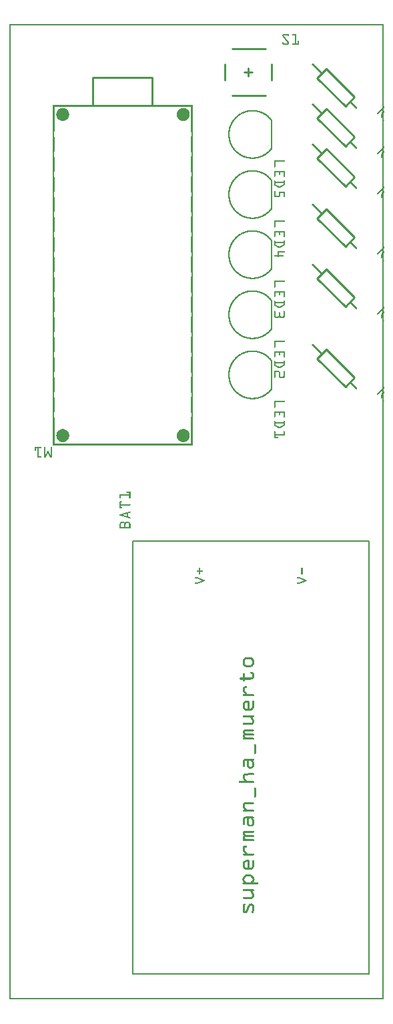
<source format=gto>
G04 MADE WITH FRITZING*
G04 WWW.FRITZING.ORG*
G04 DOUBLE SIDED*
G04 HOLES PLATED*
G04 CONTOUR ON CENTER OF CONTOUR VECTOR*
%ASAXBY*%
%FSLAX23Y23*%
%MOIN*%
%OFA0B0*%
%SFA1.0B1.0*%
%ADD10R,0.306890X0.149893X0.286890X0.129893*%
%ADD11C,0.010000*%
%ADD12C,0.005000*%
%ADD13R,0.001000X0.001000*%
%LNSILK1*%
G90*
G70*
G54D11*
X418Y4602D02*
X715Y4602D01*
X715Y4462D01*
X418Y4462D01*
X418Y4602D01*
D02*
X1725Y4305D02*
X1679Y4258D01*
D02*
X1679Y4258D02*
X1537Y4400D01*
D02*
X1537Y4400D02*
X1584Y4446D01*
D02*
X1725Y4105D02*
X1679Y4058D01*
D02*
X1679Y4058D02*
X1537Y4200D01*
D02*
X1537Y4200D02*
X1584Y4246D01*
D02*
X1584Y3946D02*
X1725Y3805D01*
D02*
X1725Y3805D02*
X1679Y3758D01*
D02*
X1679Y3758D02*
X1537Y3900D01*
D02*
X1537Y3900D02*
X1584Y3946D01*
D02*
X1584Y3646D02*
X1725Y3505D01*
D02*
X1725Y3505D02*
X1679Y3458D01*
D02*
X1679Y3458D02*
X1537Y3600D01*
D02*
X1537Y3600D02*
X1584Y3646D01*
D02*
X1584Y3246D02*
X1725Y3105D01*
D02*
X1725Y3105D02*
X1679Y3058D01*
D02*
X1679Y3058D02*
X1537Y3200D01*
D02*
X1537Y3200D02*
X1584Y3246D01*
G54D12*
D02*
X1796Y128D02*
X616Y128D01*
D02*
X616Y128D02*
X616Y2288D01*
D02*
X616Y2288D02*
X1796Y2288D01*
D02*
X1796Y2288D02*
X1796Y128D01*
G54D11*
D02*
X1312Y4668D02*
X1312Y4590D01*
D02*
X1115Y4747D02*
X1282Y4747D01*
D02*
X1115Y4511D02*
X1282Y4511D01*
D02*
X1076Y4668D02*
X1076Y4590D01*
D02*
X1194Y4649D02*
X1194Y4609D01*
D02*
X1214Y4629D02*
X1174Y4629D01*
D02*
X1584Y4646D02*
X1725Y4505D01*
D02*
X1725Y4505D02*
X1679Y4458D01*
D02*
X1679Y4458D02*
X1537Y4600D01*
D02*
X1537Y4600D02*
X1584Y4646D01*
G54D13*
X1Y4868D02*
X1870Y4868D01*
X1Y4867D02*
X1870Y4867D01*
X1Y4866D02*
X1870Y4866D01*
X1Y4865D02*
X1870Y4865D01*
X1Y4864D02*
X1870Y4864D01*
X1Y4863D02*
X1870Y4863D01*
X1Y4862D02*
X1870Y4862D01*
X1Y4861D02*
X1870Y4861D01*
X1Y4860D02*
X8Y4860D01*
X1863Y4860D02*
X1870Y4860D01*
X1Y4859D02*
X8Y4859D01*
X1863Y4859D02*
X1870Y4859D01*
X1Y4858D02*
X8Y4858D01*
X1863Y4858D02*
X1870Y4858D01*
X1Y4857D02*
X8Y4857D01*
X1863Y4857D02*
X1870Y4857D01*
X1Y4856D02*
X8Y4856D01*
X1863Y4856D02*
X1870Y4856D01*
X1Y4855D02*
X8Y4855D01*
X1863Y4855D02*
X1870Y4855D01*
X1Y4854D02*
X8Y4854D01*
X1863Y4854D02*
X1870Y4854D01*
X1Y4853D02*
X8Y4853D01*
X1863Y4853D02*
X1870Y4853D01*
X1Y4852D02*
X8Y4852D01*
X1863Y4852D02*
X1870Y4852D01*
X1Y4851D02*
X8Y4851D01*
X1863Y4851D02*
X1870Y4851D01*
X1Y4850D02*
X8Y4850D01*
X1863Y4850D02*
X1870Y4850D01*
X1Y4849D02*
X8Y4849D01*
X1863Y4849D02*
X1870Y4849D01*
X1Y4848D02*
X8Y4848D01*
X1863Y4848D02*
X1870Y4848D01*
X1Y4847D02*
X8Y4847D01*
X1863Y4847D02*
X1870Y4847D01*
X1Y4846D02*
X8Y4846D01*
X1863Y4846D02*
X1870Y4846D01*
X1Y4845D02*
X8Y4845D01*
X1863Y4845D02*
X1870Y4845D01*
X1Y4844D02*
X8Y4844D01*
X1863Y4844D02*
X1870Y4844D01*
X1Y4843D02*
X8Y4843D01*
X1863Y4843D02*
X1870Y4843D01*
X1Y4842D02*
X8Y4842D01*
X1863Y4842D02*
X1870Y4842D01*
X1Y4841D02*
X8Y4841D01*
X1863Y4841D02*
X1870Y4841D01*
X1Y4840D02*
X8Y4840D01*
X1863Y4840D02*
X1870Y4840D01*
X1Y4839D02*
X8Y4839D01*
X1863Y4839D02*
X1870Y4839D01*
X1Y4838D02*
X8Y4838D01*
X1863Y4838D02*
X1870Y4838D01*
X1Y4837D02*
X8Y4837D01*
X1863Y4837D02*
X1870Y4837D01*
X1Y4836D02*
X8Y4836D01*
X1863Y4836D02*
X1870Y4836D01*
X1Y4835D02*
X8Y4835D01*
X1863Y4835D02*
X1870Y4835D01*
X1Y4834D02*
X8Y4834D01*
X1863Y4834D02*
X1870Y4834D01*
X1Y4833D02*
X8Y4833D01*
X1863Y4833D02*
X1870Y4833D01*
X1Y4832D02*
X8Y4832D01*
X1863Y4832D02*
X1870Y4832D01*
X1Y4831D02*
X8Y4831D01*
X1863Y4831D02*
X1870Y4831D01*
X1Y4830D02*
X8Y4830D01*
X1863Y4830D02*
X1870Y4830D01*
X1Y4829D02*
X8Y4829D01*
X1863Y4829D02*
X1870Y4829D01*
X1Y4828D02*
X8Y4828D01*
X1863Y4828D02*
X1870Y4828D01*
X1Y4827D02*
X8Y4827D01*
X1863Y4827D02*
X1870Y4827D01*
X1Y4826D02*
X8Y4826D01*
X1863Y4826D02*
X1870Y4826D01*
X1Y4825D02*
X8Y4825D01*
X1863Y4825D02*
X1870Y4825D01*
X1Y4824D02*
X8Y4824D01*
X1863Y4824D02*
X1870Y4824D01*
X1Y4823D02*
X8Y4823D01*
X1863Y4823D02*
X1870Y4823D01*
X1Y4822D02*
X8Y4822D01*
X1863Y4822D02*
X1870Y4822D01*
X1Y4821D02*
X8Y4821D01*
X1863Y4821D02*
X1870Y4821D01*
X1Y4820D02*
X8Y4820D01*
X1863Y4820D02*
X1870Y4820D01*
X1Y4819D02*
X8Y4819D01*
X1368Y4819D02*
X1392Y4819D01*
X1415Y4819D02*
X1434Y4819D01*
X1863Y4819D02*
X1870Y4819D01*
X1Y4818D02*
X8Y4818D01*
X1367Y4818D02*
X1394Y4818D01*
X1415Y4818D02*
X1434Y4818D01*
X1863Y4818D02*
X1870Y4818D01*
X1Y4817D02*
X8Y4817D01*
X1366Y4817D02*
X1395Y4817D01*
X1414Y4817D02*
X1434Y4817D01*
X1863Y4817D02*
X1870Y4817D01*
X1Y4816D02*
X8Y4816D01*
X1365Y4816D02*
X1396Y4816D01*
X1414Y4816D02*
X1434Y4816D01*
X1863Y4816D02*
X1870Y4816D01*
X1Y4815D02*
X8Y4815D01*
X1365Y4815D02*
X1396Y4815D01*
X1414Y4815D02*
X1434Y4815D01*
X1863Y4815D02*
X1870Y4815D01*
X1Y4814D02*
X8Y4814D01*
X1364Y4814D02*
X1397Y4814D01*
X1415Y4814D02*
X1434Y4814D01*
X1863Y4814D02*
X1870Y4814D01*
X1Y4813D02*
X8Y4813D01*
X1364Y4813D02*
X1397Y4813D01*
X1417Y4813D02*
X1434Y4813D01*
X1863Y4813D02*
X1870Y4813D01*
X1Y4812D02*
X8Y4812D01*
X1364Y4812D02*
X1370Y4812D01*
X1391Y4812D02*
X1397Y4812D01*
X1428Y4812D02*
X1434Y4812D01*
X1863Y4812D02*
X1870Y4812D01*
X1Y4811D02*
X8Y4811D01*
X1364Y4811D02*
X1371Y4811D01*
X1391Y4811D02*
X1397Y4811D01*
X1428Y4811D02*
X1434Y4811D01*
X1863Y4811D02*
X1870Y4811D01*
X1Y4810D02*
X8Y4810D01*
X1364Y4810D02*
X1371Y4810D01*
X1392Y4810D02*
X1397Y4810D01*
X1428Y4810D02*
X1434Y4810D01*
X1863Y4810D02*
X1870Y4810D01*
X1Y4809D02*
X8Y4809D01*
X1365Y4809D02*
X1372Y4809D01*
X1392Y4809D02*
X1397Y4809D01*
X1428Y4809D02*
X1434Y4809D01*
X1863Y4809D02*
X1870Y4809D01*
X1Y4808D02*
X8Y4808D01*
X1365Y4808D02*
X1373Y4808D01*
X1393Y4808D02*
X1396Y4808D01*
X1428Y4808D02*
X1434Y4808D01*
X1863Y4808D02*
X1870Y4808D01*
X1Y4807D02*
X8Y4807D01*
X1366Y4807D02*
X1374Y4807D01*
X1428Y4807D02*
X1434Y4807D01*
X1863Y4807D02*
X1870Y4807D01*
X1Y4806D02*
X8Y4806D01*
X1366Y4806D02*
X1374Y4806D01*
X1428Y4806D02*
X1434Y4806D01*
X1863Y4806D02*
X1870Y4806D01*
X1Y4805D02*
X8Y4805D01*
X1367Y4805D02*
X1375Y4805D01*
X1428Y4805D02*
X1434Y4805D01*
X1863Y4805D02*
X1870Y4805D01*
X1Y4804D02*
X8Y4804D01*
X1368Y4804D02*
X1376Y4804D01*
X1428Y4804D02*
X1434Y4804D01*
X1863Y4804D02*
X1870Y4804D01*
X1Y4803D02*
X8Y4803D01*
X1369Y4803D02*
X1377Y4803D01*
X1428Y4803D02*
X1434Y4803D01*
X1863Y4803D02*
X1870Y4803D01*
X1Y4802D02*
X8Y4802D01*
X1370Y4802D02*
X1378Y4802D01*
X1428Y4802D02*
X1434Y4802D01*
X1863Y4802D02*
X1870Y4802D01*
X1Y4801D02*
X8Y4801D01*
X1370Y4801D02*
X1378Y4801D01*
X1428Y4801D02*
X1434Y4801D01*
X1863Y4801D02*
X1870Y4801D01*
X1Y4800D02*
X8Y4800D01*
X1371Y4800D02*
X1379Y4800D01*
X1428Y4800D02*
X1434Y4800D01*
X1863Y4800D02*
X1870Y4800D01*
X1Y4799D02*
X8Y4799D01*
X1372Y4799D02*
X1380Y4799D01*
X1428Y4799D02*
X1434Y4799D01*
X1863Y4799D02*
X1870Y4799D01*
X1Y4798D02*
X8Y4798D01*
X1373Y4798D02*
X1381Y4798D01*
X1428Y4798D02*
X1434Y4798D01*
X1863Y4798D02*
X1870Y4798D01*
X1Y4797D02*
X8Y4797D01*
X1373Y4797D02*
X1381Y4797D01*
X1428Y4797D02*
X1434Y4797D01*
X1863Y4797D02*
X1870Y4797D01*
X1Y4796D02*
X8Y4796D01*
X1374Y4796D02*
X1382Y4796D01*
X1428Y4796D02*
X1434Y4796D01*
X1863Y4796D02*
X1870Y4796D01*
X1Y4795D02*
X8Y4795D01*
X1375Y4795D02*
X1383Y4795D01*
X1428Y4795D02*
X1434Y4795D01*
X1863Y4795D02*
X1870Y4795D01*
X1Y4794D02*
X8Y4794D01*
X1376Y4794D02*
X1384Y4794D01*
X1428Y4794D02*
X1434Y4794D01*
X1863Y4794D02*
X1870Y4794D01*
X1Y4793D02*
X8Y4793D01*
X1377Y4793D02*
X1385Y4793D01*
X1428Y4793D02*
X1434Y4793D01*
X1863Y4793D02*
X1870Y4793D01*
X1Y4792D02*
X8Y4792D01*
X1377Y4792D02*
X1385Y4792D01*
X1428Y4792D02*
X1434Y4792D01*
X1863Y4792D02*
X1870Y4792D01*
X1Y4791D02*
X8Y4791D01*
X1378Y4791D02*
X1386Y4791D01*
X1428Y4791D02*
X1434Y4791D01*
X1863Y4791D02*
X1870Y4791D01*
X1Y4790D02*
X8Y4790D01*
X1379Y4790D02*
X1387Y4790D01*
X1428Y4790D02*
X1434Y4790D01*
X1863Y4790D02*
X1870Y4790D01*
X1Y4789D02*
X8Y4789D01*
X1380Y4789D02*
X1388Y4789D01*
X1428Y4789D02*
X1434Y4789D01*
X1863Y4789D02*
X1870Y4789D01*
X1Y4788D02*
X8Y4788D01*
X1380Y4788D02*
X1388Y4788D01*
X1428Y4788D02*
X1434Y4788D01*
X1863Y4788D02*
X1870Y4788D01*
X1Y4787D02*
X8Y4787D01*
X1381Y4787D02*
X1389Y4787D01*
X1428Y4787D02*
X1434Y4787D01*
X1863Y4787D02*
X1870Y4787D01*
X1Y4786D02*
X8Y4786D01*
X1382Y4786D02*
X1390Y4786D01*
X1428Y4786D02*
X1434Y4786D01*
X1443Y4786D02*
X1446Y4786D01*
X1863Y4786D02*
X1870Y4786D01*
X1Y4785D02*
X8Y4785D01*
X1383Y4785D02*
X1391Y4785D01*
X1428Y4785D02*
X1434Y4785D01*
X1442Y4785D02*
X1447Y4785D01*
X1863Y4785D02*
X1870Y4785D01*
X1Y4784D02*
X8Y4784D01*
X1384Y4784D02*
X1392Y4784D01*
X1428Y4784D02*
X1434Y4784D01*
X1442Y4784D02*
X1448Y4784D01*
X1863Y4784D02*
X1870Y4784D01*
X1Y4783D02*
X8Y4783D01*
X1384Y4783D02*
X1392Y4783D01*
X1428Y4783D02*
X1434Y4783D01*
X1442Y4783D02*
X1448Y4783D01*
X1863Y4783D02*
X1870Y4783D01*
X1Y4782D02*
X8Y4782D01*
X1385Y4782D02*
X1393Y4782D01*
X1428Y4782D02*
X1434Y4782D01*
X1442Y4782D02*
X1448Y4782D01*
X1863Y4782D02*
X1870Y4782D01*
X1Y4781D02*
X8Y4781D01*
X1386Y4781D02*
X1394Y4781D01*
X1428Y4781D02*
X1434Y4781D01*
X1442Y4781D02*
X1448Y4781D01*
X1863Y4781D02*
X1870Y4781D01*
X1Y4780D02*
X8Y4780D01*
X1387Y4780D02*
X1395Y4780D01*
X1428Y4780D02*
X1434Y4780D01*
X1442Y4780D02*
X1448Y4780D01*
X1863Y4780D02*
X1870Y4780D01*
X1Y4779D02*
X8Y4779D01*
X1387Y4779D02*
X1395Y4779D01*
X1428Y4779D02*
X1434Y4779D01*
X1442Y4779D02*
X1448Y4779D01*
X1863Y4779D02*
X1870Y4779D01*
X1Y4778D02*
X8Y4778D01*
X1366Y4778D02*
X1369Y4778D01*
X1388Y4778D02*
X1396Y4778D01*
X1428Y4778D02*
X1434Y4778D01*
X1442Y4778D02*
X1448Y4778D01*
X1863Y4778D02*
X1870Y4778D01*
X1Y4777D02*
X8Y4777D01*
X1365Y4777D02*
X1369Y4777D01*
X1389Y4777D02*
X1397Y4777D01*
X1428Y4777D02*
X1434Y4777D01*
X1442Y4777D02*
X1448Y4777D01*
X1863Y4777D02*
X1870Y4777D01*
X1Y4776D02*
X8Y4776D01*
X1364Y4776D02*
X1370Y4776D01*
X1390Y4776D02*
X1397Y4776D01*
X1428Y4776D02*
X1434Y4776D01*
X1442Y4776D02*
X1448Y4776D01*
X1863Y4776D02*
X1870Y4776D01*
X1Y4775D02*
X8Y4775D01*
X1364Y4775D02*
X1370Y4775D01*
X1390Y4775D02*
X1397Y4775D01*
X1428Y4775D02*
X1434Y4775D01*
X1442Y4775D02*
X1448Y4775D01*
X1863Y4775D02*
X1870Y4775D01*
X1Y4774D02*
X8Y4774D01*
X1364Y4774D02*
X1370Y4774D01*
X1391Y4774D02*
X1398Y4774D01*
X1428Y4774D02*
X1434Y4774D01*
X1442Y4774D02*
X1448Y4774D01*
X1863Y4774D02*
X1870Y4774D01*
X1Y4773D02*
X8Y4773D01*
X1364Y4773D02*
X1371Y4773D01*
X1391Y4773D02*
X1397Y4773D01*
X1428Y4773D02*
X1434Y4773D01*
X1442Y4773D02*
X1448Y4773D01*
X1863Y4773D02*
X1870Y4773D01*
X1Y4772D02*
X8Y4772D01*
X1365Y4772D02*
X1397Y4772D01*
X1416Y4772D02*
X1448Y4772D01*
X1863Y4772D02*
X1870Y4772D01*
X1Y4771D02*
X8Y4771D01*
X1365Y4771D02*
X1397Y4771D01*
X1415Y4771D02*
X1448Y4771D01*
X1863Y4771D02*
X1870Y4771D01*
X1Y4770D02*
X8Y4770D01*
X1365Y4770D02*
X1397Y4770D01*
X1414Y4770D02*
X1448Y4770D01*
X1863Y4770D02*
X1870Y4770D01*
X1Y4769D02*
X8Y4769D01*
X1366Y4769D02*
X1396Y4769D01*
X1414Y4769D02*
X1448Y4769D01*
X1863Y4769D02*
X1870Y4769D01*
X1Y4768D02*
X8Y4768D01*
X1367Y4768D02*
X1395Y4768D01*
X1414Y4768D02*
X1447Y4768D01*
X1863Y4768D02*
X1870Y4768D01*
X1Y4767D02*
X8Y4767D01*
X1369Y4767D02*
X1394Y4767D01*
X1415Y4767D02*
X1447Y4767D01*
X1863Y4767D02*
X1870Y4767D01*
X1Y4766D02*
X8Y4766D01*
X1371Y4766D02*
X1392Y4766D01*
X1416Y4766D02*
X1445Y4766D01*
X1863Y4766D02*
X1870Y4766D01*
X1Y4765D02*
X8Y4765D01*
X1863Y4765D02*
X1870Y4765D01*
X1Y4764D02*
X8Y4764D01*
X1863Y4764D02*
X1870Y4764D01*
X1Y4763D02*
X8Y4763D01*
X1863Y4763D02*
X1870Y4763D01*
X1Y4762D02*
X8Y4762D01*
X1863Y4762D02*
X1870Y4762D01*
X1Y4761D02*
X8Y4761D01*
X1863Y4761D02*
X1870Y4761D01*
X1Y4760D02*
X8Y4760D01*
X1863Y4760D02*
X1870Y4760D01*
X1Y4759D02*
X8Y4759D01*
X1863Y4759D02*
X1870Y4759D01*
X1Y4758D02*
X8Y4758D01*
X1863Y4758D02*
X1870Y4758D01*
X1Y4757D02*
X8Y4757D01*
X1863Y4757D02*
X1870Y4757D01*
X1Y4756D02*
X8Y4756D01*
X1863Y4756D02*
X1870Y4756D01*
X1Y4755D02*
X8Y4755D01*
X1863Y4755D02*
X1870Y4755D01*
X1Y4754D02*
X8Y4754D01*
X1863Y4754D02*
X1870Y4754D01*
X1Y4753D02*
X8Y4753D01*
X1863Y4753D02*
X1870Y4753D01*
X1Y4752D02*
X8Y4752D01*
X1863Y4752D02*
X1870Y4752D01*
X1Y4751D02*
X8Y4751D01*
X1863Y4751D02*
X1870Y4751D01*
X1Y4750D02*
X8Y4750D01*
X1863Y4750D02*
X1870Y4750D01*
X1Y4749D02*
X8Y4749D01*
X1863Y4749D02*
X1870Y4749D01*
X1Y4748D02*
X8Y4748D01*
X1863Y4748D02*
X1870Y4748D01*
X1Y4747D02*
X8Y4747D01*
X1863Y4747D02*
X1870Y4747D01*
X1Y4746D02*
X8Y4746D01*
X1863Y4746D02*
X1870Y4746D01*
X1Y4745D02*
X8Y4745D01*
X1863Y4745D02*
X1870Y4745D01*
X1Y4744D02*
X8Y4744D01*
X1863Y4744D02*
X1870Y4744D01*
X1Y4743D02*
X8Y4743D01*
X1863Y4743D02*
X1870Y4743D01*
X1Y4742D02*
X8Y4742D01*
X1863Y4742D02*
X1870Y4742D01*
X1Y4741D02*
X8Y4741D01*
X1863Y4741D02*
X1870Y4741D01*
X1Y4740D02*
X8Y4740D01*
X1863Y4740D02*
X1870Y4740D01*
X1Y4739D02*
X8Y4739D01*
X1863Y4739D02*
X1870Y4739D01*
X1Y4738D02*
X8Y4738D01*
X1863Y4738D02*
X1870Y4738D01*
X1Y4737D02*
X8Y4737D01*
X1863Y4737D02*
X1870Y4737D01*
X1Y4736D02*
X8Y4736D01*
X1863Y4736D02*
X1870Y4736D01*
X1Y4735D02*
X8Y4735D01*
X1863Y4735D02*
X1870Y4735D01*
X1Y4734D02*
X8Y4734D01*
X1863Y4734D02*
X1870Y4734D01*
X1Y4733D02*
X8Y4733D01*
X1863Y4733D02*
X1870Y4733D01*
X1Y4732D02*
X8Y4732D01*
X1863Y4732D02*
X1870Y4732D01*
X1Y4731D02*
X8Y4731D01*
X1863Y4731D02*
X1870Y4731D01*
X1Y4730D02*
X8Y4730D01*
X1863Y4730D02*
X1870Y4730D01*
X1Y4729D02*
X8Y4729D01*
X1863Y4729D02*
X1870Y4729D01*
X1Y4728D02*
X8Y4728D01*
X1863Y4728D02*
X1870Y4728D01*
X1Y4727D02*
X8Y4727D01*
X1863Y4727D02*
X1870Y4727D01*
X1Y4726D02*
X8Y4726D01*
X1863Y4726D02*
X1870Y4726D01*
X1Y4725D02*
X8Y4725D01*
X1863Y4725D02*
X1870Y4725D01*
X1Y4724D02*
X8Y4724D01*
X1863Y4724D02*
X1870Y4724D01*
X1Y4723D02*
X8Y4723D01*
X1863Y4723D02*
X1870Y4723D01*
X1Y4722D02*
X8Y4722D01*
X1863Y4722D02*
X1870Y4722D01*
X1Y4721D02*
X8Y4721D01*
X1863Y4721D02*
X1870Y4721D01*
X1Y4720D02*
X8Y4720D01*
X1863Y4720D02*
X1870Y4720D01*
X1Y4719D02*
X8Y4719D01*
X1863Y4719D02*
X1870Y4719D01*
X1Y4718D02*
X8Y4718D01*
X1863Y4718D02*
X1870Y4718D01*
X1Y4717D02*
X8Y4717D01*
X1863Y4717D02*
X1870Y4717D01*
X1Y4716D02*
X8Y4716D01*
X1863Y4716D02*
X1870Y4716D01*
X1Y4715D02*
X8Y4715D01*
X1863Y4715D02*
X1870Y4715D01*
X1Y4714D02*
X8Y4714D01*
X1863Y4714D02*
X1870Y4714D01*
X1Y4713D02*
X8Y4713D01*
X1863Y4713D02*
X1870Y4713D01*
X1Y4712D02*
X8Y4712D01*
X1863Y4712D02*
X1870Y4712D01*
X1Y4711D02*
X8Y4711D01*
X1863Y4711D02*
X1870Y4711D01*
X1Y4710D02*
X8Y4710D01*
X1863Y4710D02*
X1870Y4710D01*
X1Y4709D02*
X8Y4709D01*
X1863Y4709D02*
X1870Y4709D01*
X1Y4708D02*
X8Y4708D01*
X1863Y4708D02*
X1870Y4708D01*
X1Y4707D02*
X8Y4707D01*
X1863Y4707D02*
X1870Y4707D01*
X1Y4706D02*
X8Y4706D01*
X1863Y4706D02*
X1870Y4706D01*
X1Y4705D02*
X8Y4705D01*
X1863Y4705D02*
X1870Y4705D01*
X1Y4704D02*
X8Y4704D01*
X1863Y4704D02*
X1870Y4704D01*
X1Y4703D02*
X8Y4703D01*
X1863Y4703D02*
X1870Y4703D01*
X1Y4702D02*
X8Y4702D01*
X1863Y4702D02*
X1870Y4702D01*
X1Y4701D02*
X8Y4701D01*
X1863Y4701D02*
X1870Y4701D01*
X1Y4700D02*
X8Y4700D01*
X1863Y4700D02*
X1870Y4700D01*
X1Y4699D02*
X8Y4699D01*
X1863Y4699D02*
X1870Y4699D01*
X1Y4698D02*
X8Y4698D01*
X1863Y4698D02*
X1870Y4698D01*
X1Y4697D02*
X8Y4697D01*
X1863Y4697D02*
X1870Y4697D01*
X1Y4696D02*
X8Y4696D01*
X1863Y4696D02*
X1870Y4696D01*
X1Y4695D02*
X8Y4695D01*
X1863Y4695D02*
X1870Y4695D01*
X1Y4694D02*
X8Y4694D01*
X1863Y4694D02*
X1870Y4694D01*
X1Y4693D02*
X8Y4693D01*
X1863Y4693D02*
X1870Y4693D01*
X1Y4692D02*
X8Y4692D01*
X1863Y4692D02*
X1870Y4692D01*
X1Y4691D02*
X8Y4691D01*
X1863Y4691D02*
X1870Y4691D01*
X1Y4690D02*
X8Y4690D01*
X1863Y4690D02*
X1870Y4690D01*
X1Y4689D02*
X8Y4689D01*
X1863Y4689D02*
X1870Y4689D01*
X1Y4688D02*
X8Y4688D01*
X1863Y4688D02*
X1870Y4688D01*
X1Y4687D02*
X8Y4687D01*
X1863Y4687D02*
X1870Y4687D01*
X1Y4686D02*
X8Y4686D01*
X1863Y4686D02*
X1870Y4686D01*
X1Y4685D02*
X8Y4685D01*
X1863Y4685D02*
X1870Y4685D01*
X1Y4684D02*
X8Y4684D01*
X1863Y4684D02*
X1870Y4684D01*
X1Y4683D02*
X8Y4683D01*
X1863Y4683D02*
X1870Y4683D01*
X1Y4682D02*
X8Y4682D01*
X1863Y4682D02*
X1870Y4682D01*
X1Y4681D02*
X8Y4681D01*
X1863Y4681D02*
X1870Y4681D01*
X1Y4680D02*
X8Y4680D01*
X1863Y4680D02*
X1870Y4680D01*
X1Y4679D02*
X8Y4679D01*
X1863Y4679D02*
X1870Y4679D01*
X1Y4678D02*
X8Y4678D01*
X1863Y4678D02*
X1870Y4678D01*
X1Y4677D02*
X8Y4677D01*
X1863Y4677D02*
X1870Y4677D01*
X1Y4676D02*
X8Y4676D01*
X1863Y4676D02*
X1870Y4676D01*
X1Y4675D02*
X8Y4675D01*
X1863Y4675D02*
X1870Y4675D01*
X1Y4674D02*
X8Y4674D01*
X1517Y4674D02*
X1517Y4674D01*
X1863Y4674D02*
X1870Y4674D01*
X1Y4673D02*
X8Y4673D01*
X1516Y4673D02*
X1518Y4673D01*
X1863Y4673D02*
X1870Y4673D01*
X1Y4672D02*
X8Y4672D01*
X1515Y4672D02*
X1519Y4672D01*
X1863Y4672D02*
X1870Y4672D01*
X1Y4671D02*
X8Y4671D01*
X1514Y4671D02*
X1520Y4671D01*
X1863Y4671D02*
X1870Y4671D01*
X1Y4670D02*
X8Y4670D01*
X1513Y4670D02*
X1521Y4670D01*
X1863Y4670D02*
X1870Y4670D01*
X1Y4669D02*
X8Y4669D01*
X1512Y4669D02*
X1522Y4669D01*
X1863Y4669D02*
X1870Y4669D01*
X1Y4668D02*
X8Y4668D01*
X1511Y4668D02*
X1523Y4668D01*
X1863Y4668D02*
X1870Y4668D01*
X1Y4667D02*
X8Y4667D01*
X1510Y4667D02*
X1524Y4667D01*
X1863Y4667D02*
X1870Y4667D01*
X1Y4666D02*
X8Y4666D01*
X1511Y4666D02*
X1525Y4666D01*
X1863Y4666D02*
X1870Y4666D01*
X1Y4665D02*
X8Y4665D01*
X1512Y4665D02*
X1525Y4665D01*
X1863Y4665D02*
X1870Y4665D01*
X1Y4664D02*
X8Y4664D01*
X1513Y4664D02*
X1526Y4664D01*
X1863Y4664D02*
X1870Y4664D01*
X1Y4663D02*
X8Y4663D01*
X1514Y4663D02*
X1527Y4663D01*
X1863Y4663D02*
X1870Y4663D01*
X1Y4662D02*
X8Y4662D01*
X1515Y4662D02*
X1528Y4662D01*
X1863Y4662D02*
X1870Y4662D01*
X1Y4661D02*
X8Y4661D01*
X1516Y4661D02*
X1529Y4661D01*
X1863Y4661D02*
X1870Y4661D01*
X1Y4660D02*
X8Y4660D01*
X1517Y4660D02*
X1530Y4660D01*
X1863Y4660D02*
X1870Y4660D01*
X1Y4659D02*
X8Y4659D01*
X1518Y4659D02*
X1531Y4659D01*
X1863Y4659D02*
X1870Y4659D01*
X1Y4658D02*
X8Y4658D01*
X1519Y4658D02*
X1532Y4658D01*
X1863Y4658D02*
X1870Y4658D01*
X1Y4657D02*
X8Y4657D01*
X1520Y4657D02*
X1533Y4657D01*
X1863Y4657D02*
X1870Y4657D01*
X1Y4656D02*
X8Y4656D01*
X1521Y4656D02*
X1534Y4656D01*
X1863Y4656D02*
X1870Y4656D01*
X1Y4655D02*
X8Y4655D01*
X1522Y4655D02*
X1535Y4655D01*
X1863Y4655D02*
X1870Y4655D01*
X1Y4654D02*
X8Y4654D01*
X1523Y4654D02*
X1536Y4654D01*
X1863Y4654D02*
X1870Y4654D01*
X1Y4653D02*
X8Y4653D01*
X1524Y4653D02*
X1537Y4653D01*
X1863Y4653D02*
X1870Y4653D01*
X1Y4652D02*
X8Y4652D01*
X1525Y4652D02*
X1538Y4652D01*
X1863Y4652D02*
X1870Y4652D01*
X1Y4651D02*
X8Y4651D01*
X1526Y4651D02*
X1539Y4651D01*
X1863Y4651D02*
X1870Y4651D01*
X1Y4650D02*
X8Y4650D01*
X1527Y4650D02*
X1540Y4650D01*
X1863Y4650D02*
X1870Y4650D01*
X1Y4649D02*
X8Y4649D01*
X1528Y4649D02*
X1541Y4649D01*
X1863Y4649D02*
X1870Y4649D01*
X1Y4648D02*
X8Y4648D01*
X1529Y4648D02*
X1542Y4648D01*
X1863Y4648D02*
X1870Y4648D01*
X1Y4647D02*
X8Y4647D01*
X1530Y4647D02*
X1543Y4647D01*
X1863Y4647D02*
X1870Y4647D01*
X1Y4646D02*
X8Y4646D01*
X1531Y4646D02*
X1544Y4646D01*
X1863Y4646D02*
X1870Y4646D01*
X1Y4645D02*
X8Y4645D01*
X1532Y4645D02*
X1545Y4645D01*
X1863Y4645D02*
X1870Y4645D01*
X1Y4644D02*
X8Y4644D01*
X1533Y4644D02*
X1546Y4644D01*
X1863Y4644D02*
X1870Y4644D01*
X1Y4643D02*
X8Y4643D01*
X1534Y4643D02*
X1547Y4643D01*
X1863Y4643D02*
X1870Y4643D01*
X1Y4642D02*
X8Y4642D01*
X1535Y4642D02*
X1548Y4642D01*
X1863Y4642D02*
X1870Y4642D01*
X1Y4641D02*
X8Y4641D01*
X1536Y4641D02*
X1549Y4641D01*
X1863Y4641D02*
X1870Y4641D01*
X1Y4640D02*
X8Y4640D01*
X1537Y4640D02*
X1550Y4640D01*
X1863Y4640D02*
X1870Y4640D01*
X1Y4639D02*
X8Y4639D01*
X1538Y4639D02*
X1551Y4639D01*
X1863Y4639D02*
X1870Y4639D01*
X1Y4638D02*
X8Y4638D01*
X1539Y4638D02*
X1552Y4638D01*
X1863Y4638D02*
X1870Y4638D01*
X1Y4637D02*
X8Y4637D01*
X1540Y4637D02*
X1553Y4637D01*
X1863Y4637D02*
X1870Y4637D01*
X1Y4636D02*
X8Y4636D01*
X1541Y4636D02*
X1554Y4636D01*
X1863Y4636D02*
X1870Y4636D01*
X1Y4635D02*
X8Y4635D01*
X1542Y4635D02*
X1555Y4635D01*
X1863Y4635D02*
X1870Y4635D01*
X1Y4634D02*
X8Y4634D01*
X1543Y4634D02*
X1556Y4634D01*
X1863Y4634D02*
X1870Y4634D01*
X1Y4633D02*
X8Y4633D01*
X1544Y4633D02*
X1557Y4633D01*
X1863Y4633D02*
X1870Y4633D01*
X1Y4632D02*
X8Y4632D01*
X1545Y4632D02*
X1558Y4632D01*
X1863Y4632D02*
X1870Y4632D01*
X1Y4631D02*
X8Y4631D01*
X1546Y4631D02*
X1559Y4631D01*
X1863Y4631D02*
X1870Y4631D01*
X1Y4630D02*
X8Y4630D01*
X1547Y4630D02*
X1560Y4630D01*
X1863Y4630D02*
X1870Y4630D01*
X1Y4629D02*
X8Y4629D01*
X1548Y4629D02*
X1561Y4629D01*
X1863Y4629D02*
X1870Y4629D01*
X1Y4628D02*
X8Y4628D01*
X1549Y4628D02*
X1562Y4628D01*
X1863Y4628D02*
X1870Y4628D01*
X1Y4627D02*
X8Y4627D01*
X1550Y4627D02*
X1563Y4627D01*
X1863Y4627D02*
X1870Y4627D01*
X1Y4626D02*
X8Y4626D01*
X1551Y4626D02*
X1563Y4626D01*
X1863Y4626D02*
X1870Y4626D01*
X1Y4625D02*
X8Y4625D01*
X1552Y4625D02*
X1562Y4625D01*
X1863Y4625D02*
X1870Y4625D01*
X1Y4624D02*
X8Y4624D01*
X1553Y4624D02*
X1561Y4624D01*
X1863Y4624D02*
X1870Y4624D01*
X1Y4623D02*
X8Y4623D01*
X1554Y4623D02*
X1560Y4623D01*
X1863Y4623D02*
X1870Y4623D01*
X1Y4622D02*
X8Y4622D01*
X1555Y4622D02*
X1559Y4622D01*
X1863Y4622D02*
X1870Y4622D01*
X1Y4621D02*
X8Y4621D01*
X1556Y4621D02*
X1558Y4621D01*
X1863Y4621D02*
X1870Y4621D01*
X1Y4620D02*
X8Y4620D01*
X1863Y4620D02*
X1870Y4620D01*
X1Y4619D02*
X8Y4619D01*
X1863Y4619D02*
X1870Y4619D01*
X1Y4618D02*
X8Y4618D01*
X1863Y4618D02*
X1870Y4618D01*
X1Y4617D02*
X8Y4617D01*
X1863Y4617D02*
X1870Y4617D01*
X1Y4616D02*
X8Y4616D01*
X1863Y4616D02*
X1870Y4616D01*
X1Y4615D02*
X8Y4615D01*
X1863Y4615D02*
X1870Y4615D01*
X1Y4614D02*
X8Y4614D01*
X1863Y4614D02*
X1870Y4614D01*
X1Y4613D02*
X8Y4613D01*
X1863Y4613D02*
X1870Y4613D01*
X1Y4612D02*
X8Y4612D01*
X1863Y4612D02*
X1870Y4612D01*
X1Y4611D02*
X8Y4611D01*
X1863Y4611D02*
X1870Y4611D01*
X1Y4610D02*
X8Y4610D01*
X1863Y4610D02*
X1870Y4610D01*
X1Y4609D02*
X8Y4609D01*
X1863Y4609D02*
X1870Y4609D01*
X1Y4608D02*
X8Y4608D01*
X1863Y4608D02*
X1870Y4608D01*
X1Y4607D02*
X8Y4607D01*
X1863Y4607D02*
X1870Y4607D01*
X1Y4606D02*
X8Y4606D01*
X1863Y4606D02*
X1870Y4606D01*
X1Y4605D02*
X8Y4605D01*
X1863Y4605D02*
X1870Y4605D01*
X1Y4604D02*
X8Y4604D01*
X1863Y4604D02*
X1870Y4604D01*
X1Y4603D02*
X8Y4603D01*
X1863Y4603D02*
X1870Y4603D01*
X1Y4602D02*
X8Y4602D01*
X1863Y4602D02*
X1870Y4602D01*
X1Y4601D02*
X8Y4601D01*
X1863Y4601D02*
X1870Y4601D01*
X1Y4600D02*
X8Y4600D01*
X1863Y4600D02*
X1870Y4600D01*
X1Y4599D02*
X8Y4599D01*
X1863Y4599D02*
X1870Y4599D01*
X1Y4598D02*
X8Y4598D01*
X1863Y4598D02*
X1870Y4598D01*
X1Y4597D02*
X8Y4597D01*
X1863Y4597D02*
X1870Y4597D01*
X1Y4596D02*
X8Y4596D01*
X1863Y4596D02*
X1870Y4596D01*
X1Y4595D02*
X8Y4595D01*
X1863Y4595D02*
X1870Y4595D01*
X1Y4594D02*
X8Y4594D01*
X1863Y4594D02*
X1870Y4594D01*
X1Y4593D02*
X8Y4593D01*
X1863Y4593D02*
X1870Y4593D01*
X1Y4592D02*
X8Y4592D01*
X1863Y4592D02*
X1870Y4592D01*
X1Y4591D02*
X8Y4591D01*
X1863Y4591D02*
X1870Y4591D01*
X1Y4590D02*
X8Y4590D01*
X1863Y4590D02*
X1870Y4590D01*
X1Y4589D02*
X8Y4589D01*
X1863Y4589D02*
X1870Y4589D01*
X1Y4588D02*
X8Y4588D01*
X1863Y4588D02*
X1870Y4588D01*
X1Y4587D02*
X8Y4587D01*
X1863Y4587D02*
X1870Y4587D01*
X1Y4586D02*
X8Y4586D01*
X1863Y4586D02*
X1870Y4586D01*
X1Y4585D02*
X8Y4585D01*
X1863Y4585D02*
X1870Y4585D01*
X1Y4584D02*
X8Y4584D01*
X1863Y4584D02*
X1870Y4584D01*
X1Y4583D02*
X8Y4583D01*
X1863Y4583D02*
X1870Y4583D01*
X1Y4582D02*
X8Y4582D01*
X1863Y4582D02*
X1870Y4582D01*
X1Y4581D02*
X8Y4581D01*
X1863Y4581D02*
X1870Y4581D01*
X1Y4580D02*
X8Y4580D01*
X1863Y4580D02*
X1870Y4580D01*
X1Y4579D02*
X8Y4579D01*
X1863Y4579D02*
X1870Y4579D01*
X1Y4578D02*
X8Y4578D01*
X1863Y4578D02*
X1870Y4578D01*
X1Y4577D02*
X8Y4577D01*
X1863Y4577D02*
X1870Y4577D01*
X1Y4576D02*
X8Y4576D01*
X1863Y4576D02*
X1870Y4576D01*
X1Y4575D02*
X8Y4575D01*
X1863Y4575D02*
X1870Y4575D01*
X1Y4574D02*
X8Y4574D01*
X1863Y4574D02*
X1870Y4574D01*
X1Y4573D02*
X8Y4573D01*
X1863Y4573D02*
X1870Y4573D01*
X1Y4572D02*
X8Y4572D01*
X1863Y4572D02*
X1870Y4572D01*
X1Y4571D02*
X8Y4571D01*
X1863Y4571D02*
X1870Y4571D01*
X1Y4570D02*
X8Y4570D01*
X1863Y4570D02*
X1870Y4570D01*
X1Y4569D02*
X8Y4569D01*
X1863Y4569D02*
X1870Y4569D01*
X1Y4568D02*
X8Y4568D01*
X1863Y4568D02*
X1870Y4568D01*
X1Y4567D02*
X8Y4567D01*
X1863Y4567D02*
X1870Y4567D01*
X1Y4566D02*
X8Y4566D01*
X1863Y4566D02*
X1870Y4566D01*
X1Y4565D02*
X8Y4565D01*
X1863Y4565D02*
X1870Y4565D01*
X1Y4564D02*
X8Y4564D01*
X1863Y4564D02*
X1870Y4564D01*
X1Y4563D02*
X8Y4563D01*
X1863Y4563D02*
X1870Y4563D01*
X1Y4562D02*
X8Y4562D01*
X1863Y4562D02*
X1870Y4562D01*
X1Y4561D02*
X8Y4561D01*
X1863Y4561D02*
X1870Y4561D01*
X1Y4560D02*
X8Y4560D01*
X1863Y4560D02*
X1870Y4560D01*
X1Y4559D02*
X8Y4559D01*
X1863Y4559D02*
X1870Y4559D01*
X1Y4558D02*
X8Y4558D01*
X1863Y4558D02*
X1870Y4558D01*
X1Y4557D02*
X8Y4557D01*
X1863Y4557D02*
X1870Y4557D01*
X1Y4556D02*
X8Y4556D01*
X1863Y4556D02*
X1870Y4556D01*
X1Y4555D02*
X8Y4555D01*
X1863Y4555D02*
X1870Y4555D01*
X1Y4554D02*
X8Y4554D01*
X1863Y4554D02*
X1870Y4554D01*
X1Y4553D02*
X8Y4553D01*
X1863Y4553D02*
X1870Y4553D01*
X1Y4552D02*
X8Y4552D01*
X1863Y4552D02*
X1870Y4552D01*
X1Y4551D02*
X8Y4551D01*
X1863Y4551D02*
X1870Y4551D01*
X1Y4550D02*
X8Y4550D01*
X1863Y4550D02*
X1870Y4550D01*
X1Y4549D02*
X8Y4549D01*
X1863Y4549D02*
X1870Y4549D01*
X1Y4548D02*
X8Y4548D01*
X1863Y4548D02*
X1870Y4548D01*
X1Y4547D02*
X8Y4547D01*
X1863Y4547D02*
X1870Y4547D01*
X1Y4546D02*
X8Y4546D01*
X1863Y4546D02*
X1870Y4546D01*
X1Y4545D02*
X8Y4545D01*
X1863Y4545D02*
X1870Y4545D01*
X1Y4544D02*
X8Y4544D01*
X1863Y4544D02*
X1870Y4544D01*
X1Y4543D02*
X8Y4543D01*
X1863Y4543D02*
X1870Y4543D01*
X1Y4542D02*
X8Y4542D01*
X1863Y4542D02*
X1870Y4542D01*
X1Y4541D02*
X8Y4541D01*
X1863Y4541D02*
X1870Y4541D01*
X1Y4540D02*
X8Y4540D01*
X1863Y4540D02*
X1870Y4540D01*
X1Y4539D02*
X8Y4539D01*
X1863Y4539D02*
X1870Y4539D01*
X1Y4538D02*
X8Y4538D01*
X1863Y4538D02*
X1870Y4538D01*
X1Y4537D02*
X8Y4537D01*
X1863Y4537D02*
X1870Y4537D01*
X1Y4536D02*
X8Y4536D01*
X1863Y4536D02*
X1870Y4536D01*
X1Y4535D02*
X8Y4535D01*
X1863Y4535D02*
X1870Y4535D01*
X1Y4534D02*
X8Y4534D01*
X1863Y4534D02*
X1870Y4534D01*
X1Y4533D02*
X8Y4533D01*
X1863Y4533D02*
X1870Y4533D01*
X1Y4532D02*
X8Y4532D01*
X1863Y4532D02*
X1870Y4532D01*
X1Y4531D02*
X8Y4531D01*
X1863Y4531D02*
X1870Y4531D01*
X1Y4530D02*
X8Y4530D01*
X1863Y4530D02*
X1870Y4530D01*
X1Y4529D02*
X8Y4529D01*
X1863Y4529D02*
X1870Y4529D01*
X1Y4528D02*
X8Y4528D01*
X1863Y4528D02*
X1870Y4528D01*
X1Y4527D02*
X8Y4527D01*
X1863Y4527D02*
X1870Y4527D01*
X1Y4526D02*
X8Y4526D01*
X1863Y4526D02*
X1870Y4526D01*
X1Y4525D02*
X8Y4525D01*
X1863Y4525D02*
X1870Y4525D01*
X1Y4524D02*
X8Y4524D01*
X1863Y4524D02*
X1870Y4524D01*
X1Y4523D02*
X8Y4523D01*
X1863Y4523D02*
X1870Y4523D01*
X1Y4522D02*
X8Y4522D01*
X1863Y4522D02*
X1870Y4522D01*
X1Y4521D02*
X8Y4521D01*
X1863Y4521D02*
X1870Y4521D01*
X1Y4520D02*
X8Y4520D01*
X1863Y4520D02*
X1870Y4520D01*
X1Y4519D02*
X8Y4519D01*
X1863Y4519D02*
X1870Y4519D01*
X1Y4518D02*
X8Y4518D01*
X1863Y4518D02*
X1870Y4518D01*
X1Y4517D02*
X8Y4517D01*
X1863Y4517D02*
X1870Y4517D01*
X1Y4516D02*
X8Y4516D01*
X1863Y4516D02*
X1870Y4516D01*
X1Y4515D02*
X8Y4515D01*
X1863Y4515D02*
X1870Y4515D01*
X1Y4514D02*
X8Y4514D01*
X1863Y4514D02*
X1870Y4514D01*
X1Y4513D02*
X8Y4513D01*
X1863Y4513D02*
X1870Y4513D01*
X1Y4512D02*
X8Y4512D01*
X1863Y4512D02*
X1870Y4512D01*
X1Y4511D02*
X8Y4511D01*
X1863Y4511D02*
X1870Y4511D01*
X1Y4510D02*
X8Y4510D01*
X1863Y4510D02*
X1870Y4510D01*
X1Y4509D02*
X8Y4509D01*
X1863Y4509D02*
X1870Y4509D01*
X1Y4508D02*
X8Y4508D01*
X1863Y4508D02*
X1870Y4508D01*
X1Y4507D02*
X8Y4507D01*
X1863Y4507D02*
X1870Y4507D01*
X1Y4506D02*
X8Y4506D01*
X1863Y4506D02*
X1870Y4506D01*
X1Y4505D02*
X8Y4505D01*
X1863Y4505D02*
X1870Y4505D01*
X1Y4504D02*
X8Y4504D01*
X1863Y4504D02*
X1870Y4504D01*
X1Y4503D02*
X8Y4503D01*
X1863Y4503D02*
X1870Y4503D01*
X1Y4502D02*
X8Y4502D01*
X1863Y4502D02*
X1870Y4502D01*
X1Y4501D02*
X8Y4501D01*
X1863Y4501D02*
X1870Y4501D01*
X1Y4500D02*
X8Y4500D01*
X1863Y4500D02*
X1870Y4500D01*
X1Y4499D02*
X8Y4499D01*
X1863Y4499D02*
X1870Y4499D01*
X1Y4498D02*
X8Y4498D01*
X1863Y4498D02*
X1870Y4498D01*
X1Y4497D02*
X8Y4497D01*
X1863Y4497D02*
X1870Y4497D01*
X1Y4496D02*
X8Y4496D01*
X1863Y4496D02*
X1870Y4496D01*
X1Y4495D02*
X8Y4495D01*
X1863Y4495D02*
X1870Y4495D01*
X1Y4494D02*
X8Y4494D01*
X1863Y4494D02*
X1870Y4494D01*
X1Y4493D02*
X8Y4493D01*
X1863Y4493D02*
X1870Y4493D01*
X1Y4492D02*
X8Y4492D01*
X1863Y4492D02*
X1870Y4492D01*
X1Y4491D02*
X8Y4491D01*
X1863Y4491D02*
X1870Y4491D01*
X1Y4490D02*
X8Y4490D01*
X1863Y4490D02*
X1870Y4490D01*
X1Y4489D02*
X8Y4489D01*
X1863Y4489D02*
X1870Y4489D01*
X1Y4488D02*
X8Y4488D01*
X1863Y4488D02*
X1870Y4488D01*
X1Y4487D02*
X8Y4487D01*
X1863Y4487D02*
X1870Y4487D01*
X1Y4486D02*
X8Y4486D01*
X1863Y4486D02*
X1870Y4486D01*
X1Y4485D02*
X8Y4485D01*
X1863Y4485D02*
X1870Y4485D01*
X1Y4484D02*
X8Y4484D01*
X1705Y4484D02*
X1706Y4484D01*
X1863Y4484D02*
X1870Y4484D01*
X1Y4483D02*
X8Y4483D01*
X1704Y4483D02*
X1707Y4483D01*
X1863Y4483D02*
X1870Y4483D01*
X1Y4482D02*
X8Y4482D01*
X1703Y4482D02*
X1708Y4482D01*
X1863Y4482D02*
X1870Y4482D01*
X1Y4481D02*
X8Y4481D01*
X1702Y4481D02*
X1709Y4481D01*
X1863Y4481D02*
X1870Y4481D01*
X1Y4480D02*
X8Y4480D01*
X1701Y4480D02*
X1710Y4480D01*
X1863Y4480D02*
X1870Y4480D01*
X1Y4479D02*
X8Y4479D01*
X1700Y4479D02*
X1711Y4479D01*
X1863Y4479D02*
X1870Y4479D01*
X1Y4478D02*
X8Y4478D01*
X1699Y4478D02*
X1712Y4478D01*
X1863Y4478D02*
X1870Y4478D01*
X1Y4477D02*
X8Y4477D01*
X1700Y4477D02*
X1713Y4477D01*
X1863Y4477D02*
X1870Y4477D01*
X1Y4476D02*
X8Y4476D01*
X1701Y4476D02*
X1714Y4476D01*
X1863Y4476D02*
X1870Y4476D01*
X1Y4475D02*
X8Y4475D01*
X1702Y4475D02*
X1715Y4475D01*
X1863Y4475D02*
X1870Y4475D01*
X1Y4474D02*
X8Y4474D01*
X1517Y4474D02*
X1517Y4474D01*
X1703Y4474D02*
X1716Y4474D01*
X1863Y4474D02*
X1870Y4474D01*
X1Y4473D02*
X8Y4473D01*
X1516Y4473D02*
X1518Y4473D01*
X1704Y4473D02*
X1717Y4473D01*
X1863Y4473D02*
X1870Y4473D01*
X1Y4472D02*
X8Y4472D01*
X1515Y4472D02*
X1519Y4472D01*
X1705Y4472D02*
X1718Y4472D01*
X1863Y4472D02*
X1870Y4472D01*
X1Y4471D02*
X8Y4471D01*
X1514Y4471D02*
X1520Y4471D01*
X1706Y4471D02*
X1719Y4471D01*
X1863Y4471D02*
X1870Y4471D01*
X1Y4470D02*
X8Y4470D01*
X1513Y4470D02*
X1521Y4470D01*
X1707Y4470D02*
X1720Y4470D01*
X1863Y4470D02*
X1870Y4470D01*
X1Y4469D02*
X8Y4469D01*
X1512Y4469D02*
X1522Y4469D01*
X1708Y4469D02*
X1721Y4469D01*
X1863Y4469D02*
X1870Y4469D01*
X1Y4468D02*
X8Y4468D01*
X1511Y4468D02*
X1523Y4468D01*
X1709Y4468D02*
X1722Y4468D01*
X1863Y4468D02*
X1870Y4468D01*
X1Y4467D02*
X8Y4467D01*
X1510Y4467D02*
X1524Y4467D01*
X1710Y4467D02*
X1723Y4467D01*
X1863Y4467D02*
X1870Y4467D01*
X1Y4466D02*
X8Y4466D01*
X219Y4466D02*
X917Y4466D01*
X1511Y4466D02*
X1525Y4466D01*
X1711Y4466D02*
X1724Y4466D01*
X1863Y4466D02*
X1870Y4466D01*
X1Y4465D02*
X8Y4465D01*
X219Y4465D02*
X917Y4465D01*
X1512Y4465D02*
X1526Y4465D01*
X1712Y4465D02*
X1725Y4465D01*
X1863Y4465D02*
X1870Y4465D01*
X1Y4464D02*
X8Y4464D01*
X219Y4464D02*
X917Y4464D01*
X1513Y4464D02*
X1527Y4464D01*
X1713Y4464D02*
X1726Y4464D01*
X1863Y4464D02*
X1870Y4464D01*
X1Y4463D02*
X8Y4463D01*
X219Y4463D02*
X917Y4463D01*
X1514Y4463D02*
X1528Y4463D01*
X1714Y4463D02*
X1727Y4463D01*
X1863Y4463D02*
X1870Y4463D01*
X1Y4462D02*
X8Y4462D01*
X219Y4462D02*
X917Y4462D01*
X1515Y4462D02*
X1529Y4462D01*
X1715Y4462D02*
X1728Y4462D01*
X1863Y4462D02*
X1870Y4462D01*
X1Y4461D02*
X8Y4461D01*
X219Y4461D02*
X917Y4461D01*
X1516Y4461D02*
X1530Y4461D01*
X1716Y4461D02*
X1729Y4461D01*
X1863Y4461D02*
X1870Y4461D01*
X1Y4460D02*
X8Y4460D01*
X219Y4460D02*
X917Y4460D01*
X1517Y4460D02*
X1531Y4460D01*
X1717Y4460D02*
X1730Y4460D01*
X1863Y4460D02*
X1870Y4460D01*
X1Y4459D02*
X8Y4459D01*
X219Y4459D02*
X917Y4459D01*
X1518Y4459D02*
X1532Y4459D01*
X1718Y4459D02*
X1731Y4459D01*
X1863Y4459D02*
X1870Y4459D01*
X1872Y4459D02*
X1872Y4459D01*
X1Y4458D02*
X8Y4458D01*
X219Y4458D02*
X917Y4458D01*
X1519Y4458D02*
X1533Y4458D01*
X1719Y4458D02*
X1732Y4458D01*
X1863Y4458D02*
X1872Y4458D01*
X1Y4457D02*
X8Y4457D01*
X219Y4457D02*
X917Y4457D01*
X1520Y4457D02*
X1534Y4457D01*
X1720Y4457D02*
X1733Y4457D01*
X1863Y4457D02*
X1872Y4457D01*
X1Y4456D02*
X8Y4456D01*
X219Y4456D02*
X228Y4456D01*
X908Y4456D02*
X917Y4456D01*
X1521Y4456D02*
X1535Y4456D01*
X1721Y4456D02*
X1734Y4456D01*
X1863Y4456D02*
X1872Y4456D01*
X1Y4455D02*
X8Y4455D01*
X219Y4455D02*
X228Y4455D01*
X908Y4455D02*
X917Y4455D01*
X1522Y4455D02*
X1536Y4455D01*
X1722Y4455D02*
X1735Y4455D01*
X1863Y4455D02*
X1872Y4455D01*
X1Y4454D02*
X8Y4454D01*
X219Y4454D02*
X228Y4454D01*
X908Y4454D02*
X917Y4454D01*
X1523Y4454D02*
X1537Y4454D01*
X1723Y4454D02*
X1736Y4454D01*
X1863Y4454D02*
X1872Y4454D01*
X1Y4453D02*
X8Y4453D01*
X219Y4453D02*
X228Y4453D01*
X908Y4453D02*
X917Y4453D01*
X1524Y4453D02*
X1538Y4453D01*
X1724Y4453D02*
X1737Y4453D01*
X1863Y4453D02*
X1872Y4453D01*
X1Y4452D02*
X8Y4452D01*
X219Y4452D02*
X228Y4452D01*
X908Y4452D02*
X917Y4452D01*
X1525Y4452D02*
X1539Y4452D01*
X1725Y4452D02*
X1738Y4452D01*
X1863Y4452D02*
X1872Y4452D01*
X1Y4451D02*
X8Y4451D01*
X219Y4451D02*
X228Y4451D01*
X908Y4451D02*
X917Y4451D01*
X1526Y4451D02*
X1540Y4451D01*
X1726Y4451D02*
X1739Y4451D01*
X1863Y4451D02*
X1872Y4451D01*
X1Y4450D02*
X8Y4450D01*
X219Y4450D02*
X228Y4450D01*
X908Y4450D02*
X917Y4450D01*
X1527Y4450D02*
X1541Y4450D01*
X1727Y4450D02*
X1738Y4450D01*
X1863Y4450D02*
X1872Y4450D01*
X1Y4449D02*
X8Y4449D01*
X219Y4449D02*
X228Y4449D01*
X260Y4449D02*
X274Y4449D01*
X863Y4449D02*
X876Y4449D01*
X908Y4449D02*
X917Y4449D01*
X1528Y4449D02*
X1542Y4449D01*
X1587Y4449D02*
X1588Y4449D01*
X1728Y4449D02*
X1737Y4449D01*
X1862Y4449D02*
X1871Y4449D01*
X1Y4448D02*
X8Y4448D01*
X219Y4448D02*
X228Y4448D01*
X257Y4448D02*
X277Y4448D01*
X859Y4448D02*
X879Y4448D01*
X908Y4448D02*
X917Y4448D01*
X1529Y4448D02*
X1543Y4448D01*
X1586Y4448D02*
X1589Y4448D01*
X1729Y4448D02*
X1736Y4448D01*
X1861Y4448D02*
X1870Y4448D01*
X1Y4447D02*
X8Y4447D01*
X219Y4447D02*
X228Y4447D01*
X254Y4447D02*
X280Y4447D01*
X857Y4447D02*
X882Y4447D01*
X908Y4447D02*
X917Y4447D01*
X1530Y4447D02*
X1544Y4447D01*
X1585Y4447D02*
X1590Y4447D01*
X1730Y4447D02*
X1735Y4447D01*
X1860Y4447D02*
X1870Y4447D01*
X1Y4446D02*
X8Y4446D01*
X219Y4446D02*
X228Y4446D01*
X252Y4446D02*
X282Y4446D01*
X855Y4446D02*
X884Y4446D01*
X908Y4446D02*
X917Y4446D01*
X1531Y4446D02*
X1545Y4446D01*
X1584Y4446D02*
X1591Y4446D01*
X1731Y4446D02*
X1734Y4446D01*
X1859Y4446D02*
X1870Y4446D01*
X1Y4445D02*
X8Y4445D01*
X219Y4445D02*
X228Y4445D01*
X251Y4445D02*
X284Y4445D01*
X853Y4445D02*
X886Y4445D01*
X908Y4445D02*
X917Y4445D01*
X1532Y4445D02*
X1546Y4445D01*
X1583Y4445D02*
X1592Y4445D01*
X1732Y4445D02*
X1733Y4445D01*
X1858Y4445D02*
X1870Y4445D01*
X1Y4444D02*
X8Y4444D01*
X219Y4444D02*
X228Y4444D01*
X249Y4444D02*
X285Y4444D01*
X851Y4444D02*
X887Y4444D01*
X908Y4444D02*
X917Y4444D01*
X1533Y4444D02*
X1547Y4444D01*
X1582Y4444D02*
X1593Y4444D01*
X1857Y4444D02*
X1870Y4444D01*
X1Y4443D02*
X8Y4443D01*
X219Y4443D02*
X228Y4443D01*
X248Y4443D02*
X286Y4443D01*
X850Y4443D02*
X889Y4443D01*
X908Y4443D02*
X917Y4443D01*
X1534Y4443D02*
X1548Y4443D01*
X1581Y4443D02*
X1594Y4443D01*
X1856Y4443D02*
X1870Y4443D01*
X1Y4442D02*
X8Y4442D01*
X219Y4442D02*
X228Y4442D01*
X246Y4442D02*
X288Y4442D01*
X849Y4442D02*
X890Y4442D01*
X908Y4442D02*
X917Y4442D01*
X1535Y4442D02*
X1549Y4442D01*
X1582Y4442D02*
X1595Y4442D01*
X1855Y4442D02*
X1870Y4442D01*
X1Y4441D02*
X8Y4441D01*
X219Y4441D02*
X228Y4441D01*
X245Y4441D02*
X289Y4441D01*
X848Y4441D02*
X891Y4441D01*
X908Y4441D02*
X917Y4441D01*
X1536Y4441D02*
X1550Y4441D01*
X1583Y4441D02*
X1596Y4441D01*
X1854Y4441D02*
X1870Y4441D01*
X1Y4440D02*
X8Y4440D01*
X219Y4440D02*
X228Y4440D01*
X244Y4440D02*
X290Y4440D01*
X847Y4440D02*
X892Y4440D01*
X908Y4440D02*
X917Y4440D01*
X1537Y4440D02*
X1551Y4440D01*
X1584Y4440D02*
X1597Y4440D01*
X1853Y4440D02*
X1870Y4440D01*
X1Y4439D02*
X8Y4439D01*
X219Y4439D02*
X228Y4439D01*
X243Y4439D02*
X291Y4439D01*
X846Y4439D02*
X893Y4439D01*
X908Y4439D02*
X917Y4439D01*
X1201Y4439D02*
X1229Y4439D01*
X1538Y4439D02*
X1552Y4439D01*
X1585Y4439D02*
X1598Y4439D01*
X1852Y4439D02*
X1870Y4439D01*
X1Y4438D02*
X8Y4438D01*
X219Y4438D02*
X228Y4438D01*
X243Y4438D02*
X292Y4438D01*
X845Y4438D02*
X894Y4438D01*
X908Y4438D02*
X917Y4438D01*
X1194Y4438D02*
X1236Y4438D01*
X1539Y4438D02*
X1553Y4438D01*
X1586Y4438D02*
X1599Y4438D01*
X1851Y4438D02*
X1870Y4438D01*
X1Y4437D02*
X8Y4437D01*
X219Y4437D02*
X228Y4437D01*
X242Y4437D02*
X292Y4437D01*
X844Y4437D02*
X895Y4437D01*
X908Y4437D02*
X917Y4437D01*
X1189Y4437D02*
X1241Y4437D01*
X1540Y4437D02*
X1554Y4437D01*
X1587Y4437D02*
X1600Y4437D01*
X1850Y4437D02*
X1859Y4437D01*
X1862Y4437D02*
X1871Y4437D01*
X1Y4436D02*
X8Y4436D01*
X219Y4436D02*
X228Y4436D01*
X241Y4436D02*
X293Y4436D01*
X843Y4436D02*
X895Y4436D01*
X908Y4436D02*
X917Y4436D01*
X1185Y4436D02*
X1245Y4436D01*
X1541Y4436D02*
X1555Y4436D01*
X1588Y4436D02*
X1601Y4436D01*
X1849Y4436D02*
X1858Y4436D01*
X1863Y4436D02*
X1872Y4436D01*
X1Y4435D02*
X8Y4435D01*
X219Y4435D02*
X228Y4435D01*
X240Y4435D02*
X294Y4435D01*
X843Y4435D02*
X896Y4435D01*
X908Y4435D02*
X917Y4435D01*
X1182Y4435D02*
X1249Y4435D01*
X1542Y4435D02*
X1556Y4435D01*
X1589Y4435D02*
X1602Y4435D01*
X1848Y4435D02*
X1857Y4435D01*
X1863Y4435D02*
X1872Y4435D01*
X1Y4434D02*
X8Y4434D01*
X219Y4434D02*
X228Y4434D01*
X240Y4434D02*
X294Y4434D01*
X842Y4434D02*
X897Y4434D01*
X908Y4434D02*
X917Y4434D01*
X1178Y4434D02*
X1252Y4434D01*
X1543Y4434D02*
X1557Y4434D01*
X1590Y4434D02*
X1603Y4434D01*
X1847Y4434D02*
X1856Y4434D01*
X1863Y4434D02*
X1872Y4434D01*
X1Y4433D02*
X8Y4433D01*
X219Y4433D02*
X228Y4433D01*
X239Y4433D02*
X295Y4433D01*
X841Y4433D02*
X897Y4433D01*
X908Y4433D02*
X917Y4433D01*
X1175Y4433D02*
X1255Y4433D01*
X1544Y4433D02*
X1558Y4433D01*
X1591Y4433D02*
X1604Y4433D01*
X1846Y4433D02*
X1855Y4433D01*
X1863Y4433D02*
X1872Y4433D01*
X1Y4432D02*
X8Y4432D01*
X219Y4432D02*
X228Y4432D01*
X239Y4432D02*
X296Y4432D01*
X841Y4432D02*
X898Y4432D01*
X908Y4432D02*
X917Y4432D01*
X1173Y4432D02*
X1211Y4432D01*
X1220Y4432D02*
X1258Y4432D01*
X1545Y4432D02*
X1559Y4432D01*
X1592Y4432D02*
X1605Y4432D01*
X1845Y4432D02*
X1854Y4432D01*
X1863Y4432D02*
X1872Y4432D01*
X1Y4431D02*
X8Y4431D01*
X219Y4431D02*
X228Y4431D01*
X238Y4431D02*
X296Y4431D01*
X840Y4431D02*
X898Y4431D01*
X908Y4431D02*
X917Y4431D01*
X1170Y4431D02*
X1199Y4431D01*
X1232Y4431D02*
X1261Y4431D01*
X1546Y4431D02*
X1560Y4431D01*
X1593Y4431D02*
X1606Y4431D01*
X1844Y4431D02*
X1853Y4431D01*
X1863Y4431D02*
X1872Y4431D01*
X1Y4430D02*
X8Y4430D01*
X219Y4430D02*
X228Y4430D01*
X238Y4430D02*
X296Y4430D01*
X840Y4430D02*
X899Y4430D01*
X908Y4430D02*
X917Y4430D01*
X1168Y4430D02*
X1193Y4430D01*
X1238Y4430D02*
X1263Y4430D01*
X1547Y4430D02*
X1561Y4430D01*
X1594Y4430D02*
X1607Y4430D01*
X1843Y4430D02*
X1852Y4430D01*
X1863Y4430D02*
X1872Y4430D01*
X1Y4429D02*
X8Y4429D01*
X219Y4429D02*
X228Y4429D01*
X237Y4429D02*
X297Y4429D01*
X840Y4429D02*
X899Y4429D01*
X908Y4429D02*
X917Y4429D01*
X1165Y4429D02*
X1189Y4429D01*
X1242Y4429D02*
X1265Y4429D01*
X1548Y4429D02*
X1562Y4429D01*
X1595Y4429D02*
X1608Y4429D01*
X1842Y4429D02*
X1851Y4429D01*
X1863Y4429D02*
X1872Y4429D01*
X1Y4428D02*
X8Y4428D01*
X219Y4428D02*
X228Y4428D01*
X237Y4428D02*
X297Y4428D01*
X839Y4428D02*
X899Y4428D01*
X908Y4428D02*
X917Y4428D01*
X1163Y4428D02*
X1185Y4428D01*
X1246Y4428D02*
X1267Y4428D01*
X1549Y4428D02*
X1563Y4428D01*
X1596Y4428D02*
X1609Y4428D01*
X1841Y4428D02*
X1850Y4428D01*
X1862Y4428D02*
X1872Y4428D01*
X1Y4427D02*
X8Y4427D01*
X219Y4427D02*
X228Y4427D01*
X237Y4427D02*
X298Y4427D01*
X839Y4427D02*
X900Y4427D01*
X908Y4427D02*
X917Y4427D01*
X1161Y4427D02*
X1181Y4427D01*
X1250Y4427D02*
X1269Y4427D01*
X1550Y4427D02*
X1563Y4427D01*
X1597Y4427D02*
X1610Y4427D01*
X1840Y4427D02*
X1849Y4427D01*
X1862Y4427D02*
X1870Y4427D01*
X1872Y4427D02*
X1872Y4427D01*
X1Y4426D02*
X8Y4426D01*
X219Y4426D02*
X228Y4426D01*
X236Y4426D02*
X298Y4426D01*
X839Y4426D02*
X900Y4426D01*
X908Y4426D02*
X917Y4426D01*
X1159Y4426D02*
X1178Y4426D01*
X1253Y4426D02*
X1271Y4426D01*
X1551Y4426D02*
X1563Y4426D01*
X1598Y4426D02*
X1611Y4426D01*
X1839Y4426D02*
X1848Y4426D01*
X1862Y4426D02*
X1870Y4426D01*
X1Y4425D02*
X8Y4425D01*
X219Y4425D02*
X228Y4425D01*
X236Y4425D02*
X298Y4425D01*
X838Y4425D02*
X900Y4425D01*
X908Y4425D02*
X917Y4425D01*
X1157Y4425D02*
X1175Y4425D01*
X1256Y4425D02*
X1273Y4425D01*
X1552Y4425D02*
X1562Y4425D01*
X1599Y4425D02*
X1612Y4425D01*
X1838Y4425D02*
X1847Y4425D01*
X1861Y4425D02*
X1870Y4425D01*
X1Y4424D02*
X8Y4424D01*
X219Y4424D02*
X228Y4424D01*
X236Y4424D02*
X298Y4424D01*
X838Y4424D02*
X901Y4424D01*
X908Y4424D02*
X917Y4424D01*
X1156Y4424D02*
X1173Y4424D01*
X1258Y4424D02*
X1275Y4424D01*
X1553Y4424D02*
X1561Y4424D01*
X1600Y4424D02*
X1613Y4424D01*
X1837Y4424D02*
X1846Y4424D01*
X1861Y4424D02*
X1870Y4424D01*
X1Y4423D02*
X8Y4423D01*
X219Y4423D02*
X228Y4423D01*
X236Y4423D02*
X299Y4423D01*
X838Y4423D02*
X901Y4423D01*
X908Y4423D02*
X917Y4423D01*
X1154Y4423D02*
X1170Y4423D01*
X1261Y4423D02*
X1277Y4423D01*
X1554Y4423D02*
X1560Y4423D01*
X1601Y4423D02*
X1614Y4423D01*
X1836Y4423D02*
X1845Y4423D01*
X1861Y4423D02*
X1870Y4423D01*
X1Y4422D02*
X8Y4422D01*
X219Y4422D02*
X228Y4422D01*
X235Y4422D02*
X299Y4422D01*
X838Y4422D02*
X901Y4422D01*
X908Y4422D02*
X917Y4422D01*
X1152Y4422D02*
X1168Y4422D01*
X1263Y4422D02*
X1278Y4422D01*
X1555Y4422D02*
X1559Y4422D01*
X1602Y4422D02*
X1615Y4422D01*
X1836Y4422D02*
X1844Y4422D01*
X1861Y4422D02*
X1870Y4422D01*
X1Y4421D02*
X8Y4421D01*
X219Y4421D02*
X228Y4421D01*
X235Y4421D02*
X299Y4421D01*
X838Y4421D02*
X901Y4421D01*
X908Y4421D02*
X917Y4421D01*
X1151Y4421D02*
X1166Y4421D01*
X1265Y4421D02*
X1280Y4421D01*
X1556Y4421D02*
X1558Y4421D01*
X1603Y4421D02*
X1616Y4421D01*
X1837Y4421D02*
X1843Y4421D01*
X1860Y4421D02*
X1870Y4421D01*
X1Y4420D02*
X8Y4420D01*
X219Y4420D02*
X228Y4420D01*
X235Y4420D02*
X299Y4420D01*
X837Y4420D02*
X901Y4420D01*
X908Y4420D02*
X917Y4420D01*
X1149Y4420D02*
X1164Y4420D01*
X1267Y4420D02*
X1282Y4420D01*
X1604Y4420D02*
X1617Y4420D01*
X1837Y4420D02*
X1842Y4420D01*
X1860Y4420D02*
X1870Y4420D01*
X1Y4419D02*
X8Y4419D01*
X219Y4419D02*
X228Y4419D01*
X235Y4419D02*
X299Y4419D01*
X837Y4419D02*
X901Y4419D01*
X908Y4419D02*
X917Y4419D01*
X1148Y4419D02*
X1162Y4419D01*
X1269Y4419D02*
X1283Y4419D01*
X1605Y4419D02*
X1618Y4419D01*
X1838Y4419D02*
X1840Y4419D01*
X1860Y4419D02*
X1870Y4419D01*
X1Y4418D02*
X8Y4418D01*
X219Y4418D02*
X228Y4418D01*
X235Y4418D02*
X299Y4418D01*
X837Y4418D02*
X901Y4418D01*
X908Y4418D02*
X917Y4418D01*
X1146Y4418D02*
X1160Y4418D01*
X1271Y4418D02*
X1285Y4418D01*
X1606Y4418D02*
X1619Y4418D01*
X1860Y4418D02*
X1870Y4418D01*
X1Y4417D02*
X8Y4417D01*
X219Y4417D02*
X228Y4417D01*
X235Y4417D02*
X299Y4417D01*
X837Y4417D02*
X901Y4417D01*
X908Y4417D02*
X917Y4417D01*
X1145Y4417D02*
X1158Y4417D01*
X1272Y4417D02*
X1286Y4417D01*
X1607Y4417D02*
X1620Y4417D01*
X1859Y4417D02*
X1870Y4417D01*
X1Y4416D02*
X8Y4416D01*
X219Y4416D02*
X228Y4416D01*
X235Y4416D02*
X299Y4416D01*
X837Y4416D02*
X901Y4416D01*
X908Y4416D02*
X917Y4416D01*
X1143Y4416D02*
X1156Y4416D01*
X1274Y4416D02*
X1287Y4416D01*
X1608Y4416D02*
X1621Y4416D01*
X1859Y4416D02*
X1870Y4416D01*
X1Y4415D02*
X8Y4415D01*
X219Y4415D02*
X228Y4415D01*
X235Y4415D02*
X299Y4415D01*
X837Y4415D02*
X901Y4415D01*
X908Y4415D02*
X917Y4415D01*
X1142Y4415D02*
X1155Y4415D01*
X1276Y4415D02*
X1289Y4415D01*
X1609Y4415D02*
X1622Y4415D01*
X1859Y4415D02*
X1870Y4415D01*
X1Y4414D02*
X8Y4414D01*
X219Y4414D02*
X228Y4414D01*
X235Y4414D02*
X299Y4414D01*
X837Y4414D02*
X901Y4414D01*
X908Y4414D02*
X917Y4414D01*
X1141Y4414D02*
X1153Y4414D01*
X1277Y4414D02*
X1290Y4414D01*
X1610Y4414D02*
X1623Y4414D01*
X1859Y4414D02*
X1870Y4414D01*
X1Y4413D02*
X8Y4413D01*
X219Y4413D02*
X228Y4413D01*
X235Y4413D02*
X299Y4413D01*
X838Y4413D02*
X901Y4413D01*
X908Y4413D02*
X917Y4413D01*
X1139Y4413D02*
X1152Y4413D01*
X1279Y4413D02*
X1291Y4413D01*
X1611Y4413D02*
X1624Y4413D01*
X1858Y4413D02*
X1870Y4413D01*
X1Y4412D02*
X8Y4412D01*
X219Y4412D02*
X228Y4412D01*
X236Y4412D02*
X299Y4412D01*
X838Y4412D02*
X901Y4412D01*
X908Y4412D02*
X917Y4412D01*
X1138Y4412D02*
X1150Y4412D01*
X1280Y4412D02*
X1292Y4412D01*
X1612Y4412D02*
X1625Y4412D01*
X1858Y4412D02*
X1870Y4412D01*
X1Y4411D02*
X8Y4411D01*
X219Y4411D02*
X228Y4411D01*
X236Y4411D02*
X298Y4411D01*
X838Y4411D02*
X901Y4411D01*
X908Y4411D02*
X917Y4411D01*
X1137Y4411D02*
X1149Y4411D01*
X1282Y4411D02*
X1294Y4411D01*
X1613Y4411D02*
X1626Y4411D01*
X1858Y4411D02*
X1870Y4411D01*
X1Y4410D02*
X8Y4410D01*
X219Y4410D02*
X228Y4410D01*
X236Y4410D02*
X298Y4410D01*
X838Y4410D02*
X900Y4410D01*
X908Y4410D02*
X917Y4410D01*
X1136Y4410D02*
X1147Y4410D01*
X1283Y4410D02*
X1295Y4410D01*
X1614Y4410D02*
X1627Y4410D01*
X1858Y4410D02*
X1870Y4410D01*
X1Y4409D02*
X8Y4409D01*
X219Y4409D02*
X228Y4409D01*
X236Y4409D02*
X298Y4409D01*
X838Y4409D02*
X900Y4409D01*
X908Y4409D02*
X917Y4409D01*
X1135Y4409D02*
X1146Y4409D01*
X1285Y4409D02*
X1296Y4409D01*
X1615Y4409D02*
X1628Y4409D01*
X1857Y4409D02*
X1870Y4409D01*
X1Y4408D02*
X8Y4408D01*
X219Y4408D02*
X228Y4408D01*
X236Y4408D02*
X298Y4408D01*
X839Y4408D02*
X900Y4408D01*
X908Y4408D02*
X917Y4408D01*
X1134Y4408D02*
X1145Y4408D01*
X1286Y4408D02*
X1297Y4408D01*
X1616Y4408D02*
X1629Y4408D01*
X1857Y4408D02*
X1870Y4408D01*
X1Y4407D02*
X8Y4407D01*
X219Y4407D02*
X228Y4407D01*
X237Y4407D02*
X297Y4407D01*
X839Y4407D02*
X900Y4407D01*
X908Y4407D02*
X917Y4407D01*
X1133Y4407D02*
X1143Y4407D01*
X1287Y4407D02*
X1298Y4407D01*
X1617Y4407D02*
X1630Y4407D01*
X1857Y4407D02*
X1870Y4407D01*
X1Y4406D02*
X8Y4406D01*
X219Y4406D02*
X228Y4406D01*
X237Y4406D02*
X297Y4406D01*
X839Y4406D02*
X899Y4406D01*
X908Y4406D02*
X917Y4406D01*
X1131Y4406D02*
X1142Y4406D01*
X1288Y4406D02*
X1299Y4406D01*
X1618Y4406D02*
X1631Y4406D01*
X1856Y4406D02*
X1870Y4406D01*
X1Y4405D02*
X8Y4405D01*
X219Y4405D02*
X228Y4405D01*
X238Y4405D02*
X297Y4405D01*
X840Y4405D02*
X899Y4405D01*
X908Y4405D02*
X917Y4405D01*
X1130Y4405D02*
X1141Y4405D01*
X1290Y4405D02*
X1300Y4405D01*
X1619Y4405D02*
X1632Y4405D01*
X1856Y4405D02*
X1870Y4405D01*
X1Y4404D02*
X8Y4404D01*
X219Y4404D02*
X228Y4404D01*
X238Y4404D02*
X296Y4404D01*
X840Y4404D02*
X898Y4404D01*
X908Y4404D02*
X917Y4404D01*
X1129Y4404D02*
X1140Y4404D01*
X1291Y4404D02*
X1301Y4404D01*
X1620Y4404D02*
X1633Y4404D01*
X1856Y4404D02*
X1870Y4404D01*
X1Y4403D02*
X8Y4403D01*
X219Y4403D02*
X228Y4403D01*
X238Y4403D02*
X296Y4403D01*
X841Y4403D02*
X898Y4403D01*
X908Y4403D02*
X917Y4403D01*
X1128Y4403D02*
X1139Y4403D01*
X1292Y4403D02*
X1302Y4403D01*
X1621Y4403D02*
X1634Y4403D01*
X1856Y4403D02*
X1870Y4403D01*
X1Y4402D02*
X8Y4402D01*
X219Y4402D02*
X228Y4402D01*
X239Y4402D02*
X295Y4402D01*
X841Y4402D02*
X897Y4402D01*
X908Y4402D02*
X917Y4402D01*
X1127Y4402D02*
X1138Y4402D01*
X1293Y4402D02*
X1303Y4402D01*
X1622Y4402D02*
X1635Y4402D01*
X1856Y4402D02*
X1870Y4402D01*
X1Y4401D02*
X8Y4401D01*
X219Y4401D02*
X228Y4401D01*
X240Y4401D02*
X295Y4401D01*
X842Y4401D02*
X897Y4401D01*
X908Y4401D02*
X917Y4401D01*
X1126Y4401D02*
X1137Y4401D01*
X1294Y4401D02*
X1304Y4401D01*
X1623Y4401D02*
X1636Y4401D01*
X1856Y4401D02*
X1861Y4401D01*
X1863Y4401D02*
X1870Y4401D01*
X1Y4400D02*
X8Y4400D01*
X219Y4400D02*
X228Y4400D01*
X240Y4400D02*
X294Y4400D01*
X842Y4400D02*
X896Y4400D01*
X908Y4400D02*
X917Y4400D01*
X1126Y4400D02*
X1135Y4400D01*
X1295Y4400D02*
X1305Y4400D01*
X1624Y4400D02*
X1637Y4400D01*
X1857Y4400D02*
X1861Y4400D01*
X1863Y4400D02*
X1870Y4400D01*
X1Y4399D02*
X8Y4399D01*
X219Y4399D02*
X228Y4399D01*
X241Y4399D02*
X293Y4399D01*
X843Y4399D02*
X896Y4399D01*
X908Y4399D02*
X917Y4399D01*
X1125Y4399D02*
X1134Y4399D01*
X1296Y4399D02*
X1306Y4399D01*
X1625Y4399D02*
X1638Y4399D01*
X1863Y4399D02*
X1870Y4399D01*
X1Y4398D02*
X8Y4398D01*
X219Y4398D02*
X228Y4398D01*
X242Y4398D02*
X293Y4398D01*
X844Y4398D02*
X895Y4398D01*
X908Y4398D02*
X917Y4398D01*
X1124Y4398D02*
X1133Y4398D01*
X1297Y4398D02*
X1307Y4398D01*
X1626Y4398D02*
X1639Y4398D01*
X1863Y4398D02*
X1870Y4398D01*
X1Y4397D02*
X8Y4397D01*
X219Y4397D02*
X228Y4397D01*
X242Y4397D02*
X292Y4397D01*
X844Y4397D02*
X894Y4397D01*
X908Y4397D02*
X917Y4397D01*
X1123Y4397D02*
X1133Y4397D01*
X1298Y4397D02*
X1308Y4397D01*
X1627Y4397D02*
X1640Y4397D01*
X1863Y4397D02*
X1870Y4397D01*
X1Y4396D02*
X8Y4396D01*
X219Y4396D02*
X228Y4396D01*
X243Y4396D02*
X291Y4396D01*
X845Y4396D02*
X893Y4396D01*
X908Y4396D02*
X917Y4396D01*
X1122Y4396D02*
X1132Y4396D01*
X1299Y4396D02*
X1309Y4396D01*
X1628Y4396D02*
X1641Y4396D01*
X1863Y4396D02*
X1870Y4396D01*
X1Y4395D02*
X8Y4395D01*
X219Y4395D02*
X228Y4395D01*
X244Y4395D02*
X290Y4395D01*
X846Y4395D02*
X892Y4395D01*
X908Y4395D02*
X917Y4395D01*
X1121Y4395D02*
X1131Y4395D01*
X1300Y4395D02*
X1309Y4395D01*
X1629Y4395D02*
X1642Y4395D01*
X1863Y4395D02*
X1870Y4395D01*
X1Y4394D02*
X8Y4394D01*
X219Y4394D02*
X228Y4394D01*
X245Y4394D02*
X289Y4394D01*
X847Y4394D02*
X891Y4394D01*
X908Y4394D02*
X917Y4394D01*
X1120Y4394D02*
X1130Y4394D01*
X1301Y4394D02*
X1310Y4394D01*
X1630Y4394D02*
X1643Y4394D01*
X1863Y4394D02*
X1870Y4394D01*
X1Y4393D02*
X8Y4393D01*
X219Y4393D02*
X228Y4393D01*
X246Y4393D02*
X288Y4393D01*
X848Y4393D02*
X890Y4393D01*
X908Y4393D02*
X917Y4393D01*
X1120Y4393D02*
X1129Y4393D01*
X1302Y4393D02*
X1311Y4393D01*
X1631Y4393D02*
X1644Y4393D01*
X1863Y4393D02*
X1870Y4393D01*
X1Y4392D02*
X8Y4392D01*
X219Y4392D02*
X228Y4392D01*
X247Y4392D02*
X287Y4392D01*
X849Y4392D02*
X889Y4392D01*
X908Y4392D02*
X917Y4392D01*
X1119Y4392D02*
X1128Y4392D01*
X1303Y4392D02*
X1312Y4392D01*
X1632Y4392D02*
X1645Y4392D01*
X1863Y4392D02*
X1870Y4392D01*
X1Y4391D02*
X8Y4391D01*
X219Y4391D02*
X228Y4391D01*
X249Y4391D02*
X286Y4391D01*
X851Y4391D02*
X888Y4391D01*
X908Y4391D02*
X917Y4391D01*
X1118Y4391D02*
X1127Y4391D01*
X1303Y4391D02*
X1313Y4391D01*
X1633Y4391D02*
X1646Y4391D01*
X1863Y4391D02*
X1870Y4391D01*
X1Y4390D02*
X8Y4390D01*
X219Y4390D02*
X228Y4390D01*
X250Y4390D02*
X284Y4390D01*
X852Y4390D02*
X886Y4390D01*
X908Y4390D02*
X917Y4390D01*
X1117Y4390D02*
X1126Y4390D01*
X1304Y4390D02*
X1313Y4390D01*
X1634Y4390D02*
X1647Y4390D01*
X1863Y4390D02*
X1870Y4390D01*
X1Y4389D02*
X8Y4389D01*
X219Y4389D02*
X228Y4389D01*
X252Y4389D02*
X282Y4389D01*
X854Y4389D02*
X885Y4389D01*
X908Y4389D02*
X917Y4389D01*
X1117Y4389D02*
X1126Y4389D01*
X1305Y4389D02*
X1313Y4389D01*
X1635Y4389D02*
X1648Y4389D01*
X1863Y4389D02*
X1870Y4389D01*
X1Y4388D02*
X8Y4388D01*
X219Y4388D02*
X228Y4388D01*
X254Y4388D02*
X280Y4388D01*
X856Y4388D02*
X883Y4388D01*
X908Y4388D02*
X917Y4388D01*
X1116Y4388D02*
X1125Y4388D01*
X1306Y4388D02*
X1313Y4388D01*
X1636Y4388D02*
X1649Y4388D01*
X1863Y4388D02*
X1870Y4388D01*
X1872Y4388D02*
X1872Y4388D01*
X1Y4387D02*
X8Y4387D01*
X219Y4387D02*
X228Y4387D01*
X256Y4387D02*
X278Y4387D01*
X858Y4387D02*
X880Y4387D01*
X908Y4387D02*
X917Y4387D01*
X1115Y4387D02*
X1124Y4387D01*
X1306Y4387D02*
X1313Y4387D01*
X1637Y4387D02*
X1650Y4387D01*
X1863Y4387D02*
X1870Y4387D01*
X1872Y4387D02*
X1872Y4387D01*
X1Y4386D02*
X8Y4386D01*
X219Y4386D02*
X228Y4386D01*
X259Y4386D02*
X275Y4386D01*
X861Y4386D02*
X877Y4386D01*
X908Y4386D02*
X917Y4386D01*
X1115Y4386D02*
X1123Y4386D01*
X1306Y4386D02*
X1313Y4386D01*
X1638Y4386D02*
X1651Y4386D01*
X1863Y4386D02*
X1870Y4386D01*
X1872Y4386D02*
X1872Y4386D01*
X1Y4385D02*
X8Y4385D01*
X219Y4385D02*
X228Y4385D01*
X265Y4385D02*
X270Y4385D01*
X867Y4385D02*
X872Y4385D01*
X908Y4385D02*
X917Y4385D01*
X1114Y4385D02*
X1123Y4385D01*
X1306Y4385D02*
X1313Y4385D01*
X1639Y4385D02*
X1652Y4385D01*
X1863Y4385D02*
X1870Y4385D01*
X1872Y4385D02*
X1872Y4385D01*
X1Y4384D02*
X8Y4384D01*
X219Y4384D02*
X228Y4384D01*
X908Y4384D02*
X917Y4384D01*
X1113Y4384D02*
X1122Y4384D01*
X1306Y4384D02*
X1313Y4384D01*
X1640Y4384D02*
X1653Y4384D01*
X1863Y4384D02*
X1870Y4384D01*
X1Y4383D02*
X8Y4383D01*
X219Y4383D02*
X228Y4383D01*
X908Y4383D02*
X917Y4383D01*
X1113Y4383D02*
X1121Y4383D01*
X1306Y4383D02*
X1313Y4383D01*
X1641Y4383D02*
X1654Y4383D01*
X1863Y4383D02*
X1870Y4383D01*
X1Y4382D02*
X8Y4382D01*
X219Y4382D02*
X228Y4382D01*
X908Y4382D02*
X917Y4382D01*
X1112Y4382D02*
X1120Y4382D01*
X1306Y4382D02*
X1313Y4382D01*
X1642Y4382D02*
X1655Y4382D01*
X1863Y4382D02*
X1870Y4382D01*
X1Y4381D02*
X8Y4381D01*
X219Y4381D02*
X228Y4381D01*
X908Y4381D02*
X917Y4381D01*
X1111Y4381D02*
X1120Y4381D01*
X1306Y4381D02*
X1313Y4381D01*
X1643Y4381D02*
X1656Y4381D01*
X1863Y4381D02*
X1870Y4381D01*
X1Y4380D02*
X8Y4380D01*
X219Y4380D02*
X228Y4380D01*
X908Y4380D02*
X917Y4380D01*
X1111Y4380D02*
X1119Y4380D01*
X1306Y4380D02*
X1313Y4380D01*
X1644Y4380D02*
X1657Y4380D01*
X1863Y4380D02*
X1870Y4380D01*
X1Y4379D02*
X8Y4379D01*
X219Y4379D02*
X228Y4379D01*
X908Y4379D02*
X917Y4379D01*
X1110Y4379D02*
X1118Y4379D01*
X1306Y4379D02*
X1313Y4379D01*
X1645Y4379D02*
X1658Y4379D01*
X1863Y4379D02*
X1870Y4379D01*
X1Y4378D02*
X8Y4378D01*
X219Y4378D02*
X228Y4378D01*
X908Y4378D02*
X917Y4378D01*
X1110Y4378D02*
X1118Y4378D01*
X1306Y4378D02*
X1313Y4378D01*
X1646Y4378D02*
X1659Y4378D01*
X1863Y4378D02*
X1870Y4378D01*
X1Y4377D02*
X8Y4377D01*
X219Y4377D02*
X228Y4377D01*
X908Y4377D02*
X917Y4377D01*
X1109Y4377D02*
X1117Y4377D01*
X1306Y4377D02*
X1313Y4377D01*
X1647Y4377D02*
X1660Y4377D01*
X1863Y4377D02*
X1870Y4377D01*
X1Y4376D02*
X8Y4376D01*
X219Y4376D02*
X228Y4376D01*
X908Y4376D02*
X917Y4376D01*
X1109Y4376D02*
X1117Y4376D01*
X1306Y4376D02*
X1313Y4376D01*
X1648Y4376D02*
X1661Y4376D01*
X1863Y4376D02*
X1870Y4376D01*
X1Y4375D02*
X8Y4375D01*
X219Y4375D02*
X228Y4375D01*
X908Y4375D02*
X917Y4375D01*
X1108Y4375D02*
X1116Y4375D01*
X1306Y4375D02*
X1313Y4375D01*
X1649Y4375D02*
X1662Y4375D01*
X1863Y4375D02*
X1870Y4375D01*
X1Y4374D02*
X8Y4374D01*
X219Y4374D02*
X228Y4374D01*
X908Y4374D02*
X917Y4374D01*
X1108Y4374D02*
X1115Y4374D01*
X1306Y4374D02*
X1313Y4374D01*
X1650Y4374D02*
X1663Y4374D01*
X1863Y4374D02*
X1870Y4374D01*
X1Y4373D02*
X8Y4373D01*
X219Y4373D02*
X228Y4373D01*
X908Y4373D02*
X917Y4373D01*
X1107Y4373D02*
X1115Y4373D01*
X1306Y4373D02*
X1313Y4373D01*
X1651Y4373D02*
X1664Y4373D01*
X1863Y4373D02*
X1870Y4373D01*
X1Y4372D02*
X8Y4372D01*
X219Y4372D02*
X228Y4372D01*
X908Y4372D02*
X917Y4372D01*
X1107Y4372D02*
X1114Y4372D01*
X1306Y4372D02*
X1313Y4372D01*
X1652Y4372D02*
X1665Y4372D01*
X1863Y4372D02*
X1870Y4372D01*
X1Y4371D02*
X8Y4371D01*
X219Y4371D02*
X228Y4371D01*
X908Y4371D02*
X917Y4371D01*
X1106Y4371D02*
X1114Y4371D01*
X1306Y4371D02*
X1313Y4371D01*
X1653Y4371D02*
X1666Y4371D01*
X1863Y4371D02*
X1870Y4371D01*
X1Y4370D02*
X8Y4370D01*
X219Y4370D02*
X228Y4370D01*
X908Y4370D02*
X917Y4370D01*
X1106Y4370D02*
X1113Y4370D01*
X1306Y4370D02*
X1313Y4370D01*
X1654Y4370D02*
X1667Y4370D01*
X1863Y4370D02*
X1870Y4370D01*
X1Y4369D02*
X8Y4369D01*
X219Y4369D02*
X228Y4369D01*
X908Y4369D02*
X917Y4369D01*
X1105Y4369D02*
X1113Y4369D01*
X1306Y4369D02*
X1313Y4369D01*
X1655Y4369D02*
X1668Y4369D01*
X1863Y4369D02*
X1870Y4369D01*
X1Y4368D02*
X8Y4368D01*
X219Y4368D02*
X228Y4368D01*
X908Y4368D02*
X917Y4368D01*
X1105Y4368D02*
X1112Y4368D01*
X1306Y4368D02*
X1313Y4368D01*
X1656Y4368D02*
X1669Y4368D01*
X1863Y4368D02*
X1870Y4368D01*
X1Y4367D02*
X8Y4367D01*
X219Y4367D02*
X228Y4367D01*
X908Y4367D02*
X917Y4367D01*
X1104Y4367D02*
X1112Y4367D01*
X1306Y4367D02*
X1313Y4367D01*
X1657Y4367D02*
X1670Y4367D01*
X1863Y4367D02*
X1870Y4367D01*
X1Y4366D02*
X8Y4366D01*
X219Y4366D02*
X228Y4366D01*
X908Y4366D02*
X917Y4366D01*
X1104Y4366D02*
X1111Y4366D01*
X1306Y4366D02*
X1313Y4366D01*
X1658Y4366D02*
X1671Y4366D01*
X1863Y4366D02*
X1870Y4366D01*
X1Y4365D02*
X8Y4365D01*
X219Y4365D02*
X228Y4365D01*
X908Y4365D02*
X917Y4365D01*
X1103Y4365D02*
X1111Y4365D01*
X1306Y4365D02*
X1313Y4365D01*
X1659Y4365D02*
X1672Y4365D01*
X1863Y4365D02*
X1870Y4365D01*
X1Y4364D02*
X8Y4364D01*
X219Y4364D02*
X228Y4364D01*
X908Y4364D02*
X917Y4364D01*
X1103Y4364D02*
X1110Y4364D01*
X1306Y4364D02*
X1313Y4364D01*
X1660Y4364D02*
X1673Y4364D01*
X1863Y4364D02*
X1870Y4364D01*
X1Y4363D02*
X8Y4363D01*
X219Y4363D02*
X228Y4363D01*
X908Y4363D02*
X917Y4363D01*
X1103Y4363D02*
X1110Y4363D01*
X1306Y4363D02*
X1313Y4363D01*
X1661Y4363D02*
X1674Y4363D01*
X1863Y4363D02*
X1870Y4363D01*
X1Y4362D02*
X8Y4362D01*
X219Y4362D02*
X228Y4362D01*
X908Y4362D02*
X917Y4362D01*
X1102Y4362D02*
X1109Y4362D01*
X1306Y4362D02*
X1313Y4362D01*
X1662Y4362D02*
X1675Y4362D01*
X1863Y4362D02*
X1870Y4362D01*
X1Y4361D02*
X8Y4361D01*
X219Y4361D02*
X228Y4361D01*
X908Y4361D02*
X917Y4361D01*
X1102Y4361D02*
X1109Y4361D01*
X1306Y4361D02*
X1313Y4361D01*
X1663Y4361D02*
X1676Y4361D01*
X1863Y4361D02*
X1870Y4361D01*
X1Y4360D02*
X8Y4360D01*
X219Y4360D02*
X228Y4360D01*
X908Y4360D02*
X917Y4360D01*
X1101Y4360D02*
X1109Y4360D01*
X1306Y4360D02*
X1313Y4360D01*
X1664Y4360D02*
X1677Y4360D01*
X1863Y4360D02*
X1870Y4360D01*
X1Y4359D02*
X8Y4359D01*
X219Y4359D02*
X228Y4359D01*
X908Y4359D02*
X917Y4359D01*
X1101Y4359D02*
X1108Y4359D01*
X1306Y4359D02*
X1313Y4359D01*
X1665Y4359D02*
X1678Y4359D01*
X1863Y4359D02*
X1870Y4359D01*
X1Y4358D02*
X8Y4358D01*
X219Y4358D02*
X228Y4358D01*
X908Y4358D02*
X917Y4358D01*
X1101Y4358D02*
X1108Y4358D01*
X1306Y4358D02*
X1313Y4358D01*
X1666Y4358D02*
X1679Y4358D01*
X1863Y4358D02*
X1870Y4358D01*
X1Y4357D02*
X8Y4357D01*
X219Y4357D02*
X228Y4357D01*
X908Y4357D02*
X917Y4357D01*
X1100Y4357D02*
X1108Y4357D01*
X1306Y4357D02*
X1313Y4357D01*
X1667Y4357D02*
X1680Y4357D01*
X1863Y4357D02*
X1870Y4357D01*
X1Y4356D02*
X8Y4356D01*
X219Y4356D02*
X228Y4356D01*
X908Y4356D02*
X917Y4356D01*
X1100Y4356D02*
X1107Y4356D01*
X1306Y4356D02*
X1313Y4356D01*
X1668Y4356D02*
X1681Y4356D01*
X1863Y4356D02*
X1870Y4356D01*
X1Y4355D02*
X8Y4355D01*
X219Y4355D02*
X228Y4355D01*
X908Y4355D02*
X917Y4355D01*
X1100Y4355D02*
X1107Y4355D01*
X1306Y4355D02*
X1313Y4355D01*
X1669Y4355D02*
X1682Y4355D01*
X1863Y4355D02*
X1870Y4355D01*
X1Y4354D02*
X8Y4354D01*
X219Y4354D02*
X228Y4354D01*
X908Y4354D02*
X917Y4354D01*
X1099Y4354D02*
X1106Y4354D01*
X1306Y4354D02*
X1313Y4354D01*
X1670Y4354D02*
X1683Y4354D01*
X1863Y4354D02*
X1870Y4354D01*
X1Y4353D02*
X8Y4353D01*
X219Y4353D02*
X228Y4353D01*
X908Y4353D02*
X917Y4353D01*
X1099Y4353D02*
X1106Y4353D01*
X1306Y4353D02*
X1313Y4353D01*
X1671Y4353D02*
X1684Y4353D01*
X1863Y4353D02*
X1870Y4353D01*
X1Y4352D02*
X8Y4352D01*
X219Y4352D02*
X228Y4352D01*
X908Y4352D02*
X917Y4352D01*
X1099Y4352D02*
X1106Y4352D01*
X1306Y4352D02*
X1313Y4352D01*
X1672Y4352D02*
X1685Y4352D01*
X1863Y4352D02*
X1870Y4352D01*
X1Y4351D02*
X8Y4351D01*
X219Y4351D02*
X228Y4351D01*
X908Y4351D02*
X917Y4351D01*
X1098Y4351D02*
X1105Y4351D01*
X1306Y4351D02*
X1313Y4351D01*
X1673Y4351D02*
X1686Y4351D01*
X1863Y4351D02*
X1870Y4351D01*
X1Y4350D02*
X8Y4350D01*
X219Y4350D02*
X228Y4350D01*
X908Y4350D02*
X917Y4350D01*
X1098Y4350D02*
X1105Y4350D01*
X1306Y4350D02*
X1313Y4350D01*
X1674Y4350D02*
X1687Y4350D01*
X1863Y4350D02*
X1870Y4350D01*
X1Y4349D02*
X8Y4349D01*
X219Y4349D02*
X228Y4349D01*
X908Y4349D02*
X917Y4349D01*
X1098Y4349D02*
X1105Y4349D01*
X1306Y4349D02*
X1313Y4349D01*
X1675Y4349D02*
X1688Y4349D01*
X1863Y4349D02*
X1870Y4349D01*
X1Y4348D02*
X8Y4348D01*
X219Y4348D02*
X228Y4348D01*
X908Y4348D02*
X917Y4348D01*
X1098Y4348D02*
X1105Y4348D01*
X1306Y4348D02*
X1313Y4348D01*
X1676Y4348D02*
X1689Y4348D01*
X1863Y4348D02*
X1870Y4348D01*
X1Y4347D02*
X8Y4347D01*
X219Y4347D02*
X228Y4347D01*
X908Y4347D02*
X917Y4347D01*
X1097Y4347D02*
X1104Y4347D01*
X1306Y4347D02*
X1313Y4347D01*
X1677Y4347D02*
X1690Y4347D01*
X1863Y4347D02*
X1870Y4347D01*
X1Y4346D02*
X8Y4346D01*
X219Y4346D02*
X228Y4346D01*
X908Y4346D02*
X917Y4346D01*
X1097Y4346D02*
X1104Y4346D01*
X1306Y4346D02*
X1313Y4346D01*
X1678Y4346D02*
X1691Y4346D01*
X1863Y4346D02*
X1870Y4346D01*
X1Y4345D02*
X8Y4345D01*
X219Y4345D02*
X228Y4345D01*
X908Y4345D02*
X917Y4345D01*
X1097Y4345D02*
X1104Y4345D01*
X1306Y4345D02*
X1313Y4345D01*
X1679Y4345D02*
X1692Y4345D01*
X1863Y4345D02*
X1870Y4345D01*
X1Y4344D02*
X8Y4344D01*
X219Y4344D02*
X228Y4344D01*
X908Y4344D02*
X917Y4344D01*
X1097Y4344D02*
X1104Y4344D01*
X1306Y4344D02*
X1313Y4344D01*
X1680Y4344D02*
X1693Y4344D01*
X1863Y4344D02*
X1870Y4344D01*
X1Y4343D02*
X8Y4343D01*
X219Y4343D02*
X228Y4343D01*
X908Y4343D02*
X917Y4343D01*
X1096Y4343D02*
X1103Y4343D01*
X1306Y4343D02*
X1313Y4343D01*
X1681Y4343D02*
X1694Y4343D01*
X1863Y4343D02*
X1870Y4343D01*
X1Y4342D02*
X8Y4342D01*
X219Y4342D02*
X228Y4342D01*
X908Y4342D02*
X917Y4342D01*
X1096Y4342D02*
X1103Y4342D01*
X1306Y4342D02*
X1313Y4342D01*
X1682Y4342D02*
X1695Y4342D01*
X1863Y4342D02*
X1870Y4342D01*
X1Y4341D02*
X8Y4341D01*
X219Y4341D02*
X228Y4341D01*
X908Y4341D02*
X917Y4341D01*
X1096Y4341D02*
X1103Y4341D01*
X1306Y4341D02*
X1313Y4341D01*
X1683Y4341D02*
X1696Y4341D01*
X1863Y4341D02*
X1870Y4341D01*
X1Y4340D02*
X8Y4340D01*
X219Y4340D02*
X228Y4340D01*
X908Y4340D02*
X917Y4340D01*
X1096Y4340D02*
X1103Y4340D01*
X1306Y4340D02*
X1313Y4340D01*
X1684Y4340D02*
X1697Y4340D01*
X1863Y4340D02*
X1870Y4340D01*
X1Y4339D02*
X8Y4339D01*
X219Y4339D02*
X228Y4339D01*
X908Y4339D02*
X917Y4339D01*
X1096Y4339D02*
X1103Y4339D01*
X1306Y4339D02*
X1313Y4339D01*
X1685Y4339D02*
X1698Y4339D01*
X1863Y4339D02*
X1870Y4339D01*
X1Y4338D02*
X8Y4338D01*
X219Y4338D02*
X227Y4338D01*
X908Y4338D02*
X917Y4338D01*
X1096Y4338D02*
X1102Y4338D01*
X1306Y4338D02*
X1313Y4338D01*
X1686Y4338D02*
X1699Y4338D01*
X1863Y4338D02*
X1870Y4338D01*
X1Y4337D02*
X8Y4337D01*
X219Y4337D02*
X227Y4337D01*
X908Y4337D02*
X917Y4337D01*
X1095Y4337D02*
X1102Y4337D01*
X1306Y4337D02*
X1313Y4337D01*
X1687Y4337D02*
X1700Y4337D01*
X1863Y4337D02*
X1870Y4337D01*
X1Y4336D02*
X8Y4336D01*
X219Y4336D02*
X226Y4336D01*
X908Y4336D02*
X917Y4336D01*
X1095Y4336D02*
X1102Y4336D01*
X1306Y4336D02*
X1313Y4336D01*
X1688Y4336D02*
X1701Y4336D01*
X1863Y4336D02*
X1870Y4336D01*
X1Y4335D02*
X8Y4335D01*
X219Y4335D02*
X226Y4335D01*
X908Y4335D02*
X917Y4335D01*
X1095Y4335D02*
X1102Y4335D01*
X1306Y4335D02*
X1313Y4335D01*
X1689Y4335D02*
X1702Y4335D01*
X1863Y4335D02*
X1870Y4335D01*
X1Y4334D02*
X8Y4334D01*
X219Y4334D02*
X225Y4334D01*
X908Y4334D02*
X917Y4334D01*
X1095Y4334D02*
X1102Y4334D01*
X1306Y4334D02*
X1313Y4334D01*
X1690Y4334D02*
X1703Y4334D01*
X1863Y4334D02*
X1870Y4334D01*
X1Y4333D02*
X8Y4333D01*
X219Y4333D02*
X225Y4333D01*
X908Y4333D02*
X917Y4333D01*
X1095Y4333D02*
X1102Y4333D01*
X1306Y4333D02*
X1313Y4333D01*
X1691Y4333D02*
X1704Y4333D01*
X1863Y4333D02*
X1870Y4333D01*
X1Y4332D02*
X8Y4332D01*
X219Y4332D02*
X225Y4332D01*
X908Y4332D02*
X917Y4332D01*
X1095Y4332D02*
X1102Y4332D01*
X1306Y4332D02*
X1313Y4332D01*
X1692Y4332D02*
X1705Y4332D01*
X1863Y4332D02*
X1870Y4332D01*
X1Y4331D02*
X8Y4331D01*
X219Y4331D02*
X224Y4331D01*
X909Y4331D02*
X917Y4331D01*
X1095Y4331D02*
X1101Y4331D01*
X1306Y4331D02*
X1313Y4331D01*
X1693Y4331D02*
X1706Y4331D01*
X1863Y4331D02*
X1870Y4331D01*
X1Y4330D02*
X8Y4330D01*
X219Y4330D02*
X224Y4330D01*
X909Y4330D02*
X917Y4330D01*
X1094Y4330D02*
X1101Y4330D01*
X1306Y4330D02*
X1313Y4330D01*
X1694Y4330D02*
X1707Y4330D01*
X1863Y4330D02*
X1870Y4330D01*
X1Y4329D02*
X8Y4329D01*
X219Y4329D02*
X224Y4329D01*
X909Y4329D02*
X917Y4329D01*
X1094Y4329D02*
X1101Y4329D01*
X1306Y4329D02*
X1313Y4329D01*
X1695Y4329D02*
X1708Y4329D01*
X1863Y4329D02*
X1870Y4329D01*
X1Y4328D02*
X8Y4328D01*
X219Y4328D02*
X224Y4328D01*
X909Y4328D02*
X917Y4328D01*
X1094Y4328D02*
X1101Y4328D01*
X1306Y4328D02*
X1313Y4328D01*
X1696Y4328D02*
X1709Y4328D01*
X1863Y4328D02*
X1870Y4328D01*
X1Y4327D02*
X8Y4327D01*
X219Y4327D02*
X223Y4327D01*
X910Y4327D02*
X917Y4327D01*
X1094Y4327D02*
X1101Y4327D01*
X1306Y4327D02*
X1313Y4327D01*
X1697Y4327D02*
X1710Y4327D01*
X1863Y4327D02*
X1870Y4327D01*
X1Y4326D02*
X8Y4326D01*
X219Y4326D02*
X223Y4326D01*
X910Y4326D02*
X917Y4326D01*
X1094Y4326D02*
X1101Y4326D01*
X1306Y4326D02*
X1313Y4326D01*
X1698Y4326D02*
X1711Y4326D01*
X1863Y4326D02*
X1870Y4326D01*
X1Y4325D02*
X8Y4325D01*
X219Y4325D02*
X223Y4325D01*
X910Y4325D02*
X917Y4325D01*
X1094Y4325D02*
X1101Y4325D01*
X1306Y4325D02*
X1313Y4325D01*
X1699Y4325D02*
X1712Y4325D01*
X1863Y4325D02*
X1870Y4325D01*
X1Y4324D02*
X8Y4324D01*
X219Y4324D02*
X223Y4324D01*
X910Y4324D02*
X917Y4324D01*
X1094Y4324D02*
X1101Y4324D01*
X1306Y4324D02*
X1313Y4324D01*
X1700Y4324D02*
X1713Y4324D01*
X1863Y4324D02*
X1870Y4324D01*
X1Y4323D02*
X8Y4323D01*
X219Y4323D02*
X223Y4323D01*
X910Y4323D02*
X917Y4323D01*
X1094Y4323D02*
X1101Y4323D01*
X1306Y4323D02*
X1313Y4323D01*
X1701Y4323D02*
X1714Y4323D01*
X1863Y4323D02*
X1870Y4323D01*
X1Y4322D02*
X8Y4322D01*
X219Y4322D02*
X223Y4322D01*
X910Y4322D02*
X917Y4322D01*
X1094Y4322D02*
X1101Y4322D01*
X1306Y4322D02*
X1313Y4322D01*
X1702Y4322D02*
X1715Y4322D01*
X1863Y4322D02*
X1870Y4322D01*
X1Y4321D02*
X8Y4321D01*
X219Y4321D02*
X222Y4321D01*
X911Y4321D02*
X917Y4321D01*
X1094Y4321D02*
X1101Y4321D01*
X1306Y4321D02*
X1313Y4321D01*
X1703Y4321D02*
X1716Y4321D01*
X1863Y4321D02*
X1870Y4321D01*
X1Y4320D02*
X8Y4320D01*
X219Y4320D02*
X222Y4320D01*
X911Y4320D02*
X917Y4320D01*
X1094Y4320D02*
X1101Y4320D01*
X1306Y4320D02*
X1313Y4320D01*
X1704Y4320D02*
X1717Y4320D01*
X1863Y4320D02*
X1870Y4320D01*
X1Y4319D02*
X8Y4319D01*
X219Y4319D02*
X222Y4319D01*
X911Y4319D02*
X917Y4319D01*
X1094Y4319D02*
X1101Y4319D01*
X1306Y4319D02*
X1313Y4319D01*
X1705Y4319D02*
X1718Y4319D01*
X1863Y4319D02*
X1870Y4319D01*
X1Y4318D02*
X8Y4318D01*
X219Y4318D02*
X222Y4318D01*
X911Y4318D02*
X917Y4318D01*
X1094Y4318D02*
X1101Y4318D01*
X1306Y4318D02*
X1313Y4318D01*
X1706Y4318D02*
X1719Y4318D01*
X1863Y4318D02*
X1870Y4318D01*
X1Y4317D02*
X8Y4317D01*
X219Y4317D02*
X222Y4317D01*
X911Y4317D02*
X917Y4317D01*
X1094Y4317D02*
X1101Y4317D01*
X1306Y4317D02*
X1313Y4317D01*
X1707Y4317D02*
X1720Y4317D01*
X1863Y4317D02*
X1870Y4317D01*
X1Y4316D02*
X8Y4316D01*
X219Y4316D02*
X222Y4316D01*
X911Y4316D02*
X917Y4316D01*
X1094Y4316D02*
X1101Y4316D01*
X1306Y4316D02*
X1313Y4316D01*
X1708Y4316D02*
X1721Y4316D01*
X1863Y4316D02*
X1870Y4316D01*
X1Y4315D02*
X8Y4315D01*
X219Y4315D02*
X222Y4315D01*
X911Y4315D02*
X917Y4315D01*
X1094Y4315D02*
X1101Y4315D01*
X1306Y4315D02*
X1313Y4315D01*
X1709Y4315D02*
X1722Y4315D01*
X1863Y4315D02*
X1870Y4315D01*
X1Y4314D02*
X8Y4314D01*
X219Y4314D02*
X223Y4314D01*
X910Y4314D02*
X917Y4314D01*
X1094Y4314D02*
X1101Y4314D01*
X1306Y4314D02*
X1313Y4314D01*
X1710Y4314D02*
X1723Y4314D01*
X1863Y4314D02*
X1870Y4314D01*
X1Y4313D02*
X8Y4313D01*
X219Y4313D02*
X223Y4313D01*
X910Y4313D02*
X917Y4313D01*
X1094Y4313D02*
X1101Y4313D01*
X1306Y4313D02*
X1313Y4313D01*
X1711Y4313D02*
X1724Y4313D01*
X1863Y4313D02*
X1870Y4313D01*
X1Y4312D02*
X8Y4312D01*
X219Y4312D02*
X223Y4312D01*
X910Y4312D02*
X917Y4312D01*
X1094Y4312D02*
X1101Y4312D01*
X1306Y4312D02*
X1313Y4312D01*
X1712Y4312D02*
X1725Y4312D01*
X1863Y4312D02*
X1870Y4312D01*
X1Y4311D02*
X8Y4311D01*
X219Y4311D02*
X223Y4311D01*
X910Y4311D02*
X917Y4311D01*
X1094Y4311D02*
X1101Y4311D01*
X1306Y4311D02*
X1313Y4311D01*
X1713Y4311D02*
X1726Y4311D01*
X1863Y4311D02*
X1870Y4311D01*
X1Y4310D02*
X8Y4310D01*
X219Y4310D02*
X223Y4310D01*
X910Y4310D02*
X917Y4310D01*
X1094Y4310D02*
X1101Y4310D01*
X1306Y4310D02*
X1313Y4310D01*
X1714Y4310D02*
X1727Y4310D01*
X1863Y4310D02*
X1870Y4310D01*
X1Y4309D02*
X8Y4309D01*
X219Y4309D02*
X223Y4309D01*
X910Y4309D02*
X917Y4309D01*
X1094Y4309D02*
X1101Y4309D01*
X1306Y4309D02*
X1313Y4309D01*
X1715Y4309D02*
X1728Y4309D01*
X1863Y4309D02*
X1870Y4309D01*
X1Y4308D02*
X8Y4308D01*
X219Y4308D02*
X224Y4308D01*
X909Y4308D02*
X917Y4308D01*
X1094Y4308D02*
X1101Y4308D01*
X1306Y4308D02*
X1313Y4308D01*
X1716Y4308D02*
X1728Y4308D01*
X1863Y4308D02*
X1870Y4308D01*
X1Y4307D02*
X8Y4307D01*
X219Y4307D02*
X224Y4307D01*
X909Y4307D02*
X917Y4307D01*
X1094Y4307D02*
X1101Y4307D01*
X1306Y4307D02*
X1313Y4307D01*
X1717Y4307D02*
X1727Y4307D01*
X1863Y4307D02*
X1870Y4307D01*
X1Y4306D02*
X8Y4306D01*
X219Y4306D02*
X224Y4306D01*
X909Y4306D02*
X917Y4306D01*
X1094Y4306D02*
X1101Y4306D01*
X1306Y4306D02*
X1313Y4306D01*
X1718Y4306D02*
X1726Y4306D01*
X1863Y4306D02*
X1870Y4306D01*
X1Y4305D02*
X8Y4305D01*
X219Y4305D02*
X224Y4305D01*
X909Y4305D02*
X917Y4305D01*
X1095Y4305D02*
X1101Y4305D01*
X1306Y4305D02*
X1313Y4305D01*
X1719Y4305D02*
X1725Y4305D01*
X1863Y4305D02*
X1870Y4305D01*
X1Y4304D02*
X8Y4304D01*
X219Y4304D02*
X225Y4304D01*
X908Y4304D02*
X917Y4304D01*
X1095Y4304D02*
X1102Y4304D01*
X1306Y4304D02*
X1313Y4304D01*
X1720Y4304D02*
X1724Y4304D01*
X1863Y4304D02*
X1870Y4304D01*
X1Y4303D02*
X8Y4303D01*
X219Y4303D02*
X225Y4303D01*
X908Y4303D02*
X917Y4303D01*
X1095Y4303D02*
X1102Y4303D01*
X1306Y4303D02*
X1313Y4303D01*
X1721Y4303D02*
X1723Y4303D01*
X1863Y4303D02*
X1870Y4303D01*
X1Y4302D02*
X8Y4302D01*
X219Y4302D02*
X225Y4302D01*
X908Y4302D02*
X917Y4302D01*
X1095Y4302D02*
X1102Y4302D01*
X1306Y4302D02*
X1313Y4302D01*
X1722Y4302D02*
X1722Y4302D01*
X1863Y4302D02*
X1870Y4302D01*
X1Y4301D02*
X8Y4301D01*
X219Y4301D02*
X226Y4301D01*
X908Y4301D02*
X917Y4301D01*
X1095Y4301D02*
X1102Y4301D01*
X1306Y4301D02*
X1313Y4301D01*
X1863Y4301D02*
X1870Y4301D01*
X1Y4300D02*
X8Y4300D01*
X219Y4300D02*
X226Y4300D01*
X908Y4300D02*
X917Y4300D01*
X1095Y4300D02*
X1102Y4300D01*
X1306Y4300D02*
X1313Y4300D01*
X1863Y4300D02*
X1870Y4300D01*
X1Y4299D02*
X8Y4299D01*
X219Y4299D02*
X227Y4299D01*
X908Y4299D02*
X917Y4299D01*
X1095Y4299D02*
X1102Y4299D01*
X1306Y4299D02*
X1313Y4299D01*
X1863Y4299D02*
X1870Y4299D01*
X1Y4298D02*
X8Y4298D01*
X219Y4298D02*
X227Y4298D01*
X908Y4298D02*
X917Y4298D01*
X1095Y4298D02*
X1102Y4298D01*
X1306Y4298D02*
X1313Y4298D01*
X1863Y4298D02*
X1870Y4298D01*
X1Y4297D02*
X8Y4297D01*
X219Y4297D02*
X228Y4297D01*
X908Y4297D02*
X917Y4297D01*
X1096Y4297D02*
X1103Y4297D01*
X1306Y4297D02*
X1313Y4297D01*
X1863Y4297D02*
X1870Y4297D01*
X1Y4296D02*
X8Y4296D01*
X219Y4296D02*
X228Y4296D01*
X908Y4296D02*
X917Y4296D01*
X1096Y4296D02*
X1103Y4296D01*
X1306Y4296D02*
X1313Y4296D01*
X1863Y4296D02*
X1870Y4296D01*
X1Y4295D02*
X8Y4295D01*
X219Y4295D02*
X228Y4295D01*
X908Y4295D02*
X917Y4295D01*
X1096Y4295D02*
X1103Y4295D01*
X1306Y4295D02*
X1313Y4295D01*
X1863Y4295D02*
X1870Y4295D01*
X1Y4294D02*
X8Y4294D01*
X219Y4294D02*
X228Y4294D01*
X908Y4294D02*
X917Y4294D01*
X1096Y4294D02*
X1103Y4294D01*
X1306Y4294D02*
X1313Y4294D01*
X1863Y4294D02*
X1870Y4294D01*
X1Y4293D02*
X8Y4293D01*
X219Y4293D02*
X228Y4293D01*
X908Y4293D02*
X917Y4293D01*
X1096Y4293D02*
X1103Y4293D01*
X1306Y4293D02*
X1313Y4293D01*
X1863Y4293D02*
X1870Y4293D01*
X1Y4292D02*
X8Y4292D01*
X219Y4292D02*
X228Y4292D01*
X908Y4292D02*
X917Y4292D01*
X1097Y4292D02*
X1104Y4292D01*
X1306Y4292D02*
X1313Y4292D01*
X1863Y4292D02*
X1870Y4292D01*
X1Y4291D02*
X8Y4291D01*
X219Y4291D02*
X228Y4291D01*
X908Y4291D02*
X917Y4291D01*
X1097Y4291D02*
X1104Y4291D01*
X1306Y4291D02*
X1313Y4291D01*
X1863Y4291D02*
X1870Y4291D01*
X1Y4290D02*
X8Y4290D01*
X219Y4290D02*
X228Y4290D01*
X908Y4290D02*
X917Y4290D01*
X1097Y4290D02*
X1104Y4290D01*
X1306Y4290D02*
X1313Y4290D01*
X1863Y4290D02*
X1870Y4290D01*
X1Y4289D02*
X8Y4289D01*
X219Y4289D02*
X228Y4289D01*
X908Y4289D02*
X917Y4289D01*
X1097Y4289D02*
X1104Y4289D01*
X1306Y4289D02*
X1313Y4289D01*
X1863Y4289D02*
X1870Y4289D01*
X1Y4288D02*
X8Y4288D01*
X219Y4288D02*
X228Y4288D01*
X908Y4288D02*
X917Y4288D01*
X1098Y4288D02*
X1105Y4288D01*
X1306Y4288D02*
X1313Y4288D01*
X1863Y4288D02*
X1870Y4288D01*
X1Y4287D02*
X8Y4287D01*
X219Y4287D02*
X228Y4287D01*
X908Y4287D02*
X917Y4287D01*
X1098Y4287D02*
X1105Y4287D01*
X1306Y4287D02*
X1313Y4287D01*
X1863Y4287D02*
X1870Y4287D01*
X1Y4286D02*
X8Y4286D01*
X219Y4286D02*
X228Y4286D01*
X908Y4286D02*
X917Y4286D01*
X1098Y4286D02*
X1105Y4286D01*
X1306Y4286D02*
X1313Y4286D01*
X1863Y4286D02*
X1870Y4286D01*
X1Y4285D02*
X8Y4285D01*
X219Y4285D02*
X228Y4285D01*
X908Y4285D02*
X917Y4285D01*
X1098Y4285D02*
X1106Y4285D01*
X1306Y4285D02*
X1313Y4285D01*
X1863Y4285D02*
X1870Y4285D01*
X1Y4284D02*
X8Y4284D01*
X219Y4284D02*
X228Y4284D01*
X908Y4284D02*
X917Y4284D01*
X1099Y4284D02*
X1106Y4284D01*
X1306Y4284D02*
X1313Y4284D01*
X1705Y4284D02*
X1706Y4284D01*
X1863Y4284D02*
X1870Y4284D01*
X1Y4283D02*
X8Y4283D01*
X219Y4283D02*
X228Y4283D01*
X908Y4283D02*
X917Y4283D01*
X1099Y4283D02*
X1106Y4283D01*
X1306Y4283D02*
X1313Y4283D01*
X1704Y4283D02*
X1707Y4283D01*
X1863Y4283D02*
X1870Y4283D01*
X1Y4282D02*
X8Y4282D01*
X219Y4282D02*
X228Y4282D01*
X908Y4282D02*
X917Y4282D01*
X1099Y4282D02*
X1106Y4282D01*
X1306Y4282D02*
X1313Y4282D01*
X1703Y4282D02*
X1708Y4282D01*
X1863Y4282D02*
X1870Y4282D01*
X1Y4281D02*
X8Y4281D01*
X219Y4281D02*
X228Y4281D01*
X908Y4281D02*
X917Y4281D01*
X1100Y4281D02*
X1107Y4281D01*
X1306Y4281D02*
X1313Y4281D01*
X1702Y4281D02*
X1709Y4281D01*
X1863Y4281D02*
X1870Y4281D01*
X1Y4280D02*
X8Y4280D01*
X219Y4280D02*
X228Y4280D01*
X908Y4280D02*
X917Y4280D01*
X1100Y4280D02*
X1107Y4280D01*
X1306Y4280D02*
X1313Y4280D01*
X1701Y4280D02*
X1710Y4280D01*
X1863Y4280D02*
X1870Y4280D01*
X1Y4279D02*
X8Y4279D01*
X219Y4279D02*
X228Y4279D01*
X908Y4279D02*
X917Y4279D01*
X1100Y4279D02*
X1107Y4279D01*
X1306Y4279D02*
X1313Y4279D01*
X1700Y4279D02*
X1711Y4279D01*
X1863Y4279D02*
X1870Y4279D01*
X1Y4278D02*
X8Y4278D01*
X219Y4278D02*
X228Y4278D01*
X908Y4278D02*
X917Y4278D01*
X1101Y4278D02*
X1108Y4278D01*
X1306Y4278D02*
X1313Y4278D01*
X1699Y4278D02*
X1712Y4278D01*
X1863Y4278D02*
X1870Y4278D01*
X1Y4277D02*
X8Y4277D01*
X219Y4277D02*
X228Y4277D01*
X908Y4277D02*
X917Y4277D01*
X1101Y4277D02*
X1108Y4277D01*
X1306Y4277D02*
X1313Y4277D01*
X1700Y4277D02*
X1713Y4277D01*
X1863Y4277D02*
X1870Y4277D01*
X1Y4276D02*
X8Y4276D01*
X219Y4276D02*
X228Y4276D01*
X908Y4276D02*
X917Y4276D01*
X1101Y4276D02*
X1109Y4276D01*
X1306Y4276D02*
X1313Y4276D01*
X1701Y4276D02*
X1714Y4276D01*
X1863Y4276D02*
X1870Y4276D01*
X1Y4275D02*
X8Y4275D01*
X219Y4275D02*
X228Y4275D01*
X908Y4275D02*
X917Y4275D01*
X1102Y4275D02*
X1109Y4275D01*
X1306Y4275D02*
X1313Y4275D01*
X1702Y4275D02*
X1715Y4275D01*
X1863Y4275D02*
X1870Y4275D01*
X1Y4274D02*
X8Y4274D01*
X219Y4274D02*
X228Y4274D01*
X908Y4274D02*
X917Y4274D01*
X1102Y4274D02*
X1109Y4274D01*
X1306Y4274D02*
X1313Y4274D01*
X1517Y4274D02*
X1517Y4274D01*
X1703Y4274D02*
X1716Y4274D01*
X1863Y4274D02*
X1870Y4274D01*
X1Y4273D02*
X8Y4273D01*
X219Y4273D02*
X228Y4273D01*
X908Y4273D02*
X917Y4273D01*
X1102Y4273D02*
X1110Y4273D01*
X1306Y4273D02*
X1313Y4273D01*
X1516Y4273D02*
X1518Y4273D01*
X1704Y4273D02*
X1717Y4273D01*
X1863Y4273D02*
X1870Y4273D01*
X1Y4272D02*
X8Y4272D01*
X219Y4272D02*
X228Y4272D01*
X908Y4272D02*
X917Y4272D01*
X1103Y4272D02*
X1110Y4272D01*
X1306Y4272D02*
X1313Y4272D01*
X1515Y4272D02*
X1519Y4272D01*
X1705Y4272D02*
X1718Y4272D01*
X1863Y4272D02*
X1870Y4272D01*
X1Y4271D02*
X8Y4271D01*
X219Y4271D02*
X228Y4271D01*
X908Y4271D02*
X917Y4271D01*
X1103Y4271D02*
X1111Y4271D01*
X1306Y4271D02*
X1313Y4271D01*
X1514Y4271D02*
X1520Y4271D01*
X1706Y4271D02*
X1719Y4271D01*
X1863Y4271D02*
X1870Y4271D01*
X1Y4270D02*
X8Y4270D01*
X219Y4270D02*
X228Y4270D01*
X908Y4270D02*
X917Y4270D01*
X1104Y4270D02*
X1111Y4270D01*
X1306Y4270D02*
X1313Y4270D01*
X1513Y4270D02*
X1521Y4270D01*
X1707Y4270D02*
X1720Y4270D01*
X1863Y4270D02*
X1870Y4270D01*
X1Y4269D02*
X8Y4269D01*
X219Y4269D02*
X228Y4269D01*
X908Y4269D02*
X917Y4269D01*
X1104Y4269D02*
X1112Y4269D01*
X1306Y4269D02*
X1313Y4269D01*
X1512Y4269D02*
X1522Y4269D01*
X1708Y4269D02*
X1721Y4269D01*
X1863Y4269D02*
X1870Y4269D01*
X1Y4268D02*
X8Y4268D01*
X219Y4268D02*
X228Y4268D01*
X908Y4268D02*
X917Y4268D01*
X1105Y4268D02*
X1112Y4268D01*
X1306Y4268D02*
X1313Y4268D01*
X1511Y4268D02*
X1523Y4268D01*
X1709Y4268D02*
X1722Y4268D01*
X1863Y4268D02*
X1870Y4268D01*
X1Y4267D02*
X8Y4267D01*
X219Y4267D02*
X228Y4267D01*
X908Y4267D02*
X917Y4267D01*
X1105Y4267D02*
X1113Y4267D01*
X1306Y4267D02*
X1313Y4267D01*
X1510Y4267D02*
X1524Y4267D01*
X1710Y4267D02*
X1723Y4267D01*
X1863Y4267D02*
X1870Y4267D01*
X1Y4266D02*
X8Y4266D01*
X219Y4266D02*
X228Y4266D01*
X908Y4266D02*
X917Y4266D01*
X1105Y4266D02*
X1113Y4266D01*
X1306Y4266D02*
X1313Y4266D01*
X1511Y4266D02*
X1525Y4266D01*
X1711Y4266D02*
X1724Y4266D01*
X1863Y4266D02*
X1870Y4266D01*
X1Y4265D02*
X8Y4265D01*
X219Y4265D02*
X228Y4265D01*
X908Y4265D02*
X917Y4265D01*
X1106Y4265D02*
X1114Y4265D01*
X1306Y4265D02*
X1313Y4265D01*
X1512Y4265D02*
X1526Y4265D01*
X1712Y4265D02*
X1725Y4265D01*
X1863Y4265D02*
X1870Y4265D01*
X1Y4264D02*
X8Y4264D01*
X219Y4264D02*
X228Y4264D01*
X908Y4264D02*
X917Y4264D01*
X1106Y4264D02*
X1114Y4264D01*
X1306Y4264D02*
X1313Y4264D01*
X1513Y4264D02*
X1527Y4264D01*
X1713Y4264D02*
X1726Y4264D01*
X1863Y4264D02*
X1870Y4264D01*
X1Y4263D02*
X8Y4263D01*
X219Y4263D02*
X228Y4263D01*
X908Y4263D02*
X917Y4263D01*
X1107Y4263D02*
X1115Y4263D01*
X1306Y4263D02*
X1313Y4263D01*
X1514Y4263D02*
X1528Y4263D01*
X1714Y4263D02*
X1727Y4263D01*
X1863Y4263D02*
X1870Y4263D01*
X1Y4262D02*
X8Y4262D01*
X219Y4262D02*
X228Y4262D01*
X908Y4262D02*
X917Y4262D01*
X1107Y4262D02*
X1115Y4262D01*
X1306Y4262D02*
X1313Y4262D01*
X1515Y4262D02*
X1529Y4262D01*
X1715Y4262D02*
X1728Y4262D01*
X1863Y4262D02*
X1870Y4262D01*
X1Y4261D02*
X8Y4261D01*
X219Y4261D02*
X228Y4261D01*
X908Y4261D02*
X917Y4261D01*
X1108Y4261D02*
X1116Y4261D01*
X1306Y4261D02*
X1313Y4261D01*
X1516Y4261D02*
X1530Y4261D01*
X1716Y4261D02*
X1729Y4261D01*
X1863Y4261D02*
X1870Y4261D01*
X1Y4260D02*
X8Y4260D01*
X219Y4260D02*
X228Y4260D01*
X908Y4260D02*
X917Y4260D01*
X1109Y4260D02*
X1116Y4260D01*
X1306Y4260D02*
X1313Y4260D01*
X1517Y4260D02*
X1531Y4260D01*
X1717Y4260D02*
X1730Y4260D01*
X1863Y4260D02*
X1870Y4260D01*
X1Y4259D02*
X8Y4259D01*
X219Y4259D02*
X228Y4259D01*
X908Y4259D02*
X917Y4259D01*
X1109Y4259D02*
X1117Y4259D01*
X1306Y4259D02*
X1313Y4259D01*
X1518Y4259D02*
X1532Y4259D01*
X1718Y4259D02*
X1731Y4259D01*
X1863Y4259D02*
X1870Y4259D01*
X1872Y4259D02*
X1872Y4259D01*
X1Y4258D02*
X8Y4258D01*
X219Y4258D02*
X228Y4258D01*
X908Y4258D02*
X917Y4258D01*
X1110Y4258D02*
X1118Y4258D01*
X1306Y4258D02*
X1313Y4258D01*
X1519Y4258D02*
X1533Y4258D01*
X1719Y4258D02*
X1732Y4258D01*
X1863Y4258D02*
X1872Y4258D01*
X1Y4257D02*
X8Y4257D01*
X219Y4257D02*
X228Y4257D01*
X908Y4257D02*
X917Y4257D01*
X1110Y4257D02*
X1118Y4257D01*
X1306Y4257D02*
X1313Y4257D01*
X1520Y4257D02*
X1534Y4257D01*
X1720Y4257D02*
X1733Y4257D01*
X1863Y4257D02*
X1872Y4257D01*
X1Y4256D02*
X8Y4256D01*
X219Y4256D02*
X228Y4256D01*
X908Y4256D02*
X917Y4256D01*
X1111Y4256D02*
X1119Y4256D01*
X1306Y4256D02*
X1313Y4256D01*
X1521Y4256D02*
X1535Y4256D01*
X1721Y4256D02*
X1734Y4256D01*
X1863Y4256D02*
X1872Y4256D01*
X1Y4255D02*
X8Y4255D01*
X219Y4255D02*
X228Y4255D01*
X908Y4255D02*
X917Y4255D01*
X1111Y4255D02*
X1119Y4255D01*
X1306Y4255D02*
X1313Y4255D01*
X1522Y4255D02*
X1536Y4255D01*
X1722Y4255D02*
X1735Y4255D01*
X1863Y4255D02*
X1872Y4255D01*
X1Y4254D02*
X8Y4254D01*
X219Y4254D02*
X228Y4254D01*
X908Y4254D02*
X917Y4254D01*
X1112Y4254D02*
X1120Y4254D01*
X1306Y4254D02*
X1313Y4254D01*
X1523Y4254D02*
X1537Y4254D01*
X1723Y4254D02*
X1736Y4254D01*
X1863Y4254D02*
X1872Y4254D01*
X1Y4253D02*
X8Y4253D01*
X219Y4253D02*
X228Y4253D01*
X908Y4253D02*
X917Y4253D01*
X1113Y4253D02*
X1121Y4253D01*
X1306Y4253D02*
X1313Y4253D01*
X1524Y4253D02*
X1538Y4253D01*
X1724Y4253D02*
X1737Y4253D01*
X1863Y4253D02*
X1872Y4253D01*
X1Y4252D02*
X8Y4252D01*
X219Y4252D02*
X228Y4252D01*
X908Y4252D02*
X917Y4252D01*
X1113Y4252D02*
X1122Y4252D01*
X1306Y4252D02*
X1313Y4252D01*
X1525Y4252D02*
X1539Y4252D01*
X1725Y4252D02*
X1738Y4252D01*
X1863Y4252D02*
X1872Y4252D01*
X1Y4251D02*
X8Y4251D01*
X219Y4251D02*
X228Y4251D01*
X908Y4251D02*
X917Y4251D01*
X1114Y4251D02*
X1122Y4251D01*
X1306Y4251D02*
X1313Y4251D01*
X1526Y4251D02*
X1540Y4251D01*
X1726Y4251D02*
X1739Y4251D01*
X1863Y4251D02*
X1872Y4251D01*
X1Y4250D02*
X8Y4250D01*
X219Y4250D02*
X228Y4250D01*
X908Y4250D02*
X917Y4250D01*
X1115Y4250D02*
X1123Y4250D01*
X1306Y4250D02*
X1313Y4250D01*
X1527Y4250D02*
X1541Y4250D01*
X1727Y4250D02*
X1738Y4250D01*
X1863Y4250D02*
X1872Y4250D01*
X1Y4249D02*
X8Y4249D01*
X219Y4249D02*
X228Y4249D01*
X908Y4249D02*
X917Y4249D01*
X1115Y4249D02*
X1124Y4249D01*
X1306Y4249D02*
X1313Y4249D01*
X1528Y4249D02*
X1542Y4249D01*
X1587Y4249D02*
X1588Y4249D01*
X1728Y4249D02*
X1737Y4249D01*
X1862Y4249D02*
X1871Y4249D01*
X1Y4248D02*
X8Y4248D01*
X219Y4248D02*
X228Y4248D01*
X908Y4248D02*
X917Y4248D01*
X1116Y4248D02*
X1125Y4248D01*
X1306Y4248D02*
X1313Y4248D01*
X1529Y4248D02*
X1543Y4248D01*
X1586Y4248D02*
X1589Y4248D01*
X1729Y4248D02*
X1736Y4248D01*
X1861Y4248D02*
X1870Y4248D01*
X1Y4247D02*
X8Y4247D01*
X219Y4247D02*
X228Y4247D01*
X908Y4247D02*
X917Y4247D01*
X1117Y4247D02*
X1125Y4247D01*
X1305Y4247D02*
X1313Y4247D01*
X1530Y4247D02*
X1544Y4247D01*
X1585Y4247D02*
X1590Y4247D01*
X1730Y4247D02*
X1735Y4247D01*
X1860Y4247D02*
X1870Y4247D01*
X1Y4246D02*
X8Y4246D01*
X219Y4246D02*
X228Y4246D01*
X908Y4246D02*
X917Y4246D01*
X1117Y4246D02*
X1126Y4246D01*
X1304Y4246D02*
X1313Y4246D01*
X1531Y4246D02*
X1545Y4246D01*
X1584Y4246D02*
X1591Y4246D01*
X1731Y4246D02*
X1734Y4246D01*
X1859Y4246D02*
X1870Y4246D01*
X1Y4245D02*
X8Y4245D01*
X219Y4245D02*
X228Y4245D01*
X908Y4245D02*
X917Y4245D01*
X1118Y4245D02*
X1127Y4245D01*
X1304Y4245D02*
X1313Y4245D01*
X1532Y4245D02*
X1546Y4245D01*
X1583Y4245D02*
X1592Y4245D01*
X1732Y4245D02*
X1733Y4245D01*
X1858Y4245D02*
X1870Y4245D01*
X1Y4244D02*
X8Y4244D01*
X219Y4244D02*
X228Y4244D01*
X908Y4244D02*
X917Y4244D01*
X1119Y4244D02*
X1128Y4244D01*
X1303Y4244D02*
X1312Y4244D01*
X1533Y4244D02*
X1547Y4244D01*
X1582Y4244D02*
X1593Y4244D01*
X1857Y4244D02*
X1870Y4244D01*
X1Y4243D02*
X8Y4243D01*
X219Y4243D02*
X228Y4243D01*
X908Y4243D02*
X917Y4243D01*
X1120Y4243D02*
X1129Y4243D01*
X1302Y4243D02*
X1311Y4243D01*
X1534Y4243D02*
X1548Y4243D01*
X1581Y4243D02*
X1594Y4243D01*
X1856Y4243D02*
X1870Y4243D01*
X1Y4242D02*
X8Y4242D01*
X219Y4242D02*
X228Y4242D01*
X908Y4242D02*
X917Y4242D01*
X1120Y4242D02*
X1130Y4242D01*
X1301Y4242D02*
X1310Y4242D01*
X1535Y4242D02*
X1549Y4242D01*
X1582Y4242D02*
X1595Y4242D01*
X1855Y4242D02*
X1870Y4242D01*
X1Y4241D02*
X8Y4241D01*
X219Y4241D02*
X228Y4241D01*
X908Y4241D02*
X917Y4241D01*
X1121Y4241D02*
X1130Y4241D01*
X1300Y4241D02*
X1310Y4241D01*
X1536Y4241D02*
X1550Y4241D01*
X1583Y4241D02*
X1596Y4241D01*
X1854Y4241D02*
X1870Y4241D01*
X1Y4240D02*
X8Y4240D01*
X219Y4240D02*
X228Y4240D01*
X908Y4240D02*
X917Y4240D01*
X1122Y4240D02*
X1131Y4240D01*
X1299Y4240D02*
X1309Y4240D01*
X1537Y4240D02*
X1551Y4240D01*
X1584Y4240D02*
X1597Y4240D01*
X1853Y4240D02*
X1870Y4240D01*
X1Y4239D02*
X8Y4239D01*
X219Y4239D02*
X228Y4239D01*
X908Y4239D02*
X917Y4239D01*
X1123Y4239D02*
X1132Y4239D01*
X1298Y4239D02*
X1308Y4239D01*
X1538Y4239D02*
X1552Y4239D01*
X1585Y4239D02*
X1598Y4239D01*
X1852Y4239D02*
X1870Y4239D01*
X1Y4238D02*
X8Y4238D01*
X219Y4238D02*
X227Y4238D01*
X908Y4238D02*
X917Y4238D01*
X1124Y4238D02*
X1133Y4238D01*
X1297Y4238D02*
X1307Y4238D01*
X1539Y4238D02*
X1553Y4238D01*
X1586Y4238D02*
X1599Y4238D01*
X1851Y4238D02*
X1870Y4238D01*
X1Y4237D02*
X8Y4237D01*
X219Y4237D02*
X227Y4237D01*
X908Y4237D02*
X917Y4237D01*
X1125Y4237D02*
X1134Y4237D01*
X1296Y4237D02*
X1306Y4237D01*
X1540Y4237D02*
X1554Y4237D01*
X1587Y4237D02*
X1600Y4237D01*
X1850Y4237D02*
X1859Y4237D01*
X1862Y4237D02*
X1871Y4237D01*
X1Y4236D02*
X8Y4236D01*
X219Y4236D02*
X226Y4236D01*
X908Y4236D02*
X917Y4236D01*
X1125Y4236D02*
X1135Y4236D01*
X1295Y4236D02*
X1305Y4236D01*
X1541Y4236D02*
X1555Y4236D01*
X1588Y4236D02*
X1601Y4236D01*
X1849Y4236D02*
X1858Y4236D01*
X1863Y4236D02*
X1872Y4236D01*
X1Y4235D02*
X8Y4235D01*
X219Y4235D02*
X226Y4235D01*
X908Y4235D02*
X917Y4235D01*
X1126Y4235D02*
X1136Y4235D01*
X1294Y4235D02*
X1304Y4235D01*
X1542Y4235D02*
X1556Y4235D01*
X1589Y4235D02*
X1602Y4235D01*
X1848Y4235D02*
X1857Y4235D01*
X1863Y4235D02*
X1872Y4235D01*
X1Y4234D02*
X8Y4234D01*
X219Y4234D02*
X225Y4234D01*
X908Y4234D02*
X917Y4234D01*
X1127Y4234D02*
X1137Y4234D01*
X1293Y4234D02*
X1303Y4234D01*
X1543Y4234D02*
X1557Y4234D01*
X1590Y4234D02*
X1603Y4234D01*
X1847Y4234D02*
X1856Y4234D01*
X1863Y4234D02*
X1872Y4234D01*
X1Y4233D02*
X8Y4233D01*
X219Y4233D02*
X225Y4233D01*
X908Y4233D02*
X917Y4233D01*
X1128Y4233D02*
X1139Y4233D01*
X1292Y4233D02*
X1302Y4233D01*
X1544Y4233D02*
X1558Y4233D01*
X1591Y4233D02*
X1604Y4233D01*
X1846Y4233D02*
X1855Y4233D01*
X1863Y4233D02*
X1872Y4233D01*
X1Y4232D02*
X8Y4232D01*
X219Y4232D02*
X225Y4232D01*
X908Y4232D02*
X917Y4232D01*
X1129Y4232D02*
X1140Y4232D01*
X1291Y4232D02*
X1301Y4232D01*
X1545Y4232D02*
X1559Y4232D01*
X1592Y4232D02*
X1605Y4232D01*
X1845Y4232D02*
X1854Y4232D01*
X1863Y4232D02*
X1872Y4232D01*
X1Y4231D02*
X8Y4231D01*
X219Y4231D02*
X224Y4231D01*
X909Y4231D02*
X917Y4231D01*
X1130Y4231D02*
X1141Y4231D01*
X1290Y4231D02*
X1300Y4231D01*
X1546Y4231D02*
X1560Y4231D01*
X1593Y4231D02*
X1606Y4231D01*
X1844Y4231D02*
X1853Y4231D01*
X1863Y4231D02*
X1872Y4231D01*
X1Y4230D02*
X8Y4230D01*
X219Y4230D02*
X224Y4230D01*
X909Y4230D02*
X917Y4230D01*
X1131Y4230D02*
X1142Y4230D01*
X1289Y4230D02*
X1299Y4230D01*
X1547Y4230D02*
X1561Y4230D01*
X1594Y4230D02*
X1607Y4230D01*
X1843Y4230D02*
X1852Y4230D01*
X1863Y4230D02*
X1872Y4230D01*
X1Y4229D02*
X8Y4229D01*
X219Y4229D02*
X224Y4229D01*
X909Y4229D02*
X917Y4229D01*
X1132Y4229D02*
X1143Y4229D01*
X1288Y4229D02*
X1298Y4229D01*
X1548Y4229D02*
X1562Y4229D01*
X1595Y4229D02*
X1608Y4229D01*
X1842Y4229D02*
X1851Y4229D01*
X1863Y4229D02*
X1872Y4229D01*
X1Y4228D02*
X8Y4228D01*
X219Y4228D02*
X224Y4228D01*
X909Y4228D02*
X917Y4228D01*
X1133Y4228D02*
X1145Y4228D01*
X1286Y4228D02*
X1297Y4228D01*
X1549Y4228D02*
X1563Y4228D01*
X1596Y4228D02*
X1609Y4228D01*
X1841Y4228D02*
X1850Y4228D01*
X1862Y4228D02*
X1872Y4228D01*
X1Y4227D02*
X8Y4227D01*
X219Y4227D02*
X223Y4227D01*
X910Y4227D02*
X917Y4227D01*
X1134Y4227D02*
X1146Y4227D01*
X1285Y4227D02*
X1296Y4227D01*
X1550Y4227D02*
X1563Y4227D01*
X1597Y4227D02*
X1610Y4227D01*
X1840Y4227D02*
X1849Y4227D01*
X1862Y4227D02*
X1870Y4227D01*
X1872Y4227D02*
X1872Y4227D01*
X1Y4226D02*
X8Y4226D01*
X219Y4226D02*
X223Y4226D01*
X910Y4226D02*
X917Y4226D01*
X1136Y4226D02*
X1147Y4226D01*
X1284Y4226D02*
X1295Y4226D01*
X1551Y4226D02*
X1563Y4226D01*
X1598Y4226D02*
X1611Y4226D01*
X1839Y4226D02*
X1848Y4226D01*
X1862Y4226D02*
X1870Y4226D01*
X1Y4225D02*
X8Y4225D01*
X219Y4225D02*
X223Y4225D01*
X910Y4225D02*
X917Y4225D01*
X1137Y4225D02*
X1149Y4225D01*
X1282Y4225D02*
X1294Y4225D01*
X1552Y4225D02*
X1562Y4225D01*
X1599Y4225D02*
X1612Y4225D01*
X1838Y4225D02*
X1847Y4225D01*
X1861Y4225D02*
X1870Y4225D01*
X1Y4224D02*
X8Y4224D01*
X219Y4224D02*
X223Y4224D01*
X910Y4224D02*
X917Y4224D01*
X1138Y4224D02*
X1150Y4224D01*
X1281Y4224D02*
X1293Y4224D01*
X1553Y4224D02*
X1561Y4224D01*
X1600Y4224D02*
X1613Y4224D01*
X1837Y4224D02*
X1846Y4224D01*
X1861Y4224D02*
X1870Y4224D01*
X1Y4223D02*
X8Y4223D01*
X219Y4223D02*
X223Y4223D01*
X910Y4223D02*
X917Y4223D01*
X1139Y4223D02*
X1151Y4223D01*
X1279Y4223D02*
X1291Y4223D01*
X1554Y4223D02*
X1560Y4223D01*
X1601Y4223D02*
X1614Y4223D01*
X1836Y4223D02*
X1845Y4223D01*
X1861Y4223D02*
X1870Y4223D01*
X1Y4222D02*
X8Y4222D01*
X219Y4222D02*
X223Y4222D01*
X910Y4222D02*
X917Y4222D01*
X1140Y4222D02*
X1153Y4222D01*
X1278Y4222D02*
X1290Y4222D01*
X1555Y4222D02*
X1559Y4222D01*
X1602Y4222D02*
X1615Y4222D01*
X1836Y4222D02*
X1844Y4222D01*
X1861Y4222D02*
X1870Y4222D01*
X1Y4221D02*
X8Y4221D01*
X219Y4221D02*
X222Y4221D01*
X911Y4221D02*
X917Y4221D01*
X1142Y4221D02*
X1154Y4221D01*
X1276Y4221D02*
X1289Y4221D01*
X1556Y4221D02*
X1558Y4221D01*
X1603Y4221D02*
X1616Y4221D01*
X1837Y4221D02*
X1843Y4221D01*
X1860Y4221D02*
X1870Y4221D01*
X1Y4220D02*
X8Y4220D01*
X219Y4220D02*
X222Y4220D01*
X911Y4220D02*
X917Y4220D01*
X1143Y4220D02*
X1156Y4220D01*
X1275Y4220D02*
X1288Y4220D01*
X1604Y4220D02*
X1617Y4220D01*
X1837Y4220D02*
X1842Y4220D01*
X1860Y4220D02*
X1870Y4220D01*
X1Y4219D02*
X8Y4219D01*
X219Y4219D02*
X222Y4219D01*
X911Y4219D02*
X917Y4219D01*
X1144Y4219D02*
X1158Y4219D01*
X1273Y4219D02*
X1286Y4219D01*
X1605Y4219D02*
X1618Y4219D01*
X1838Y4219D02*
X1840Y4219D01*
X1860Y4219D02*
X1870Y4219D01*
X1Y4218D02*
X8Y4218D01*
X219Y4218D02*
X222Y4218D01*
X911Y4218D02*
X917Y4218D01*
X1146Y4218D02*
X1160Y4218D01*
X1271Y4218D02*
X1285Y4218D01*
X1606Y4218D02*
X1619Y4218D01*
X1860Y4218D02*
X1870Y4218D01*
X1Y4217D02*
X8Y4217D01*
X219Y4217D02*
X222Y4217D01*
X911Y4217D02*
X917Y4217D01*
X1147Y4217D02*
X1161Y4217D01*
X1269Y4217D02*
X1283Y4217D01*
X1607Y4217D02*
X1620Y4217D01*
X1859Y4217D02*
X1870Y4217D01*
X1Y4216D02*
X8Y4216D01*
X219Y4216D02*
X222Y4216D01*
X911Y4216D02*
X917Y4216D01*
X1149Y4216D02*
X1163Y4216D01*
X1267Y4216D02*
X1282Y4216D01*
X1608Y4216D02*
X1621Y4216D01*
X1859Y4216D02*
X1870Y4216D01*
X1Y4215D02*
X8Y4215D01*
X219Y4215D02*
X222Y4215D01*
X911Y4215D02*
X917Y4215D01*
X1150Y4215D02*
X1165Y4215D01*
X1265Y4215D02*
X1280Y4215D01*
X1609Y4215D02*
X1622Y4215D01*
X1859Y4215D02*
X1870Y4215D01*
X1Y4214D02*
X8Y4214D01*
X219Y4214D02*
X223Y4214D01*
X910Y4214D02*
X917Y4214D01*
X1152Y4214D02*
X1167Y4214D01*
X1263Y4214D02*
X1279Y4214D01*
X1610Y4214D02*
X1623Y4214D01*
X1859Y4214D02*
X1870Y4214D01*
X1Y4213D02*
X8Y4213D01*
X219Y4213D02*
X223Y4213D01*
X910Y4213D02*
X917Y4213D01*
X1154Y4213D02*
X1170Y4213D01*
X1261Y4213D02*
X1277Y4213D01*
X1611Y4213D02*
X1624Y4213D01*
X1858Y4213D02*
X1870Y4213D01*
X1Y4212D02*
X8Y4212D01*
X219Y4212D02*
X223Y4212D01*
X910Y4212D02*
X917Y4212D01*
X1155Y4212D02*
X1172Y4212D01*
X1259Y4212D02*
X1275Y4212D01*
X1612Y4212D02*
X1625Y4212D01*
X1858Y4212D02*
X1870Y4212D01*
X1Y4211D02*
X8Y4211D01*
X219Y4211D02*
X223Y4211D01*
X910Y4211D02*
X917Y4211D01*
X1157Y4211D02*
X1175Y4211D01*
X1256Y4211D02*
X1274Y4211D01*
X1613Y4211D02*
X1626Y4211D01*
X1858Y4211D02*
X1870Y4211D01*
X1Y4210D02*
X8Y4210D01*
X219Y4210D02*
X223Y4210D01*
X910Y4210D02*
X917Y4210D01*
X1159Y4210D02*
X1177Y4210D01*
X1253Y4210D02*
X1272Y4210D01*
X1614Y4210D02*
X1627Y4210D01*
X1858Y4210D02*
X1870Y4210D01*
X1Y4209D02*
X8Y4209D01*
X219Y4209D02*
X223Y4209D01*
X910Y4209D02*
X917Y4209D01*
X1161Y4209D02*
X1180Y4209D01*
X1250Y4209D02*
X1270Y4209D01*
X1615Y4209D02*
X1628Y4209D01*
X1857Y4209D02*
X1870Y4209D01*
X1Y4208D02*
X8Y4208D01*
X219Y4208D02*
X224Y4208D01*
X909Y4208D02*
X917Y4208D01*
X1163Y4208D02*
X1184Y4208D01*
X1247Y4208D02*
X1268Y4208D01*
X1616Y4208D02*
X1629Y4208D01*
X1857Y4208D02*
X1870Y4208D01*
X1Y4207D02*
X8Y4207D01*
X219Y4207D02*
X224Y4207D01*
X909Y4207D02*
X917Y4207D01*
X1165Y4207D02*
X1187Y4207D01*
X1243Y4207D02*
X1266Y4207D01*
X1617Y4207D02*
X1630Y4207D01*
X1857Y4207D02*
X1870Y4207D01*
X1Y4206D02*
X8Y4206D01*
X219Y4206D02*
X224Y4206D01*
X909Y4206D02*
X917Y4206D01*
X1167Y4206D02*
X1192Y4206D01*
X1238Y4206D02*
X1263Y4206D01*
X1618Y4206D02*
X1631Y4206D01*
X1856Y4206D02*
X1870Y4206D01*
X1Y4205D02*
X8Y4205D01*
X219Y4205D02*
X224Y4205D01*
X909Y4205D02*
X917Y4205D01*
X1170Y4205D02*
X1197Y4205D01*
X1233Y4205D02*
X1261Y4205D01*
X1619Y4205D02*
X1632Y4205D01*
X1856Y4205D02*
X1870Y4205D01*
X1Y4204D02*
X8Y4204D01*
X219Y4204D02*
X225Y4204D01*
X908Y4204D02*
X917Y4204D01*
X1172Y4204D02*
X1207Y4204D01*
X1223Y4204D02*
X1258Y4204D01*
X1620Y4204D02*
X1633Y4204D01*
X1856Y4204D02*
X1870Y4204D01*
X1Y4203D02*
X8Y4203D01*
X219Y4203D02*
X225Y4203D01*
X908Y4203D02*
X917Y4203D01*
X1175Y4203D02*
X1256Y4203D01*
X1621Y4203D02*
X1634Y4203D01*
X1856Y4203D02*
X1870Y4203D01*
X1Y4202D02*
X8Y4202D01*
X219Y4202D02*
X225Y4202D01*
X908Y4202D02*
X917Y4202D01*
X1178Y4202D02*
X1253Y4202D01*
X1622Y4202D02*
X1635Y4202D01*
X1856Y4202D02*
X1870Y4202D01*
X1Y4201D02*
X8Y4201D01*
X219Y4201D02*
X226Y4201D01*
X908Y4201D02*
X917Y4201D01*
X1181Y4201D02*
X1250Y4201D01*
X1623Y4201D02*
X1636Y4201D01*
X1856Y4201D02*
X1861Y4201D01*
X1863Y4201D02*
X1870Y4201D01*
X1Y4200D02*
X8Y4200D01*
X219Y4200D02*
X226Y4200D01*
X908Y4200D02*
X917Y4200D01*
X1185Y4200D02*
X1246Y4200D01*
X1624Y4200D02*
X1637Y4200D01*
X1857Y4200D02*
X1860Y4200D01*
X1863Y4200D02*
X1870Y4200D01*
X1Y4199D02*
X8Y4199D01*
X219Y4199D02*
X227Y4199D01*
X908Y4199D02*
X917Y4199D01*
X1189Y4199D02*
X1242Y4199D01*
X1625Y4199D02*
X1638Y4199D01*
X1863Y4199D02*
X1870Y4199D01*
X1Y4198D02*
X8Y4198D01*
X219Y4198D02*
X227Y4198D01*
X908Y4198D02*
X917Y4198D01*
X1193Y4198D02*
X1237Y4198D01*
X1626Y4198D02*
X1639Y4198D01*
X1863Y4198D02*
X1870Y4198D01*
X1Y4197D02*
X8Y4197D01*
X219Y4197D02*
X228Y4197D01*
X908Y4197D02*
X917Y4197D01*
X1200Y4197D02*
X1231Y4197D01*
X1627Y4197D02*
X1640Y4197D01*
X1863Y4197D02*
X1870Y4197D01*
X1Y4196D02*
X8Y4196D01*
X219Y4196D02*
X228Y4196D01*
X908Y4196D02*
X917Y4196D01*
X1211Y4196D02*
X1220Y4196D01*
X1628Y4196D02*
X1641Y4196D01*
X1863Y4196D02*
X1870Y4196D01*
X1Y4195D02*
X8Y4195D01*
X219Y4195D02*
X228Y4195D01*
X908Y4195D02*
X917Y4195D01*
X1629Y4195D02*
X1642Y4195D01*
X1863Y4195D02*
X1870Y4195D01*
X1Y4194D02*
X8Y4194D01*
X219Y4194D02*
X228Y4194D01*
X908Y4194D02*
X917Y4194D01*
X1630Y4194D02*
X1643Y4194D01*
X1863Y4194D02*
X1870Y4194D01*
X1Y4193D02*
X8Y4193D01*
X219Y4193D02*
X228Y4193D01*
X908Y4193D02*
X917Y4193D01*
X1631Y4193D02*
X1644Y4193D01*
X1863Y4193D02*
X1870Y4193D01*
X1Y4192D02*
X8Y4192D01*
X219Y4192D02*
X228Y4192D01*
X908Y4192D02*
X917Y4192D01*
X1632Y4192D02*
X1645Y4192D01*
X1863Y4192D02*
X1870Y4192D01*
X1Y4191D02*
X8Y4191D01*
X219Y4191D02*
X228Y4191D01*
X908Y4191D02*
X917Y4191D01*
X1633Y4191D02*
X1646Y4191D01*
X1863Y4191D02*
X1870Y4191D01*
X1Y4190D02*
X8Y4190D01*
X219Y4190D02*
X228Y4190D01*
X908Y4190D02*
X917Y4190D01*
X1634Y4190D02*
X1647Y4190D01*
X1863Y4190D02*
X1870Y4190D01*
X1Y4189D02*
X8Y4189D01*
X219Y4189D02*
X228Y4189D01*
X908Y4189D02*
X917Y4189D01*
X1635Y4189D02*
X1648Y4189D01*
X1863Y4189D02*
X1870Y4189D01*
X1Y4188D02*
X8Y4188D01*
X219Y4188D02*
X228Y4188D01*
X908Y4188D02*
X917Y4188D01*
X1325Y4188D02*
X1372Y4188D01*
X1636Y4188D02*
X1649Y4188D01*
X1863Y4188D02*
X1870Y4188D01*
X1Y4187D02*
X8Y4187D01*
X219Y4187D02*
X228Y4187D01*
X908Y4187D02*
X917Y4187D01*
X1323Y4187D02*
X1375Y4187D01*
X1637Y4187D02*
X1650Y4187D01*
X1863Y4187D02*
X1870Y4187D01*
X1Y4186D02*
X8Y4186D01*
X219Y4186D02*
X228Y4186D01*
X908Y4186D02*
X917Y4186D01*
X1323Y4186D02*
X1375Y4186D01*
X1638Y4186D02*
X1651Y4186D01*
X1863Y4186D02*
X1870Y4186D01*
X1Y4185D02*
X8Y4185D01*
X219Y4185D02*
X228Y4185D01*
X908Y4185D02*
X917Y4185D01*
X1323Y4185D02*
X1376Y4185D01*
X1639Y4185D02*
X1652Y4185D01*
X1863Y4185D02*
X1870Y4185D01*
X1Y4184D02*
X8Y4184D01*
X219Y4184D02*
X228Y4184D01*
X908Y4184D02*
X917Y4184D01*
X1323Y4184D02*
X1376Y4184D01*
X1640Y4184D02*
X1653Y4184D01*
X1863Y4184D02*
X1870Y4184D01*
X1Y4183D02*
X8Y4183D01*
X219Y4183D02*
X228Y4183D01*
X908Y4183D02*
X917Y4183D01*
X1323Y4183D02*
X1375Y4183D01*
X1641Y4183D02*
X1654Y4183D01*
X1863Y4183D02*
X1870Y4183D01*
X1Y4182D02*
X8Y4182D01*
X219Y4182D02*
X228Y4182D01*
X908Y4182D02*
X917Y4182D01*
X1323Y4182D02*
X1375Y4182D01*
X1642Y4182D02*
X1655Y4182D01*
X1863Y4182D02*
X1870Y4182D01*
X1Y4181D02*
X8Y4181D01*
X219Y4181D02*
X228Y4181D01*
X908Y4181D02*
X917Y4181D01*
X1323Y4181D02*
X1372Y4181D01*
X1643Y4181D02*
X1656Y4181D01*
X1863Y4181D02*
X1870Y4181D01*
X1Y4180D02*
X8Y4180D01*
X219Y4180D02*
X228Y4180D01*
X908Y4180D02*
X917Y4180D01*
X1323Y4180D02*
X1329Y4180D01*
X1644Y4180D02*
X1657Y4180D01*
X1863Y4180D02*
X1870Y4180D01*
X1Y4179D02*
X8Y4179D01*
X219Y4179D02*
X228Y4179D01*
X908Y4179D02*
X917Y4179D01*
X1323Y4179D02*
X1329Y4179D01*
X1645Y4179D02*
X1658Y4179D01*
X1863Y4179D02*
X1870Y4179D01*
X1Y4178D02*
X8Y4178D01*
X219Y4178D02*
X228Y4178D01*
X908Y4178D02*
X917Y4178D01*
X1323Y4178D02*
X1329Y4178D01*
X1646Y4178D02*
X1659Y4178D01*
X1863Y4178D02*
X1870Y4178D01*
X1Y4177D02*
X8Y4177D01*
X219Y4177D02*
X228Y4177D01*
X908Y4177D02*
X917Y4177D01*
X1323Y4177D02*
X1329Y4177D01*
X1647Y4177D02*
X1660Y4177D01*
X1863Y4177D02*
X1870Y4177D01*
X1Y4176D02*
X8Y4176D01*
X219Y4176D02*
X228Y4176D01*
X908Y4176D02*
X917Y4176D01*
X1323Y4176D02*
X1329Y4176D01*
X1648Y4176D02*
X1661Y4176D01*
X1863Y4176D02*
X1870Y4176D01*
X1Y4175D02*
X8Y4175D01*
X219Y4175D02*
X228Y4175D01*
X908Y4175D02*
X917Y4175D01*
X1323Y4175D02*
X1329Y4175D01*
X1649Y4175D02*
X1662Y4175D01*
X1863Y4175D02*
X1870Y4175D01*
X1Y4174D02*
X8Y4174D01*
X219Y4174D02*
X228Y4174D01*
X908Y4174D02*
X917Y4174D01*
X1323Y4174D02*
X1329Y4174D01*
X1650Y4174D02*
X1663Y4174D01*
X1863Y4174D02*
X1870Y4174D01*
X1Y4173D02*
X8Y4173D01*
X219Y4173D02*
X228Y4173D01*
X908Y4173D02*
X917Y4173D01*
X1323Y4173D02*
X1329Y4173D01*
X1651Y4173D02*
X1664Y4173D01*
X1863Y4173D02*
X1870Y4173D01*
X1Y4172D02*
X8Y4172D01*
X219Y4172D02*
X228Y4172D01*
X908Y4172D02*
X917Y4172D01*
X1323Y4172D02*
X1329Y4172D01*
X1652Y4172D02*
X1665Y4172D01*
X1863Y4172D02*
X1870Y4172D01*
X1Y4171D02*
X8Y4171D01*
X219Y4171D02*
X228Y4171D01*
X908Y4171D02*
X917Y4171D01*
X1323Y4171D02*
X1329Y4171D01*
X1653Y4171D02*
X1666Y4171D01*
X1863Y4171D02*
X1870Y4171D01*
X1Y4170D02*
X8Y4170D01*
X219Y4170D02*
X228Y4170D01*
X908Y4170D02*
X917Y4170D01*
X1323Y4170D02*
X1329Y4170D01*
X1654Y4170D02*
X1667Y4170D01*
X1863Y4170D02*
X1870Y4170D01*
X1Y4169D02*
X8Y4169D01*
X219Y4169D02*
X228Y4169D01*
X908Y4169D02*
X917Y4169D01*
X1323Y4169D02*
X1329Y4169D01*
X1655Y4169D02*
X1668Y4169D01*
X1863Y4169D02*
X1870Y4169D01*
X1Y4168D02*
X8Y4168D01*
X219Y4168D02*
X228Y4168D01*
X908Y4168D02*
X917Y4168D01*
X1323Y4168D02*
X1329Y4168D01*
X1656Y4168D02*
X1669Y4168D01*
X1863Y4168D02*
X1870Y4168D01*
X1Y4167D02*
X8Y4167D01*
X219Y4167D02*
X228Y4167D01*
X908Y4167D02*
X917Y4167D01*
X1323Y4167D02*
X1329Y4167D01*
X1657Y4167D02*
X1670Y4167D01*
X1863Y4167D02*
X1870Y4167D01*
X1Y4166D02*
X8Y4166D01*
X219Y4166D02*
X228Y4166D01*
X908Y4166D02*
X917Y4166D01*
X1323Y4166D02*
X1329Y4166D01*
X1658Y4166D02*
X1671Y4166D01*
X1863Y4166D02*
X1870Y4166D01*
X1Y4165D02*
X8Y4165D01*
X219Y4165D02*
X228Y4165D01*
X908Y4165D02*
X917Y4165D01*
X1323Y4165D02*
X1329Y4165D01*
X1659Y4165D02*
X1672Y4165D01*
X1863Y4165D02*
X1870Y4165D01*
X1Y4164D02*
X8Y4164D01*
X219Y4164D02*
X228Y4164D01*
X908Y4164D02*
X917Y4164D01*
X1323Y4164D02*
X1329Y4164D01*
X1660Y4164D02*
X1673Y4164D01*
X1863Y4164D02*
X1870Y4164D01*
X1Y4163D02*
X8Y4163D01*
X219Y4163D02*
X228Y4163D01*
X908Y4163D02*
X917Y4163D01*
X1323Y4163D02*
X1329Y4163D01*
X1661Y4163D02*
X1674Y4163D01*
X1863Y4163D02*
X1870Y4163D01*
X1Y4162D02*
X8Y4162D01*
X219Y4162D02*
X228Y4162D01*
X908Y4162D02*
X917Y4162D01*
X1323Y4162D02*
X1329Y4162D01*
X1662Y4162D02*
X1675Y4162D01*
X1863Y4162D02*
X1870Y4162D01*
X1Y4161D02*
X8Y4161D01*
X219Y4161D02*
X228Y4161D01*
X908Y4161D02*
X917Y4161D01*
X1323Y4161D02*
X1329Y4161D01*
X1663Y4161D02*
X1676Y4161D01*
X1863Y4161D02*
X1870Y4161D01*
X1Y4160D02*
X8Y4160D01*
X219Y4160D02*
X228Y4160D01*
X908Y4160D02*
X917Y4160D01*
X1323Y4160D02*
X1329Y4160D01*
X1664Y4160D02*
X1677Y4160D01*
X1863Y4160D02*
X1870Y4160D01*
X1Y4159D02*
X8Y4159D01*
X219Y4159D02*
X228Y4159D01*
X908Y4159D02*
X917Y4159D01*
X1323Y4159D02*
X1329Y4159D01*
X1665Y4159D02*
X1678Y4159D01*
X1863Y4159D02*
X1870Y4159D01*
X1Y4158D02*
X8Y4158D01*
X219Y4158D02*
X228Y4158D01*
X908Y4158D02*
X917Y4158D01*
X1323Y4158D02*
X1329Y4158D01*
X1666Y4158D02*
X1679Y4158D01*
X1863Y4158D02*
X1870Y4158D01*
X1Y4157D02*
X8Y4157D01*
X219Y4157D02*
X228Y4157D01*
X908Y4157D02*
X917Y4157D01*
X1323Y4157D02*
X1329Y4157D01*
X1667Y4157D02*
X1680Y4157D01*
X1863Y4157D02*
X1870Y4157D01*
X1Y4156D02*
X8Y4156D01*
X219Y4156D02*
X228Y4156D01*
X908Y4156D02*
X917Y4156D01*
X1323Y4156D02*
X1328Y4156D01*
X1668Y4156D02*
X1681Y4156D01*
X1863Y4156D02*
X1870Y4156D01*
X1Y4155D02*
X8Y4155D01*
X219Y4155D02*
X228Y4155D01*
X908Y4155D02*
X917Y4155D01*
X1323Y4155D02*
X1328Y4155D01*
X1669Y4155D02*
X1682Y4155D01*
X1863Y4155D02*
X1870Y4155D01*
X1Y4154D02*
X8Y4154D01*
X219Y4154D02*
X228Y4154D01*
X908Y4154D02*
X917Y4154D01*
X1324Y4154D02*
X1327Y4154D01*
X1670Y4154D02*
X1683Y4154D01*
X1863Y4154D02*
X1870Y4154D01*
X1Y4153D02*
X8Y4153D01*
X219Y4153D02*
X228Y4153D01*
X908Y4153D02*
X917Y4153D01*
X1671Y4153D02*
X1684Y4153D01*
X1863Y4153D02*
X1870Y4153D01*
X1Y4152D02*
X8Y4152D01*
X219Y4152D02*
X228Y4152D01*
X908Y4152D02*
X917Y4152D01*
X1672Y4152D02*
X1685Y4152D01*
X1863Y4152D02*
X1870Y4152D01*
X1Y4151D02*
X8Y4151D01*
X219Y4151D02*
X228Y4151D01*
X908Y4151D02*
X917Y4151D01*
X1673Y4151D02*
X1686Y4151D01*
X1863Y4151D02*
X1870Y4151D01*
X1Y4150D02*
X8Y4150D01*
X219Y4150D02*
X228Y4150D01*
X908Y4150D02*
X917Y4150D01*
X1674Y4150D02*
X1687Y4150D01*
X1863Y4150D02*
X1870Y4150D01*
X1Y4149D02*
X8Y4149D01*
X219Y4149D02*
X228Y4149D01*
X908Y4149D02*
X917Y4149D01*
X1675Y4149D02*
X1688Y4149D01*
X1863Y4149D02*
X1870Y4149D01*
X1Y4148D02*
X8Y4148D01*
X219Y4148D02*
X228Y4148D01*
X908Y4148D02*
X917Y4148D01*
X1676Y4148D02*
X1689Y4148D01*
X1863Y4148D02*
X1870Y4148D01*
X1Y4147D02*
X8Y4147D01*
X219Y4147D02*
X228Y4147D01*
X908Y4147D02*
X917Y4147D01*
X1677Y4147D02*
X1690Y4147D01*
X1863Y4147D02*
X1870Y4147D01*
X1Y4146D02*
X8Y4146D01*
X219Y4146D02*
X228Y4146D01*
X908Y4146D02*
X917Y4146D01*
X1678Y4146D02*
X1691Y4146D01*
X1863Y4146D02*
X1870Y4146D01*
X1Y4145D02*
X8Y4145D01*
X219Y4145D02*
X228Y4145D01*
X908Y4145D02*
X917Y4145D01*
X1679Y4145D02*
X1692Y4145D01*
X1863Y4145D02*
X1870Y4145D01*
X1Y4144D02*
X8Y4144D01*
X219Y4144D02*
X228Y4144D01*
X908Y4144D02*
X917Y4144D01*
X1680Y4144D02*
X1693Y4144D01*
X1863Y4144D02*
X1870Y4144D01*
X1Y4143D02*
X8Y4143D01*
X219Y4143D02*
X228Y4143D01*
X908Y4143D02*
X917Y4143D01*
X1681Y4143D02*
X1694Y4143D01*
X1863Y4143D02*
X1870Y4143D01*
X1Y4142D02*
X8Y4142D01*
X219Y4142D02*
X228Y4142D01*
X908Y4142D02*
X917Y4142D01*
X1682Y4142D02*
X1695Y4142D01*
X1863Y4142D02*
X1870Y4142D01*
X1Y4141D02*
X8Y4141D01*
X219Y4141D02*
X228Y4141D01*
X908Y4141D02*
X917Y4141D01*
X1683Y4141D02*
X1696Y4141D01*
X1863Y4141D02*
X1870Y4141D01*
X1Y4140D02*
X8Y4140D01*
X219Y4140D02*
X228Y4140D01*
X908Y4140D02*
X917Y4140D01*
X1684Y4140D02*
X1697Y4140D01*
X1863Y4140D02*
X1870Y4140D01*
X1Y4139D02*
X8Y4139D01*
X219Y4139D02*
X228Y4139D01*
X908Y4139D02*
X917Y4139D01*
X1201Y4139D02*
X1230Y4139D01*
X1685Y4139D02*
X1698Y4139D01*
X1863Y4139D02*
X1870Y4139D01*
X1Y4138D02*
X8Y4138D01*
X219Y4138D02*
X227Y4138D01*
X908Y4138D02*
X917Y4138D01*
X1194Y4138D02*
X1236Y4138D01*
X1686Y4138D02*
X1699Y4138D01*
X1863Y4138D02*
X1870Y4138D01*
X1Y4137D02*
X8Y4137D01*
X219Y4137D02*
X227Y4137D01*
X908Y4137D02*
X917Y4137D01*
X1189Y4137D02*
X1241Y4137D01*
X1687Y4137D02*
X1700Y4137D01*
X1863Y4137D02*
X1870Y4137D01*
X1Y4136D02*
X8Y4136D01*
X219Y4136D02*
X226Y4136D01*
X908Y4136D02*
X917Y4136D01*
X1185Y4136D02*
X1245Y4136D01*
X1323Y4136D02*
X1376Y4136D01*
X1688Y4136D02*
X1701Y4136D01*
X1863Y4136D02*
X1870Y4136D01*
X1Y4135D02*
X8Y4135D01*
X219Y4135D02*
X226Y4135D01*
X908Y4135D02*
X917Y4135D01*
X1181Y4135D02*
X1249Y4135D01*
X1323Y4135D02*
X1376Y4135D01*
X1689Y4135D02*
X1702Y4135D01*
X1863Y4135D02*
X1870Y4135D01*
X1Y4134D02*
X8Y4134D01*
X219Y4134D02*
X225Y4134D01*
X908Y4134D02*
X917Y4134D01*
X1178Y4134D02*
X1252Y4134D01*
X1323Y4134D02*
X1376Y4134D01*
X1690Y4134D02*
X1703Y4134D01*
X1863Y4134D02*
X1870Y4134D01*
X1Y4133D02*
X8Y4133D01*
X219Y4133D02*
X225Y4133D01*
X908Y4133D02*
X917Y4133D01*
X1175Y4133D02*
X1255Y4133D01*
X1323Y4133D02*
X1376Y4133D01*
X1691Y4133D02*
X1704Y4133D01*
X1863Y4133D02*
X1870Y4133D01*
X1Y4132D02*
X8Y4132D01*
X219Y4132D02*
X225Y4132D01*
X908Y4132D02*
X917Y4132D01*
X1173Y4132D02*
X1210Y4132D01*
X1221Y4132D02*
X1258Y4132D01*
X1323Y4132D02*
X1376Y4132D01*
X1692Y4132D02*
X1705Y4132D01*
X1863Y4132D02*
X1870Y4132D01*
X1Y4131D02*
X8Y4131D01*
X219Y4131D02*
X224Y4131D01*
X909Y4131D02*
X917Y4131D01*
X1170Y4131D02*
X1199Y4131D01*
X1232Y4131D02*
X1261Y4131D01*
X1323Y4131D02*
X1376Y4131D01*
X1693Y4131D02*
X1706Y4131D01*
X1863Y4131D02*
X1870Y4131D01*
X1Y4130D02*
X8Y4130D01*
X219Y4130D02*
X224Y4130D01*
X909Y4130D02*
X917Y4130D01*
X1168Y4130D02*
X1193Y4130D01*
X1238Y4130D02*
X1263Y4130D01*
X1323Y4130D02*
X1376Y4130D01*
X1694Y4130D02*
X1707Y4130D01*
X1863Y4130D02*
X1870Y4130D01*
X1Y4129D02*
X8Y4129D01*
X219Y4129D02*
X224Y4129D01*
X909Y4129D02*
X917Y4129D01*
X1165Y4129D02*
X1188Y4129D01*
X1242Y4129D02*
X1265Y4129D01*
X1323Y4129D02*
X1329Y4129D01*
X1346Y4129D02*
X1352Y4129D01*
X1370Y4129D02*
X1376Y4129D01*
X1695Y4129D02*
X1708Y4129D01*
X1863Y4129D02*
X1870Y4129D01*
X1Y4128D02*
X8Y4128D01*
X219Y4128D02*
X224Y4128D01*
X909Y4128D02*
X917Y4128D01*
X1163Y4128D02*
X1185Y4128D01*
X1246Y4128D02*
X1267Y4128D01*
X1323Y4128D02*
X1329Y4128D01*
X1346Y4128D02*
X1352Y4128D01*
X1370Y4128D02*
X1376Y4128D01*
X1696Y4128D02*
X1709Y4128D01*
X1863Y4128D02*
X1870Y4128D01*
X1Y4127D02*
X8Y4127D01*
X219Y4127D02*
X223Y4127D01*
X910Y4127D02*
X917Y4127D01*
X1161Y4127D02*
X1181Y4127D01*
X1250Y4127D02*
X1269Y4127D01*
X1323Y4127D02*
X1329Y4127D01*
X1346Y4127D02*
X1352Y4127D01*
X1370Y4127D02*
X1376Y4127D01*
X1697Y4127D02*
X1710Y4127D01*
X1863Y4127D02*
X1870Y4127D01*
X1Y4126D02*
X8Y4126D01*
X219Y4126D02*
X223Y4126D01*
X910Y4126D02*
X917Y4126D01*
X1159Y4126D02*
X1178Y4126D01*
X1253Y4126D02*
X1271Y4126D01*
X1323Y4126D02*
X1329Y4126D01*
X1346Y4126D02*
X1352Y4126D01*
X1370Y4126D02*
X1376Y4126D01*
X1698Y4126D02*
X1711Y4126D01*
X1863Y4126D02*
X1870Y4126D01*
X1Y4125D02*
X8Y4125D01*
X219Y4125D02*
X223Y4125D01*
X910Y4125D02*
X917Y4125D01*
X1157Y4125D02*
X1175Y4125D01*
X1256Y4125D02*
X1273Y4125D01*
X1323Y4125D02*
X1329Y4125D01*
X1346Y4125D02*
X1352Y4125D01*
X1370Y4125D02*
X1376Y4125D01*
X1699Y4125D02*
X1712Y4125D01*
X1863Y4125D02*
X1870Y4125D01*
X1Y4124D02*
X8Y4124D01*
X219Y4124D02*
X223Y4124D01*
X910Y4124D02*
X917Y4124D01*
X1156Y4124D02*
X1172Y4124D01*
X1258Y4124D02*
X1275Y4124D01*
X1323Y4124D02*
X1329Y4124D01*
X1346Y4124D02*
X1352Y4124D01*
X1370Y4124D02*
X1376Y4124D01*
X1700Y4124D02*
X1713Y4124D01*
X1863Y4124D02*
X1870Y4124D01*
X1Y4123D02*
X8Y4123D01*
X219Y4123D02*
X223Y4123D01*
X910Y4123D02*
X917Y4123D01*
X1154Y4123D02*
X1170Y4123D01*
X1261Y4123D02*
X1277Y4123D01*
X1323Y4123D02*
X1329Y4123D01*
X1346Y4123D02*
X1352Y4123D01*
X1370Y4123D02*
X1376Y4123D01*
X1701Y4123D02*
X1714Y4123D01*
X1863Y4123D02*
X1870Y4123D01*
X1Y4122D02*
X8Y4122D01*
X219Y4122D02*
X223Y4122D01*
X910Y4122D02*
X917Y4122D01*
X1152Y4122D02*
X1168Y4122D01*
X1263Y4122D02*
X1279Y4122D01*
X1323Y4122D02*
X1329Y4122D01*
X1346Y4122D02*
X1352Y4122D01*
X1370Y4122D02*
X1376Y4122D01*
X1702Y4122D02*
X1715Y4122D01*
X1863Y4122D02*
X1870Y4122D01*
X1Y4121D02*
X8Y4121D01*
X219Y4121D02*
X222Y4121D01*
X911Y4121D02*
X917Y4121D01*
X1151Y4121D02*
X1166Y4121D01*
X1265Y4121D02*
X1280Y4121D01*
X1323Y4121D02*
X1329Y4121D01*
X1346Y4121D02*
X1352Y4121D01*
X1370Y4121D02*
X1376Y4121D01*
X1703Y4121D02*
X1716Y4121D01*
X1863Y4121D02*
X1870Y4121D01*
X1Y4120D02*
X8Y4120D01*
X219Y4120D02*
X222Y4120D01*
X911Y4120D02*
X917Y4120D01*
X1149Y4120D02*
X1164Y4120D01*
X1267Y4120D02*
X1282Y4120D01*
X1323Y4120D02*
X1329Y4120D01*
X1346Y4120D02*
X1352Y4120D01*
X1370Y4120D02*
X1376Y4120D01*
X1704Y4120D02*
X1717Y4120D01*
X1863Y4120D02*
X1870Y4120D01*
X1Y4119D02*
X8Y4119D01*
X219Y4119D02*
X222Y4119D01*
X911Y4119D02*
X917Y4119D01*
X1148Y4119D02*
X1162Y4119D01*
X1269Y4119D02*
X1283Y4119D01*
X1323Y4119D02*
X1329Y4119D01*
X1346Y4119D02*
X1352Y4119D01*
X1370Y4119D02*
X1376Y4119D01*
X1705Y4119D02*
X1718Y4119D01*
X1863Y4119D02*
X1870Y4119D01*
X1Y4118D02*
X8Y4118D01*
X219Y4118D02*
X222Y4118D01*
X911Y4118D02*
X917Y4118D01*
X1146Y4118D02*
X1160Y4118D01*
X1271Y4118D02*
X1285Y4118D01*
X1323Y4118D02*
X1329Y4118D01*
X1346Y4118D02*
X1352Y4118D01*
X1370Y4118D02*
X1376Y4118D01*
X1706Y4118D02*
X1719Y4118D01*
X1863Y4118D02*
X1870Y4118D01*
X1Y4117D02*
X8Y4117D01*
X219Y4117D02*
X222Y4117D01*
X911Y4117D02*
X917Y4117D01*
X1145Y4117D02*
X1158Y4117D01*
X1273Y4117D02*
X1286Y4117D01*
X1323Y4117D02*
X1329Y4117D01*
X1347Y4117D02*
X1352Y4117D01*
X1370Y4117D02*
X1376Y4117D01*
X1707Y4117D02*
X1720Y4117D01*
X1863Y4117D02*
X1870Y4117D01*
X1Y4116D02*
X8Y4116D01*
X219Y4116D02*
X222Y4116D01*
X911Y4116D02*
X917Y4116D01*
X1143Y4116D02*
X1156Y4116D01*
X1274Y4116D02*
X1287Y4116D01*
X1323Y4116D02*
X1329Y4116D01*
X1348Y4116D02*
X1350Y4116D01*
X1370Y4116D02*
X1376Y4116D01*
X1708Y4116D02*
X1721Y4116D01*
X1863Y4116D02*
X1870Y4116D01*
X1Y4115D02*
X8Y4115D01*
X219Y4115D02*
X222Y4115D01*
X911Y4115D02*
X917Y4115D01*
X1142Y4115D02*
X1155Y4115D01*
X1276Y4115D02*
X1289Y4115D01*
X1323Y4115D02*
X1329Y4115D01*
X1370Y4115D02*
X1376Y4115D01*
X1709Y4115D02*
X1722Y4115D01*
X1863Y4115D02*
X1870Y4115D01*
X1Y4114D02*
X8Y4114D01*
X219Y4114D02*
X223Y4114D01*
X910Y4114D02*
X917Y4114D01*
X1141Y4114D02*
X1153Y4114D01*
X1277Y4114D02*
X1290Y4114D01*
X1323Y4114D02*
X1329Y4114D01*
X1370Y4114D02*
X1376Y4114D01*
X1710Y4114D02*
X1723Y4114D01*
X1863Y4114D02*
X1870Y4114D01*
X1Y4113D02*
X8Y4113D01*
X219Y4113D02*
X223Y4113D01*
X910Y4113D02*
X917Y4113D01*
X1139Y4113D02*
X1152Y4113D01*
X1279Y4113D02*
X1291Y4113D01*
X1323Y4113D02*
X1329Y4113D01*
X1370Y4113D02*
X1376Y4113D01*
X1711Y4113D02*
X1724Y4113D01*
X1863Y4113D02*
X1870Y4113D01*
X1Y4112D02*
X8Y4112D01*
X219Y4112D02*
X223Y4112D01*
X910Y4112D02*
X917Y4112D01*
X1138Y4112D02*
X1150Y4112D01*
X1280Y4112D02*
X1292Y4112D01*
X1323Y4112D02*
X1329Y4112D01*
X1370Y4112D02*
X1376Y4112D01*
X1712Y4112D02*
X1725Y4112D01*
X1863Y4112D02*
X1870Y4112D01*
X1Y4111D02*
X8Y4111D01*
X219Y4111D02*
X223Y4111D01*
X910Y4111D02*
X917Y4111D01*
X1137Y4111D02*
X1149Y4111D01*
X1282Y4111D02*
X1294Y4111D01*
X1323Y4111D02*
X1329Y4111D01*
X1370Y4111D02*
X1376Y4111D01*
X1713Y4111D02*
X1726Y4111D01*
X1863Y4111D02*
X1870Y4111D01*
X1Y4110D02*
X8Y4110D01*
X219Y4110D02*
X223Y4110D01*
X910Y4110D02*
X917Y4110D01*
X1136Y4110D02*
X1147Y4110D01*
X1283Y4110D02*
X1295Y4110D01*
X1323Y4110D02*
X1329Y4110D01*
X1370Y4110D02*
X1376Y4110D01*
X1714Y4110D02*
X1727Y4110D01*
X1863Y4110D02*
X1870Y4110D01*
X1Y4109D02*
X8Y4109D01*
X219Y4109D02*
X223Y4109D01*
X910Y4109D02*
X917Y4109D01*
X1135Y4109D02*
X1146Y4109D01*
X1285Y4109D02*
X1296Y4109D01*
X1323Y4109D02*
X1329Y4109D01*
X1370Y4109D02*
X1376Y4109D01*
X1715Y4109D02*
X1728Y4109D01*
X1863Y4109D02*
X1870Y4109D01*
X1Y4108D02*
X8Y4108D01*
X219Y4108D02*
X224Y4108D01*
X909Y4108D02*
X917Y4108D01*
X1134Y4108D02*
X1145Y4108D01*
X1286Y4108D02*
X1297Y4108D01*
X1323Y4108D02*
X1329Y4108D01*
X1370Y4108D02*
X1376Y4108D01*
X1716Y4108D02*
X1728Y4108D01*
X1863Y4108D02*
X1870Y4108D01*
X1Y4107D02*
X8Y4107D01*
X219Y4107D02*
X224Y4107D01*
X909Y4107D02*
X917Y4107D01*
X1132Y4107D02*
X1143Y4107D01*
X1287Y4107D02*
X1298Y4107D01*
X1323Y4107D02*
X1328Y4107D01*
X1370Y4107D02*
X1376Y4107D01*
X1717Y4107D02*
X1727Y4107D01*
X1863Y4107D02*
X1870Y4107D01*
X1Y4106D02*
X8Y4106D01*
X219Y4106D02*
X224Y4106D01*
X909Y4106D02*
X917Y4106D01*
X1131Y4106D02*
X1142Y4106D01*
X1288Y4106D02*
X1299Y4106D01*
X1323Y4106D02*
X1328Y4106D01*
X1370Y4106D02*
X1375Y4106D01*
X1718Y4106D02*
X1726Y4106D01*
X1863Y4106D02*
X1870Y4106D01*
X1Y4105D02*
X8Y4105D01*
X219Y4105D02*
X224Y4105D01*
X909Y4105D02*
X917Y4105D01*
X1130Y4105D02*
X1141Y4105D01*
X1290Y4105D02*
X1300Y4105D01*
X1324Y4105D02*
X1327Y4105D01*
X1371Y4105D02*
X1374Y4105D01*
X1719Y4105D02*
X1725Y4105D01*
X1863Y4105D02*
X1870Y4105D01*
X1Y4104D02*
X8Y4104D01*
X219Y4104D02*
X225Y4104D01*
X908Y4104D02*
X917Y4104D01*
X1129Y4104D02*
X1140Y4104D01*
X1291Y4104D02*
X1301Y4104D01*
X1720Y4104D02*
X1724Y4104D01*
X1863Y4104D02*
X1870Y4104D01*
X1Y4103D02*
X8Y4103D01*
X219Y4103D02*
X225Y4103D01*
X908Y4103D02*
X917Y4103D01*
X1128Y4103D02*
X1139Y4103D01*
X1292Y4103D02*
X1302Y4103D01*
X1721Y4103D02*
X1723Y4103D01*
X1863Y4103D02*
X1870Y4103D01*
X1Y4102D02*
X8Y4102D01*
X219Y4102D02*
X225Y4102D01*
X908Y4102D02*
X917Y4102D01*
X1127Y4102D02*
X1138Y4102D01*
X1293Y4102D02*
X1303Y4102D01*
X1722Y4102D02*
X1722Y4102D01*
X1863Y4102D02*
X1870Y4102D01*
X1Y4101D02*
X8Y4101D01*
X219Y4101D02*
X226Y4101D01*
X908Y4101D02*
X917Y4101D01*
X1126Y4101D02*
X1137Y4101D01*
X1294Y4101D02*
X1304Y4101D01*
X1863Y4101D02*
X1870Y4101D01*
X1Y4100D02*
X8Y4100D01*
X219Y4100D02*
X226Y4100D01*
X908Y4100D02*
X917Y4100D01*
X1126Y4100D02*
X1135Y4100D01*
X1295Y4100D02*
X1305Y4100D01*
X1863Y4100D02*
X1870Y4100D01*
X1Y4099D02*
X8Y4099D01*
X219Y4099D02*
X227Y4099D01*
X908Y4099D02*
X917Y4099D01*
X1125Y4099D02*
X1134Y4099D01*
X1296Y4099D02*
X1306Y4099D01*
X1863Y4099D02*
X1870Y4099D01*
X1Y4098D02*
X8Y4098D01*
X219Y4098D02*
X227Y4098D01*
X908Y4098D02*
X917Y4098D01*
X1124Y4098D02*
X1133Y4098D01*
X1297Y4098D02*
X1307Y4098D01*
X1863Y4098D02*
X1870Y4098D01*
X1Y4097D02*
X8Y4097D01*
X219Y4097D02*
X228Y4097D01*
X908Y4097D02*
X917Y4097D01*
X1123Y4097D02*
X1132Y4097D01*
X1298Y4097D02*
X1308Y4097D01*
X1863Y4097D02*
X1870Y4097D01*
X1Y4096D02*
X8Y4096D01*
X219Y4096D02*
X228Y4096D01*
X908Y4096D02*
X917Y4096D01*
X1122Y4096D02*
X1132Y4096D01*
X1299Y4096D02*
X1309Y4096D01*
X1863Y4096D02*
X1870Y4096D01*
X1Y4095D02*
X8Y4095D01*
X219Y4095D02*
X228Y4095D01*
X908Y4095D02*
X917Y4095D01*
X1121Y4095D02*
X1131Y4095D01*
X1300Y4095D02*
X1309Y4095D01*
X1863Y4095D02*
X1870Y4095D01*
X1Y4094D02*
X8Y4094D01*
X219Y4094D02*
X228Y4094D01*
X908Y4094D02*
X917Y4094D01*
X1120Y4094D02*
X1130Y4094D01*
X1301Y4094D02*
X1310Y4094D01*
X1863Y4094D02*
X1870Y4094D01*
X1Y4093D02*
X8Y4093D01*
X219Y4093D02*
X228Y4093D01*
X908Y4093D02*
X917Y4093D01*
X1120Y4093D02*
X1129Y4093D01*
X1302Y4093D02*
X1311Y4093D01*
X1863Y4093D02*
X1870Y4093D01*
X1Y4092D02*
X8Y4092D01*
X219Y4092D02*
X228Y4092D01*
X908Y4092D02*
X917Y4092D01*
X1119Y4092D02*
X1128Y4092D01*
X1303Y4092D02*
X1312Y4092D01*
X1863Y4092D02*
X1870Y4092D01*
X1Y4091D02*
X8Y4091D01*
X219Y4091D02*
X228Y4091D01*
X908Y4091D02*
X917Y4091D01*
X1118Y4091D02*
X1127Y4091D01*
X1303Y4091D02*
X1313Y4091D01*
X1863Y4091D02*
X1870Y4091D01*
X1Y4090D02*
X8Y4090D01*
X219Y4090D02*
X228Y4090D01*
X908Y4090D02*
X917Y4090D01*
X1117Y4090D02*
X1126Y4090D01*
X1304Y4090D02*
X1313Y4090D01*
X1863Y4090D02*
X1870Y4090D01*
X1Y4089D02*
X8Y4089D01*
X219Y4089D02*
X228Y4089D01*
X908Y4089D02*
X917Y4089D01*
X1117Y4089D02*
X1126Y4089D01*
X1305Y4089D02*
X1313Y4089D01*
X1863Y4089D02*
X1870Y4089D01*
X1Y4088D02*
X8Y4088D01*
X219Y4088D02*
X228Y4088D01*
X908Y4088D02*
X917Y4088D01*
X1116Y4088D02*
X1125Y4088D01*
X1306Y4088D02*
X1313Y4088D01*
X1324Y4088D02*
X1327Y4088D01*
X1371Y4088D02*
X1374Y4088D01*
X1863Y4088D02*
X1870Y4088D01*
X1Y4087D02*
X8Y4087D01*
X219Y4087D02*
X228Y4087D01*
X908Y4087D02*
X917Y4087D01*
X1115Y4087D02*
X1124Y4087D01*
X1306Y4087D02*
X1313Y4087D01*
X1323Y4087D02*
X1328Y4087D01*
X1370Y4087D02*
X1375Y4087D01*
X1863Y4087D02*
X1870Y4087D01*
X1Y4086D02*
X8Y4086D01*
X219Y4086D02*
X228Y4086D01*
X908Y4086D02*
X917Y4086D01*
X1115Y4086D02*
X1123Y4086D01*
X1306Y4086D02*
X1313Y4086D01*
X1323Y4086D02*
X1328Y4086D01*
X1370Y4086D02*
X1376Y4086D01*
X1863Y4086D02*
X1870Y4086D01*
X1Y4085D02*
X8Y4085D01*
X219Y4085D02*
X228Y4085D01*
X908Y4085D02*
X917Y4085D01*
X1114Y4085D02*
X1123Y4085D01*
X1306Y4085D02*
X1313Y4085D01*
X1323Y4085D02*
X1329Y4085D01*
X1370Y4085D02*
X1376Y4085D01*
X1863Y4085D02*
X1870Y4085D01*
X1Y4084D02*
X8Y4084D01*
X219Y4084D02*
X228Y4084D01*
X908Y4084D02*
X917Y4084D01*
X1113Y4084D02*
X1122Y4084D01*
X1306Y4084D02*
X1313Y4084D01*
X1323Y4084D02*
X1329Y4084D01*
X1370Y4084D02*
X1376Y4084D01*
X1705Y4084D02*
X1706Y4084D01*
X1863Y4084D02*
X1870Y4084D01*
X1Y4083D02*
X8Y4083D01*
X219Y4083D02*
X228Y4083D01*
X908Y4083D02*
X917Y4083D01*
X1113Y4083D02*
X1121Y4083D01*
X1306Y4083D02*
X1313Y4083D01*
X1323Y4083D02*
X1329Y4083D01*
X1370Y4083D02*
X1376Y4083D01*
X1704Y4083D02*
X1707Y4083D01*
X1863Y4083D02*
X1870Y4083D01*
X1Y4082D02*
X8Y4082D01*
X219Y4082D02*
X228Y4082D01*
X908Y4082D02*
X917Y4082D01*
X1112Y4082D02*
X1120Y4082D01*
X1306Y4082D02*
X1313Y4082D01*
X1323Y4082D02*
X1329Y4082D01*
X1369Y4082D02*
X1376Y4082D01*
X1703Y4082D02*
X1708Y4082D01*
X1863Y4082D02*
X1870Y4082D01*
X1Y4081D02*
X8Y4081D01*
X219Y4081D02*
X228Y4081D01*
X908Y4081D02*
X917Y4081D01*
X1111Y4081D02*
X1120Y4081D01*
X1306Y4081D02*
X1313Y4081D01*
X1323Y4081D02*
X1376Y4081D01*
X1702Y4081D02*
X1709Y4081D01*
X1863Y4081D02*
X1870Y4081D01*
X1Y4080D02*
X8Y4080D01*
X219Y4080D02*
X228Y4080D01*
X908Y4080D02*
X917Y4080D01*
X1111Y4080D02*
X1119Y4080D01*
X1306Y4080D02*
X1313Y4080D01*
X1323Y4080D02*
X1376Y4080D01*
X1701Y4080D02*
X1710Y4080D01*
X1863Y4080D02*
X1870Y4080D01*
X1Y4079D02*
X8Y4079D01*
X219Y4079D02*
X228Y4079D01*
X908Y4079D02*
X917Y4079D01*
X1110Y4079D02*
X1118Y4079D01*
X1306Y4079D02*
X1313Y4079D01*
X1323Y4079D02*
X1376Y4079D01*
X1700Y4079D02*
X1711Y4079D01*
X1863Y4079D02*
X1870Y4079D01*
X1Y4078D02*
X8Y4078D01*
X219Y4078D02*
X228Y4078D01*
X908Y4078D02*
X917Y4078D01*
X1110Y4078D02*
X1118Y4078D01*
X1306Y4078D02*
X1313Y4078D01*
X1323Y4078D02*
X1376Y4078D01*
X1699Y4078D02*
X1712Y4078D01*
X1863Y4078D02*
X1870Y4078D01*
X1Y4077D02*
X8Y4077D01*
X219Y4077D02*
X228Y4077D01*
X908Y4077D02*
X917Y4077D01*
X1109Y4077D02*
X1117Y4077D01*
X1306Y4077D02*
X1313Y4077D01*
X1323Y4077D02*
X1376Y4077D01*
X1700Y4077D02*
X1713Y4077D01*
X1863Y4077D02*
X1870Y4077D01*
X1Y4076D02*
X8Y4076D01*
X219Y4076D02*
X228Y4076D01*
X908Y4076D02*
X917Y4076D01*
X1109Y4076D02*
X1117Y4076D01*
X1306Y4076D02*
X1313Y4076D01*
X1323Y4076D02*
X1376Y4076D01*
X1701Y4076D02*
X1714Y4076D01*
X1863Y4076D02*
X1870Y4076D01*
X1Y4075D02*
X8Y4075D01*
X219Y4075D02*
X228Y4075D01*
X908Y4075D02*
X917Y4075D01*
X1108Y4075D02*
X1116Y4075D01*
X1306Y4075D02*
X1313Y4075D01*
X1323Y4075D02*
X1376Y4075D01*
X1702Y4075D02*
X1715Y4075D01*
X1863Y4075D02*
X1870Y4075D01*
X1Y4074D02*
X8Y4074D01*
X219Y4074D02*
X228Y4074D01*
X908Y4074D02*
X917Y4074D01*
X1108Y4074D02*
X1115Y4074D01*
X1306Y4074D02*
X1313Y4074D01*
X1323Y4074D02*
X1329Y4074D01*
X1370Y4074D02*
X1376Y4074D01*
X1703Y4074D02*
X1716Y4074D01*
X1863Y4074D02*
X1870Y4074D01*
X1Y4073D02*
X8Y4073D01*
X219Y4073D02*
X228Y4073D01*
X908Y4073D02*
X917Y4073D01*
X1107Y4073D02*
X1115Y4073D01*
X1306Y4073D02*
X1313Y4073D01*
X1323Y4073D02*
X1329Y4073D01*
X1370Y4073D02*
X1376Y4073D01*
X1704Y4073D02*
X1717Y4073D01*
X1863Y4073D02*
X1870Y4073D01*
X1Y4072D02*
X8Y4072D01*
X219Y4072D02*
X228Y4072D01*
X908Y4072D02*
X917Y4072D01*
X1106Y4072D02*
X1114Y4072D01*
X1306Y4072D02*
X1313Y4072D01*
X1323Y4072D02*
X1329Y4072D01*
X1370Y4072D02*
X1376Y4072D01*
X1705Y4072D02*
X1718Y4072D01*
X1863Y4072D02*
X1870Y4072D01*
X1Y4071D02*
X8Y4071D01*
X219Y4071D02*
X228Y4071D01*
X908Y4071D02*
X917Y4071D01*
X1106Y4071D02*
X1114Y4071D01*
X1306Y4071D02*
X1313Y4071D01*
X1323Y4071D02*
X1329Y4071D01*
X1370Y4071D02*
X1376Y4071D01*
X1706Y4071D02*
X1719Y4071D01*
X1863Y4071D02*
X1870Y4071D01*
X1Y4070D02*
X8Y4070D01*
X219Y4070D02*
X228Y4070D01*
X908Y4070D02*
X917Y4070D01*
X1106Y4070D02*
X1113Y4070D01*
X1306Y4070D02*
X1313Y4070D01*
X1323Y4070D02*
X1329Y4070D01*
X1370Y4070D02*
X1376Y4070D01*
X1707Y4070D02*
X1720Y4070D01*
X1863Y4070D02*
X1870Y4070D01*
X1Y4069D02*
X8Y4069D01*
X219Y4069D02*
X228Y4069D01*
X908Y4069D02*
X917Y4069D01*
X1105Y4069D02*
X1113Y4069D01*
X1306Y4069D02*
X1313Y4069D01*
X1323Y4069D02*
X1329Y4069D01*
X1370Y4069D02*
X1376Y4069D01*
X1708Y4069D02*
X1721Y4069D01*
X1863Y4069D02*
X1870Y4069D01*
X1Y4068D02*
X8Y4068D01*
X219Y4068D02*
X228Y4068D01*
X908Y4068D02*
X917Y4068D01*
X1105Y4068D02*
X1112Y4068D01*
X1306Y4068D02*
X1313Y4068D01*
X1323Y4068D02*
X1330Y4068D01*
X1369Y4068D02*
X1375Y4068D01*
X1709Y4068D02*
X1722Y4068D01*
X1863Y4068D02*
X1870Y4068D01*
X1Y4067D02*
X8Y4067D01*
X219Y4067D02*
X228Y4067D01*
X908Y4067D02*
X917Y4067D01*
X1104Y4067D02*
X1112Y4067D01*
X1306Y4067D02*
X1313Y4067D01*
X1323Y4067D02*
X1331Y4067D01*
X1367Y4067D02*
X1375Y4067D01*
X1710Y4067D02*
X1723Y4067D01*
X1863Y4067D02*
X1870Y4067D01*
X1Y4066D02*
X8Y4066D01*
X219Y4066D02*
X228Y4066D01*
X908Y4066D02*
X917Y4066D01*
X1104Y4066D02*
X1111Y4066D01*
X1306Y4066D02*
X1313Y4066D01*
X1324Y4066D02*
X1333Y4066D01*
X1365Y4066D02*
X1375Y4066D01*
X1711Y4066D02*
X1724Y4066D01*
X1863Y4066D02*
X1870Y4066D01*
X1Y4065D02*
X8Y4065D01*
X219Y4065D02*
X228Y4065D01*
X908Y4065D02*
X917Y4065D01*
X1103Y4065D02*
X1111Y4065D01*
X1306Y4065D02*
X1313Y4065D01*
X1324Y4065D02*
X1335Y4065D01*
X1364Y4065D02*
X1374Y4065D01*
X1712Y4065D02*
X1725Y4065D01*
X1863Y4065D02*
X1870Y4065D01*
X1Y4064D02*
X8Y4064D01*
X219Y4064D02*
X228Y4064D01*
X908Y4064D02*
X917Y4064D01*
X1103Y4064D02*
X1110Y4064D01*
X1306Y4064D02*
X1313Y4064D01*
X1325Y4064D02*
X1337Y4064D01*
X1362Y4064D02*
X1374Y4064D01*
X1713Y4064D02*
X1726Y4064D01*
X1863Y4064D02*
X1870Y4064D01*
X1Y4063D02*
X8Y4063D01*
X219Y4063D02*
X228Y4063D01*
X908Y4063D02*
X917Y4063D01*
X1102Y4063D02*
X1110Y4063D01*
X1306Y4063D02*
X1313Y4063D01*
X1326Y4063D02*
X1339Y4063D01*
X1360Y4063D02*
X1373Y4063D01*
X1714Y4063D02*
X1727Y4063D01*
X1863Y4063D02*
X1870Y4063D01*
X1Y4062D02*
X8Y4062D01*
X219Y4062D02*
X228Y4062D01*
X908Y4062D02*
X917Y4062D01*
X1102Y4062D02*
X1109Y4062D01*
X1306Y4062D02*
X1313Y4062D01*
X1327Y4062D02*
X1341Y4062D01*
X1358Y4062D02*
X1372Y4062D01*
X1715Y4062D02*
X1728Y4062D01*
X1863Y4062D02*
X1870Y4062D01*
X1Y4061D02*
X8Y4061D01*
X219Y4061D02*
X228Y4061D01*
X908Y4061D02*
X917Y4061D01*
X1102Y4061D02*
X1109Y4061D01*
X1306Y4061D02*
X1313Y4061D01*
X1328Y4061D02*
X1343Y4061D01*
X1356Y4061D02*
X1370Y4061D01*
X1716Y4061D02*
X1729Y4061D01*
X1863Y4061D02*
X1870Y4061D01*
X1Y4060D02*
X8Y4060D01*
X219Y4060D02*
X228Y4060D01*
X908Y4060D02*
X917Y4060D01*
X1101Y4060D02*
X1109Y4060D01*
X1306Y4060D02*
X1313Y4060D01*
X1330Y4060D02*
X1345Y4060D01*
X1354Y4060D02*
X1368Y4060D01*
X1717Y4060D02*
X1730Y4060D01*
X1863Y4060D02*
X1870Y4060D01*
X1Y4059D02*
X8Y4059D01*
X219Y4059D02*
X228Y4059D01*
X908Y4059D02*
X917Y4059D01*
X1101Y4059D02*
X1108Y4059D01*
X1306Y4059D02*
X1313Y4059D01*
X1332Y4059D02*
X1366Y4059D01*
X1718Y4059D02*
X1731Y4059D01*
X1863Y4059D02*
X1870Y4059D01*
X1872Y4059D02*
X1872Y4059D01*
X1Y4058D02*
X8Y4058D01*
X219Y4058D02*
X228Y4058D01*
X908Y4058D02*
X917Y4058D01*
X1101Y4058D02*
X1108Y4058D01*
X1306Y4058D02*
X1313Y4058D01*
X1334Y4058D02*
X1364Y4058D01*
X1719Y4058D02*
X1732Y4058D01*
X1863Y4058D02*
X1872Y4058D01*
X1Y4057D02*
X8Y4057D01*
X219Y4057D02*
X228Y4057D01*
X908Y4057D02*
X917Y4057D01*
X1100Y4057D02*
X1107Y4057D01*
X1306Y4057D02*
X1313Y4057D01*
X1336Y4057D02*
X1362Y4057D01*
X1720Y4057D02*
X1733Y4057D01*
X1863Y4057D02*
X1872Y4057D01*
X1Y4056D02*
X8Y4056D01*
X219Y4056D02*
X228Y4056D01*
X908Y4056D02*
X917Y4056D01*
X1100Y4056D02*
X1107Y4056D01*
X1306Y4056D02*
X1313Y4056D01*
X1338Y4056D02*
X1360Y4056D01*
X1721Y4056D02*
X1734Y4056D01*
X1863Y4056D02*
X1872Y4056D01*
X1Y4055D02*
X8Y4055D01*
X219Y4055D02*
X228Y4055D01*
X908Y4055D02*
X917Y4055D01*
X1100Y4055D02*
X1107Y4055D01*
X1306Y4055D02*
X1313Y4055D01*
X1340Y4055D02*
X1358Y4055D01*
X1722Y4055D02*
X1735Y4055D01*
X1863Y4055D02*
X1872Y4055D01*
X1Y4054D02*
X8Y4054D01*
X219Y4054D02*
X228Y4054D01*
X908Y4054D02*
X917Y4054D01*
X1099Y4054D02*
X1106Y4054D01*
X1306Y4054D02*
X1313Y4054D01*
X1342Y4054D02*
X1356Y4054D01*
X1723Y4054D02*
X1736Y4054D01*
X1863Y4054D02*
X1872Y4054D01*
X1Y4053D02*
X8Y4053D01*
X219Y4053D02*
X228Y4053D01*
X908Y4053D02*
X917Y4053D01*
X1099Y4053D02*
X1106Y4053D01*
X1306Y4053D02*
X1313Y4053D01*
X1345Y4053D02*
X1354Y4053D01*
X1724Y4053D02*
X1737Y4053D01*
X1863Y4053D02*
X1872Y4053D01*
X1Y4052D02*
X8Y4052D01*
X219Y4052D02*
X228Y4052D01*
X908Y4052D02*
X917Y4052D01*
X1099Y4052D02*
X1106Y4052D01*
X1306Y4052D02*
X1313Y4052D01*
X1725Y4052D02*
X1738Y4052D01*
X1863Y4052D02*
X1872Y4052D01*
X1Y4051D02*
X8Y4051D01*
X219Y4051D02*
X228Y4051D01*
X908Y4051D02*
X917Y4051D01*
X1098Y4051D02*
X1105Y4051D01*
X1306Y4051D02*
X1313Y4051D01*
X1726Y4051D02*
X1739Y4051D01*
X1863Y4051D02*
X1872Y4051D01*
X1Y4050D02*
X8Y4050D01*
X219Y4050D02*
X228Y4050D01*
X908Y4050D02*
X917Y4050D01*
X1098Y4050D02*
X1105Y4050D01*
X1306Y4050D02*
X1313Y4050D01*
X1727Y4050D02*
X1738Y4050D01*
X1863Y4050D02*
X1872Y4050D01*
X1Y4049D02*
X8Y4049D01*
X219Y4049D02*
X228Y4049D01*
X908Y4049D02*
X917Y4049D01*
X1098Y4049D02*
X1105Y4049D01*
X1306Y4049D02*
X1313Y4049D01*
X1728Y4049D02*
X1737Y4049D01*
X1862Y4049D02*
X1871Y4049D01*
X1Y4048D02*
X8Y4048D01*
X219Y4048D02*
X228Y4048D01*
X908Y4048D02*
X917Y4048D01*
X1098Y4048D02*
X1105Y4048D01*
X1306Y4048D02*
X1313Y4048D01*
X1729Y4048D02*
X1736Y4048D01*
X1861Y4048D02*
X1870Y4048D01*
X1Y4047D02*
X8Y4047D01*
X219Y4047D02*
X228Y4047D01*
X908Y4047D02*
X917Y4047D01*
X1097Y4047D02*
X1104Y4047D01*
X1306Y4047D02*
X1313Y4047D01*
X1730Y4047D02*
X1735Y4047D01*
X1860Y4047D02*
X1870Y4047D01*
X1Y4046D02*
X8Y4046D01*
X219Y4046D02*
X228Y4046D01*
X908Y4046D02*
X917Y4046D01*
X1097Y4046D02*
X1104Y4046D01*
X1306Y4046D02*
X1313Y4046D01*
X1731Y4046D02*
X1734Y4046D01*
X1859Y4046D02*
X1870Y4046D01*
X1Y4045D02*
X8Y4045D01*
X219Y4045D02*
X228Y4045D01*
X908Y4045D02*
X917Y4045D01*
X1097Y4045D02*
X1104Y4045D01*
X1306Y4045D02*
X1313Y4045D01*
X1732Y4045D02*
X1733Y4045D01*
X1858Y4045D02*
X1870Y4045D01*
X1Y4044D02*
X8Y4044D01*
X219Y4044D02*
X228Y4044D01*
X908Y4044D02*
X917Y4044D01*
X1097Y4044D02*
X1104Y4044D01*
X1306Y4044D02*
X1313Y4044D01*
X1857Y4044D02*
X1870Y4044D01*
X1Y4043D02*
X8Y4043D01*
X219Y4043D02*
X228Y4043D01*
X908Y4043D02*
X917Y4043D01*
X1096Y4043D02*
X1103Y4043D01*
X1306Y4043D02*
X1313Y4043D01*
X1856Y4043D02*
X1870Y4043D01*
X1Y4042D02*
X8Y4042D01*
X219Y4042D02*
X228Y4042D01*
X908Y4042D02*
X917Y4042D01*
X1096Y4042D02*
X1103Y4042D01*
X1306Y4042D02*
X1313Y4042D01*
X1855Y4042D02*
X1870Y4042D01*
X1Y4041D02*
X8Y4041D01*
X219Y4041D02*
X228Y4041D01*
X908Y4041D02*
X917Y4041D01*
X1096Y4041D02*
X1103Y4041D01*
X1306Y4041D02*
X1313Y4041D01*
X1854Y4041D02*
X1870Y4041D01*
X1Y4040D02*
X8Y4040D01*
X219Y4040D02*
X228Y4040D01*
X908Y4040D02*
X917Y4040D01*
X1096Y4040D02*
X1103Y4040D01*
X1306Y4040D02*
X1313Y4040D01*
X1853Y4040D02*
X1870Y4040D01*
X1Y4039D02*
X8Y4039D01*
X219Y4039D02*
X228Y4039D01*
X908Y4039D02*
X917Y4039D01*
X1096Y4039D02*
X1103Y4039D01*
X1306Y4039D02*
X1313Y4039D01*
X1852Y4039D02*
X1870Y4039D01*
X1Y4038D02*
X8Y4038D01*
X219Y4038D02*
X227Y4038D01*
X908Y4038D02*
X917Y4038D01*
X1096Y4038D02*
X1102Y4038D01*
X1306Y4038D02*
X1313Y4038D01*
X1851Y4038D02*
X1870Y4038D01*
X1Y4037D02*
X8Y4037D01*
X219Y4037D02*
X227Y4037D01*
X908Y4037D02*
X917Y4037D01*
X1095Y4037D02*
X1102Y4037D01*
X1306Y4037D02*
X1313Y4037D01*
X1850Y4037D02*
X1859Y4037D01*
X1862Y4037D02*
X1871Y4037D01*
X1Y4036D02*
X8Y4036D01*
X219Y4036D02*
X226Y4036D01*
X908Y4036D02*
X917Y4036D01*
X1095Y4036D02*
X1102Y4036D01*
X1306Y4036D02*
X1313Y4036D01*
X1328Y4036D02*
X1328Y4036D01*
X1849Y4036D02*
X1858Y4036D01*
X1863Y4036D02*
X1872Y4036D01*
X1Y4035D02*
X8Y4035D01*
X219Y4035D02*
X226Y4035D01*
X908Y4035D02*
X917Y4035D01*
X1095Y4035D02*
X1102Y4035D01*
X1306Y4035D02*
X1313Y4035D01*
X1326Y4035D02*
X1330Y4035D01*
X1848Y4035D02*
X1857Y4035D01*
X1863Y4035D02*
X1872Y4035D01*
X1Y4034D02*
X8Y4034D01*
X219Y4034D02*
X225Y4034D01*
X908Y4034D02*
X917Y4034D01*
X1095Y4034D02*
X1102Y4034D01*
X1306Y4034D02*
X1313Y4034D01*
X1325Y4034D02*
X1330Y4034D01*
X1847Y4034D02*
X1856Y4034D01*
X1863Y4034D02*
X1872Y4034D01*
X1Y4033D02*
X8Y4033D01*
X219Y4033D02*
X225Y4033D01*
X908Y4033D02*
X917Y4033D01*
X1095Y4033D02*
X1102Y4033D01*
X1306Y4033D02*
X1313Y4033D01*
X1325Y4033D02*
X1331Y4033D01*
X1846Y4033D02*
X1855Y4033D01*
X1863Y4033D02*
X1872Y4033D01*
X1Y4032D02*
X8Y4032D01*
X219Y4032D02*
X225Y4032D01*
X908Y4032D02*
X917Y4032D01*
X1095Y4032D02*
X1102Y4032D01*
X1306Y4032D02*
X1313Y4032D01*
X1324Y4032D02*
X1331Y4032D01*
X1845Y4032D02*
X1854Y4032D01*
X1863Y4032D02*
X1872Y4032D01*
X1Y4031D02*
X8Y4031D01*
X219Y4031D02*
X224Y4031D01*
X909Y4031D02*
X917Y4031D01*
X1095Y4031D02*
X1101Y4031D01*
X1306Y4031D02*
X1313Y4031D01*
X1323Y4031D02*
X1330Y4031D01*
X1346Y4031D02*
X1376Y4031D01*
X1844Y4031D02*
X1853Y4031D01*
X1863Y4031D02*
X1872Y4031D01*
X1Y4030D02*
X8Y4030D01*
X219Y4030D02*
X224Y4030D01*
X909Y4030D02*
X917Y4030D01*
X1094Y4030D02*
X1101Y4030D01*
X1306Y4030D02*
X1313Y4030D01*
X1323Y4030D02*
X1330Y4030D01*
X1346Y4030D02*
X1376Y4030D01*
X1843Y4030D02*
X1852Y4030D01*
X1863Y4030D02*
X1872Y4030D01*
X1Y4029D02*
X8Y4029D01*
X219Y4029D02*
X224Y4029D01*
X909Y4029D02*
X917Y4029D01*
X1094Y4029D02*
X1101Y4029D01*
X1306Y4029D02*
X1313Y4029D01*
X1323Y4029D02*
X1329Y4029D01*
X1346Y4029D02*
X1376Y4029D01*
X1842Y4029D02*
X1851Y4029D01*
X1863Y4029D02*
X1872Y4029D01*
X1Y4028D02*
X8Y4028D01*
X219Y4028D02*
X224Y4028D01*
X909Y4028D02*
X917Y4028D01*
X1094Y4028D02*
X1101Y4028D01*
X1306Y4028D02*
X1313Y4028D01*
X1323Y4028D02*
X1329Y4028D01*
X1346Y4028D02*
X1376Y4028D01*
X1841Y4028D02*
X1850Y4028D01*
X1862Y4028D02*
X1872Y4028D01*
X1Y4027D02*
X8Y4027D01*
X219Y4027D02*
X223Y4027D01*
X910Y4027D02*
X917Y4027D01*
X1094Y4027D02*
X1101Y4027D01*
X1306Y4027D02*
X1313Y4027D01*
X1323Y4027D02*
X1329Y4027D01*
X1346Y4027D02*
X1376Y4027D01*
X1840Y4027D02*
X1849Y4027D01*
X1862Y4027D02*
X1870Y4027D01*
X1872Y4027D02*
X1872Y4027D01*
X1Y4026D02*
X8Y4026D01*
X219Y4026D02*
X223Y4026D01*
X910Y4026D02*
X917Y4026D01*
X1094Y4026D02*
X1101Y4026D01*
X1306Y4026D02*
X1313Y4026D01*
X1323Y4026D02*
X1329Y4026D01*
X1346Y4026D02*
X1376Y4026D01*
X1839Y4026D02*
X1848Y4026D01*
X1862Y4026D02*
X1870Y4026D01*
X1Y4025D02*
X8Y4025D01*
X219Y4025D02*
X223Y4025D01*
X910Y4025D02*
X917Y4025D01*
X1094Y4025D02*
X1101Y4025D01*
X1306Y4025D02*
X1313Y4025D01*
X1323Y4025D02*
X1329Y4025D01*
X1346Y4025D02*
X1376Y4025D01*
X1838Y4025D02*
X1847Y4025D01*
X1861Y4025D02*
X1870Y4025D01*
X1Y4024D02*
X8Y4024D01*
X219Y4024D02*
X223Y4024D01*
X910Y4024D02*
X917Y4024D01*
X1094Y4024D02*
X1101Y4024D01*
X1306Y4024D02*
X1313Y4024D01*
X1323Y4024D02*
X1329Y4024D01*
X1346Y4024D02*
X1352Y4024D01*
X1370Y4024D02*
X1376Y4024D01*
X1837Y4024D02*
X1846Y4024D01*
X1861Y4024D02*
X1870Y4024D01*
X1Y4023D02*
X8Y4023D01*
X219Y4023D02*
X223Y4023D01*
X910Y4023D02*
X917Y4023D01*
X1094Y4023D02*
X1101Y4023D01*
X1306Y4023D02*
X1313Y4023D01*
X1323Y4023D02*
X1329Y4023D01*
X1346Y4023D02*
X1352Y4023D01*
X1370Y4023D02*
X1376Y4023D01*
X1836Y4023D02*
X1845Y4023D01*
X1861Y4023D02*
X1870Y4023D01*
X1Y4022D02*
X8Y4022D01*
X219Y4022D02*
X223Y4022D01*
X910Y4022D02*
X917Y4022D01*
X1094Y4022D02*
X1101Y4022D01*
X1306Y4022D02*
X1313Y4022D01*
X1323Y4022D02*
X1329Y4022D01*
X1346Y4022D02*
X1352Y4022D01*
X1370Y4022D02*
X1376Y4022D01*
X1836Y4022D02*
X1844Y4022D01*
X1861Y4022D02*
X1870Y4022D01*
X1Y4021D02*
X8Y4021D01*
X219Y4021D02*
X222Y4021D01*
X911Y4021D02*
X917Y4021D01*
X1094Y4021D02*
X1101Y4021D01*
X1306Y4021D02*
X1313Y4021D01*
X1323Y4021D02*
X1329Y4021D01*
X1346Y4021D02*
X1352Y4021D01*
X1370Y4021D02*
X1376Y4021D01*
X1837Y4021D02*
X1843Y4021D01*
X1860Y4021D02*
X1870Y4021D01*
X1Y4020D02*
X8Y4020D01*
X219Y4020D02*
X222Y4020D01*
X911Y4020D02*
X917Y4020D01*
X1094Y4020D02*
X1101Y4020D01*
X1306Y4020D02*
X1313Y4020D01*
X1323Y4020D02*
X1329Y4020D01*
X1346Y4020D02*
X1352Y4020D01*
X1370Y4020D02*
X1376Y4020D01*
X1837Y4020D02*
X1842Y4020D01*
X1860Y4020D02*
X1870Y4020D01*
X1Y4019D02*
X8Y4019D01*
X219Y4019D02*
X222Y4019D01*
X911Y4019D02*
X917Y4019D01*
X1094Y4019D02*
X1101Y4019D01*
X1306Y4019D02*
X1313Y4019D01*
X1323Y4019D02*
X1329Y4019D01*
X1346Y4019D02*
X1352Y4019D01*
X1370Y4019D02*
X1376Y4019D01*
X1838Y4019D02*
X1840Y4019D01*
X1860Y4019D02*
X1870Y4019D01*
X1Y4018D02*
X8Y4018D01*
X219Y4018D02*
X222Y4018D01*
X911Y4018D02*
X917Y4018D01*
X1094Y4018D02*
X1101Y4018D01*
X1306Y4018D02*
X1313Y4018D01*
X1323Y4018D02*
X1329Y4018D01*
X1346Y4018D02*
X1352Y4018D01*
X1370Y4018D02*
X1376Y4018D01*
X1860Y4018D02*
X1870Y4018D01*
X1Y4017D02*
X8Y4017D01*
X219Y4017D02*
X222Y4017D01*
X911Y4017D02*
X917Y4017D01*
X1094Y4017D02*
X1101Y4017D01*
X1306Y4017D02*
X1313Y4017D01*
X1323Y4017D02*
X1329Y4017D01*
X1346Y4017D02*
X1352Y4017D01*
X1370Y4017D02*
X1376Y4017D01*
X1859Y4017D02*
X1870Y4017D01*
X1Y4016D02*
X8Y4016D01*
X219Y4016D02*
X222Y4016D01*
X911Y4016D02*
X917Y4016D01*
X1094Y4016D02*
X1101Y4016D01*
X1306Y4016D02*
X1313Y4016D01*
X1323Y4016D02*
X1329Y4016D01*
X1346Y4016D02*
X1352Y4016D01*
X1370Y4016D02*
X1376Y4016D01*
X1859Y4016D02*
X1870Y4016D01*
X1Y4015D02*
X8Y4015D01*
X219Y4015D02*
X222Y4015D01*
X911Y4015D02*
X917Y4015D01*
X1094Y4015D02*
X1101Y4015D01*
X1306Y4015D02*
X1313Y4015D01*
X1323Y4015D02*
X1329Y4015D01*
X1346Y4015D02*
X1352Y4015D01*
X1370Y4015D02*
X1376Y4015D01*
X1859Y4015D02*
X1870Y4015D01*
X1Y4014D02*
X8Y4014D01*
X219Y4014D02*
X223Y4014D01*
X910Y4014D02*
X917Y4014D01*
X1094Y4014D02*
X1101Y4014D01*
X1306Y4014D02*
X1313Y4014D01*
X1323Y4014D02*
X1329Y4014D01*
X1346Y4014D02*
X1352Y4014D01*
X1370Y4014D02*
X1376Y4014D01*
X1859Y4014D02*
X1870Y4014D01*
X1Y4013D02*
X8Y4013D01*
X219Y4013D02*
X223Y4013D01*
X910Y4013D02*
X917Y4013D01*
X1094Y4013D02*
X1101Y4013D01*
X1306Y4013D02*
X1313Y4013D01*
X1323Y4013D02*
X1329Y4013D01*
X1346Y4013D02*
X1352Y4013D01*
X1370Y4013D02*
X1376Y4013D01*
X1858Y4013D02*
X1870Y4013D01*
X1Y4012D02*
X8Y4012D01*
X219Y4012D02*
X223Y4012D01*
X910Y4012D02*
X917Y4012D01*
X1094Y4012D02*
X1101Y4012D01*
X1306Y4012D02*
X1313Y4012D01*
X1323Y4012D02*
X1329Y4012D01*
X1346Y4012D02*
X1352Y4012D01*
X1370Y4012D02*
X1376Y4012D01*
X1858Y4012D02*
X1870Y4012D01*
X1Y4011D02*
X8Y4011D01*
X219Y4011D02*
X223Y4011D01*
X910Y4011D02*
X917Y4011D01*
X1094Y4011D02*
X1101Y4011D01*
X1306Y4011D02*
X1313Y4011D01*
X1323Y4011D02*
X1352Y4011D01*
X1370Y4011D02*
X1376Y4011D01*
X1858Y4011D02*
X1870Y4011D01*
X1Y4010D02*
X8Y4010D01*
X219Y4010D02*
X223Y4010D01*
X910Y4010D02*
X917Y4010D01*
X1094Y4010D02*
X1101Y4010D01*
X1306Y4010D02*
X1313Y4010D01*
X1323Y4010D02*
X1352Y4010D01*
X1370Y4010D02*
X1376Y4010D01*
X1858Y4010D02*
X1870Y4010D01*
X1Y4009D02*
X8Y4009D01*
X219Y4009D02*
X223Y4009D01*
X910Y4009D02*
X917Y4009D01*
X1094Y4009D02*
X1101Y4009D01*
X1306Y4009D02*
X1313Y4009D01*
X1323Y4009D02*
X1352Y4009D01*
X1370Y4009D02*
X1376Y4009D01*
X1857Y4009D02*
X1870Y4009D01*
X1Y4008D02*
X8Y4008D01*
X219Y4008D02*
X224Y4008D01*
X909Y4008D02*
X917Y4008D01*
X1094Y4008D02*
X1101Y4008D01*
X1306Y4008D02*
X1313Y4008D01*
X1324Y4008D02*
X1351Y4008D01*
X1370Y4008D02*
X1376Y4008D01*
X1857Y4008D02*
X1870Y4008D01*
X1Y4007D02*
X8Y4007D01*
X219Y4007D02*
X224Y4007D01*
X909Y4007D02*
X917Y4007D01*
X1094Y4007D02*
X1101Y4007D01*
X1306Y4007D02*
X1313Y4007D01*
X1324Y4007D02*
X1351Y4007D01*
X1370Y4007D02*
X1376Y4007D01*
X1857Y4007D02*
X1870Y4007D01*
X1Y4006D02*
X8Y4006D01*
X219Y4006D02*
X224Y4006D01*
X909Y4006D02*
X917Y4006D01*
X1094Y4006D02*
X1101Y4006D01*
X1306Y4006D02*
X1313Y4006D01*
X1325Y4006D02*
X1350Y4006D01*
X1370Y4006D02*
X1375Y4006D01*
X1856Y4006D02*
X1870Y4006D01*
X1Y4005D02*
X8Y4005D01*
X219Y4005D02*
X224Y4005D01*
X909Y4005D02*
X917Y4005D01*
X1095Y4005D02*
X1101Y4005D01*
X1306Y4005D02*
X1313Y4005D01*
X1327Y4005D02*
X1348Y4005D01*
X1371Y4005D02*
X1374Y4005D01*
X1856Y4005D02*
X1870Y4005D01*
X1Y4004D02*
X8Y4004D01*
X219Y4004D02*
X225Y4004D01*
X908Y4004D02*
X917Y4004D01*
X1095Y4004D02*
X1102Y4004D01*
X1306Y4004D02*
X1313Y4004D01*
X1856Y4004D02*
X1870Y4004D01*
X1Y4003D02*
X8Y4003D01*
X219Y4003D02*
X225Y4003D01*
X908Y4003D02*
X917Y4003D01*
X1095Y4003D02*
X1102Y4003D01*
X1306Y4003D02*
X1313Y4003D01*
X1856Y4003D02*
X1870Y4003D01*
X1Y4002D02*
X8Y4002D01*
X219Y4002D02*
X225Y4002D01*
X908Y4002D02*
X917Y4002D01*
X1095Y4002D02*
X1102Y4002D01*
X1306Y4002D02*
X1313Y4002D01*
X1856Y4002D02*
X1870Y4002D01*
X1Y4001D02*
X8Y4001D01*
X219Y4001D02*
X226Y4001D01*
X908Y4001D02*
X917Y4001D01*
X1095Y4001D02*
X1102Y4001D01*
X1306Y4001D02*
X1313Y4001D01*
X1856Y4001D02*
X1861Y4001D01*
X1863Y4001D02*
X1870Y4001D01*
X1Y4000D02*
X8Y4000D01*
X219Y4000D02*
X226Y4000D01*
X908Y4000D02*
X917Y4000D01*
X1095Y4000D02*
X1102Y4000D01*
X1306Y4000D02*
X1313Y4000D01*
X1857Y4000D02*
X1860Y4000D01*
X1863Y4000D02*
X1870Y4000D01*
X1Y3999D02*
X8Y3999D01*
X219Y3999D02*
X227Y3999D01*
X908Y3999D02*
X917Y3999D01*
X1095Y3999D02*
X1102Y3999D01*
X1306Y3999D02*
X1313Y3999D01*
X1863Y3999D02*
X1870Y3999D01*
X1Y3998D02*
X8Y3998D01*
X219Y3998D02*
X227Y3998D01*
X908Y3998D02*
X917Y3998D01*
X1095Y3998D02*
X1102Y3998D01*
X1306Y3998D02*
X1313Y3998D01*
X1863Y3998D02*
X1870Y3998D01*
X1Y3997D02*
X8Y3997D01*
X219Y3997D02*
X228Y3997D01*
X908Y3997D02*
X917Y3997D01*
X1096Y3997D02*
X1103Y3997D01*
X1306Y3997D02*
X1313Y3997D01*
X1863Y3997D02*
X1870Y3997D01*
X1Y3996D02*
X8Y3996D01*
X219Y3996D02*
X228Y3996D01*
X908Y3996D02*
X917Y3996D01*
X1096Y3996D02*
X1103Y3996D01*
X1306Y3996D02*
X1313Y3996D01*
X1863Y3996D02*
X1870Y3996D01*
X1Y3995D02*
X8Y3995D01*
X219Y3995D02*
X228Y3995D01*
X908Y3995D02*
X917Y3995D01*
X1096Y3995D02*
X1103Y3995D01*
X1306Y3995D02*
X1313Y3995D01*
X1863Y3995D02*
X1870Y3995D01*
X1Y3994D02*
X8Y3994D01*
X219Y3994D02*
X228Y3994D01*
X908Y3994D02*
X917Y3994D01*
X1096Y3994D02*
X1103Y3994D01*
X1306Y3994D02*
X1313Y3994D01*
X1863Y3994D02*
X1870Y3994D01*
X1Y3993D02*
X8Y3993D01*
X219Y3993D02*
X228Y3993D01*
X908Y3993D02*
X917Y3993D01*
X1096Y3993D02*
X1103Y3993D01*
X1306Y3993D02*
X1313Y3993D01*
X1863Y3993D02*
X1870Y3993D01*
X1Y3992D02*
X8Y3992D01*
X219Y3992D02*
X228Y3992D01*
X908Y3992D02*
X917Y3992D01*
X1097Y3992D02*
X1104Y3992D01*
X1306Y3992D02*
X1313Y3992D01*
X1863Y3992D02*
X1870Y3992D01*
X1Y3991D02*
X8Y3991D01*
X219Y3991D02*
X228Y3991D01*
X908Y3991D02*
X917Y3991D01*
X1097Y3991D02*
X1104Y3991D01*
X1306Y3991D02*
X1313Y3991D01*
X1863Y3991D02*
X1870Y3991D01*
X1Y3990D02*
X8Y3990D01*
X219Y3990D02*
X228Y3990D01*
X908Y3990D02*
X917Y3990D01*
X1097Y3990D02*
X1104Y3990D01*
X1306Y3990D02*
X1313Y3990D01*
X1863Y3990D02*
X1870Y3990D01*
X1Y3989D02*
X8Y3989D01*
X219Y3989D02*
X228Y3989D01*
X908Y3989D02*
X917Y3989D01*
X1097Y3989D02*
X1104Y3989D01*
X1306Y3989D02*
X1313Y3989D01*
X1863Y3989D02*
X1870Y3989D01*
X1Y3988D02*
X8Y3988D01*
X219Y3988D02*
X228Y3988D01*
X908Y3988D02*
X917Y3988D01*
X1098Y3988D02*
X1105Y3988D01*
X1306Y3988D02*
X1313Y3988D01*
X1863Y3988D02*
X1870Y3988D01*
X1Y3987D02*
X8Y3987D01*
X219Y3987D02*
X228Y3987D01*
X908Y3987D02*
X917Y3987D01*
X1098Y3987D02*
X1105Y3987D01*
X1306Y3987D02*
X1313Y3987D01*
X1863Y3987D02*
X1870Y3987D01*
X1Y3986D02*
X8Y3986D01*
X219Y3986D02*
X228Y3986D01*
X908Y3986D02*
X917Y3986D01*
X1098Y3986D02*
X1105Y3986D01*
X1306Y3986D02*
X1313Y3986D01*
X1863Y3986D02*
X1870Y3986D01*
X1Y3985D02*
X8Y3985D01*
X219Y3985D02*
X228Y3985D01*
X908Y3985D02*
X917Y3985D01*
X1098Y3985D02*
X1106Y3985D01*
X1306Y3985D02*
X1313Y3985D01*
X1863Y3985D02*
X1870Y3985D01*
X1Y3984D02*
X8Y3984D01*
X219Y3984D02*
X228Y3984D01*
X908Y3984D02*
X917Y3984D01*
X1099Y3984D02*
X1106Y3984D01*
X1306Y3984D02*
X1313Y3984D01*
X1863Y3984D02*
X1870Y3984D01*
X1Y3983D02*
X8Y3983D01*
X219Y3983D02*
X228Y3983D01*
X908Y3983D02*
X917Y3983D01*
X1099Y3983D02*
X1106Y3983D01*
X1306Y3983D02*
X1313Y3983D01*
X1863Y3983D02*
X1870Y3983D01*
X1Y3982D02*
X8Y3982D01*
X219Y3982D02*
X228Y3982D01*
X908Y3982D02*
X917Y3982D01*
X1099Y3982D02*
X1106Y3982D01*
X1306Y3982D02*
X1313Y3982D01*
X1863Y3982D02*
X1870Y3982D01*
X1Y3981D02*
X8Y3981D01*
X219Y3981D02*
X228Y3981D01*
X908Y3981D02*
X917Y3981D01*
X1100Y3981D02*
X1107Y3981D01*
X1306Y3981D02*
X1313Y3981D01*
X1863Y3981D02*
X1870Y3981D01*
X1Y3980D02*
X8Y3980D01*
X219Y3980D02*
X228Y3980D01*
X908Y3980D02*
X917Y3980D01*
X1100Y3980D02*
X1107Y3980D01*
X1306Y3980D02*
X1313Y3980D01*
X1863Y3980D02*
X1870Y3980D01*
X1Y3979D02*
X8Y3979D01*
X219Y3979D02*
X228Y3979D01*
X908Y3979D02*
X917Y3979D01*
X1100Y3979D02*
X1107Y3979D01*
X1306Y3979D02*
X1313Y3979D01*
X1863Y3979D02*
X1870Y3979D01*
X1Y3978D02*
X8Y3978D01*
X219Y3978D02*
X228Y3978D01*
X908Y3978D02*
X917Y3978D01*
X1101Y3978D02*
X1108Y3978D01*
X1306Y3978D02*
X1313Y3978D01*
X1863Y3978D02*
X1870Y3978D01*
X1Y3977D02*
X8Y3977D01*
X219Y3977D02*
X228Y3977D01*
X908Y3977D02*
X917Y3977D01*
X1101Y3977D02*
X1108Y3977D01*
X1306Y3977D02*
X1313Y3977D01*
X1863Y3977D02*
X1870Y3977D01*
X1Y3976D02*
X8Y3976D01*
X219Y3976D02*
X228Y3976D01*
X908Y3976D02*
X917Y3976D01*
X1101Y3976D02*
X1109Y3976D01*
X1306Y3976D02*
X1313Y3976D01*
X1863Y3976D02*
X1870Y3976D01*
X1Y3975D02*
X8Y3975D01*
X219Y3975D02*
X228Y3975D01*
X908Y3975D02*
X917Y3975D01*
X1102Y3975D02*
X1109Y3975D01*
X1306Y3975D02*
X1313Y3975D01*
X1863Y3975D02*
X1870Y3975D01*
X1Y3974D02*
X8Y3974D01*
X219Y3974D02*
X228Y3974D01*
X908Y3974D02*
X917Y3974D01*
X1102Y3974D02*
X1109Y3974D01*
X1306Y3974D02*
X1313Y3974D01*
X1517Y3974D02*
X1517Y3974D01*
X1863Y3974D02*
X1870Y3974D01*
X1Y3973D02*
X8Y3973D01*
X219Y3973D02*
X228Y3973D01*
X908Y3973D02*
X917Y3973D01*
X1102Y3973D02*
X1110Y3973D01*
X1306Y3973D02*
X1313Y3973D01*
X1516Y3973D02*
X1518Y3973D01*
X1863Y3973D02*
X1870Y3973D01*
X1Y3972D02*
X8Y3972D01*
X219Y3972D02*
X228Y3972D01*
X908Y3972D02*
X917Y3972D01*
X1103Y3972D02*
X1110Y3972D01*
X1306Y3972D02*
X1313Y3972D01*
X1515Y3972D02*
X1519Y3972D01*
X1863Y3972D02*
X1870Y3972D01*
X1Y3971D02*
X8Y3971D01*
X219Y3971D02*
X228Y3971D01*
X908Y3971D02*
X917Y3971D01*
X1103Y3971D02*
X1111Y3971D01*
X1306Y3971D02*
X1313Y3971D01*
X1514Y3971D02*
X1520Y3971D01*
X1863Y3971D02*
X1870Y3971D01*
X1Y3970D02*
X8Y3970D01*
X219Y3970D02*
X228Y3970D01*
X908Y3970D02*
X917Y3970D01*
X1104Y3970D02*
X1111Y3970D01*
X1306Y3970D02*
X1313Y3970D01*
X1513Y3970D02*
X1521Y3970D01*
X1863Y3970D02*
X1870Y3970D01*
X1Y3969D02*
X8Y3969D01*
X219Y3969D02*
X228Y3969D01*
X908Y3969D02*
X917Y3969D01*
X1104Y3969D02*
X1112Y3969D01*
X1306Y3969D02*
X1313Y3969D01*
X1512Y3969D02*
X1522Y3969D01*
X1863Y3969D02*
X1870Y3969D01*
X1Y3968D02*
X8Y3968D01*
X219Y3968D02*
X228Y3968D01*
X908Y3968D02*
X917Y3968D01*
X1105Y3968D02*
X1112Y3968D01*
X1306Y3968D02*
X1313Y3968D01*
X1511Y3968D02*
X1523Y3968D01*
X1863Y3968D02*
X1870Y3968D01*
X1Y3967D02*
X8Y3967D01*
X219Y3967D02*
X228Y3967D01*
X908Y3967D02*
X917Y3967D01*
X1105Y3967D02*
X1113Y3967D01*
X1306Y3967D02*
X1313Y3967D01*
X1510Y3967D02*
X1524Y3967D01*
X1863Y3967D02*
X1870Y3967D01*
X1Y3966D02*
X8Y3966D01*
X219Y3966D02*
X228Y3966D01*
X908Y3966D02*
X917Y3966D01*
X1105Y3966D02*
X1113Y3966D01*
X1306Y3966D02*
X1313Y3966D01*
X1511Y3966D02*
X1525Y3966D01*
X1863Y3966D02*
X1870Y3966D01*
X1Y3965D02*
X8Y3965D01*
X219Y3965D02*
X228Y3965D01*
X908Y3965D02*
X917Y3965D01*
X1106Y3965D02*
X1114Y3965D01*
X1306Y3965D02*
X1313Y3965D01*
X1512Y3965D02*
X1526Y3965D01*
X1863Y3965D02*
X1870Y3965D01*
X1Y3964D02*
X8Y3964D01*
X219Y3964D02*
X228Y3964D01*
X908Y3964D02*
X917Y3964D01*
X1106Y3964D02*
X1114Y3964D01*
X1306Y3964D02*
X1313Y3964D01*
X1513Y3964D02*
X1527Y3964D01*
X1863Y3964D02*
X1870Y3964D01*
X1Y3963D02*
X8Y3963D01*
X219Y3963D02*
X228Y3963D01*
X908Y3963D02*
X917Y3963D01*
X1107Y3963D02*
X1115Y3963D01*
X1306Y3963D02*
X1313Y3963D01*
X1514Y3963D02*
X1528Y3963D01*
X1863Y3963D02*
X1870Y3963D01*
X1Y3962D02*
X8Y3962D01*
X219Y3962D02*
X228Y3962D01*
X908Y3962D02*
X917Y3962D01*
X1107Y3962D02*
X1115Y3962D01*
X1306Y3962D02*
X1313Y3962D01*
X1515Y3962D02*
X1529Y3962D01*
X1863Y3962D02*
X1870Y3962D01*
X1Y3961D02*
X8Y3961D01*
X219Y3961D02*
X228Y3961D01*
X908Y3961D02*
X917Y3961D01*
X1108Y3961D02*
X1116Y3961D01*
X1306Y3961D02*
X1313Y3961D01*
X1516Y3961D02*
X1530Y3961D01*
X1863Y3961D02*
X1870Y3961D01*
X1Y3960D02*
X8Y3960D01*
X219Y3960D02*
X228Y3960D01*
X908Y3960D02*
X917Y3960D01*
X1109Y3960D02*
X1116Y3960D01*
X1306Y3960D02*
X1313Y3960D01*
X1517Y3960D02*
X1531Y3960D01*
X1863Y3960D02*
X1870Y3960D01*
X1Y3959D02*
X8Y3959D01*
X219Y3959D02*
X228Y3959D01*
X908Y3959D02*
X917Y3959D01*
X1109Y3959D02*
X1117Y3959D01*
X1306Y3959D02*
X1313Y3959D01*
X1518Y3959D02*
X1532Y3959D01*
X1863Y3959D02*
X1870Y3959D01*
X1Y3958D02*
X8Y3958D01*
X219Y3958D02*
X228Y3958D01*
X908Y3958D02*
X917Y3958D01*
X1110Y3958D02*
X1118Y3958D01*
X1306Y3958D02*
X1313Y3958D01*
X1519Y3958D02*
X1533Y3958D01*
X1863Y3958D02*
X1870Y3958D01*
X1Y3957D02*
X8Y3957D01*
X219Y3957D02*
X228Y3957D01*
X908Y3957D02*
X917Y3957D01*
X1110Y3957D02*
X1118Y3957D01*
X1306Y3957D02*
X1313Y3957D01*
X1520Y3957D02*
X1534Y3957D01*
X1863Y3957D02*
X1870Y3957D01*
X1Y3956D02*
X8Y3956D01*
X219Y3956D02*
X228Y3956D01*
X908Y3956D02*
X917Y3956D01*
X1111Y3956D02*
X1119Y3956D01*
X1306Y3956D02*
X1313Y3956D01*
X1521Y3956D02*
X1535Y3956D01*
X1863Y3956D02*
X1870Y3956D01*
X1Y3955D02*
X8Y3955D01*
X219Y3955D02*
X228Y3955D01*
X908Y3955D02*
X917Y3955D01*
X1111Y3955D02*
X1119Y3955D01*
X1306Y3955D02*
X1313Y3955D01*
X1522Y3955D02*
X1536Y3955D01*
X1863Y3955D02*
X1870Y3955D01*
X1Y3954D02*
X8Y3954D01*
X219Y3954D02*
X228Y3954D01*
X908Y3954D02*
X917Y3954D01*
X1112Y3954D02*
X1120Y3954D01*
X1306Y3954D02*
X1313Y3954D01*
X1523Y3954D02*
X1537Y3954D01*
X1863Y3954D02*
X1870Y3954D01*
X1Y3953D02*
X8Y3953D01*
X219Y3953D02*
X228Y3953D01*
X908Y3953D02*
X917Y3953D01*
X1113Y3953D02*
X1121Y3953D01*
X1306Y3953D02*
X1313Y3953D01*
X1524Y3953D02*
X1538Y3953D01*
X1863Y3953D02*
X1870Y3953D01*
X1Y3952D02*
X8Y3952D01*
X219Y3952D02*
X228Y3952D01*
X908Y3952D02*
X917Y3952D01*
X1113Y3952D02*
X1122Y3952D01*
X1306Y3952D02*
X1313Y3952D01*
X1525Y3952D02*
X1539Y3952D01*
X1863Y3952D02*
X1870Y3952D01*
X1Y3951D02*
X8Y3951D01*
X219Y3951D02*
X228Y3951D01*
X908Y3951D02*
X917Y3951D01*
X1114Y3951D02*
X1122Y3951D01*
X1306Y3951D02*
X1313Y3951D01*
X1526Y3951D02*
X1540Y3951D01*
X1863Y3951D02*
X1870Y3951D01*
X1Y3950D02*
X8Y3950D01*
X219Y3950D02*
X228Y3950D01*
X908Y3950D02*
X917Y3950D01*
X1115Y3950D02*
X1123Y3950D01*
X1306Y3950D02*
X1313Y3950D01*
X1527Y3950D02*
X1541Y3950D01*
X1863Y3950D02*
X1870Y3950D01*
X1Y3949D02*
X8Y3949D01*
X219Y3949D02*
X228Y3949D01*
X908Y3949D02*
X917Y3949D01*
X1115Y3949D02*
X1124Y3949D01*
X1306Y3949D02*
X1313Y3949D01*
X1528Y3949D02*
X1542Y3949D01*
X1863Y3949D02*
X1870Y3949D01*
X1Y3948D02*
X8Y3948D01*
X219Y3948D02*
X228Y3948D01*
X908Y3948D02*
X917Y3948D01*
X1116Y3948D02*
X1125Y3948D01*
X1306Y3948D02*
X1313Y3948D01*
X1529Y3948D02*
X1543Y3948D01*
X1863Y3948D02*
X1870Y3948D01*
X1Y3947D02*
X8Y3947D01*
X219Y3947D02*
X228Y3947D01*
X908Y3947D02*
X917Y3947D01*
X1117Y3947D02*
X1125Y3947D01*
X1305Y3947D02*
X1313Y3947D01*
X1530Y3947D02*
X1544Y3947D01*
X1863Y3947D02*
X1870Y3947D01*
X1Y3946D02*
X8Y3946D01*
X219Y3946D02*
X228Y3946D01*
X908Y3946D02*
X917Y3946D01*
X1117Y3946D02*
X1126Y3946D01*
X1304Y3946D02*
X1313Y3946D01*
X1531Y3946D02*
X1545Y3946D01*
X1863Y3946D02*
X1870Y3946D01*
X1Y3945D02*
X8Y3945D01*
X219Y3945D02*
X228Y3945D01*
X908Y3945D02*
X917Y3945D01*
X1118Y3945D02*
X1127Y3945D01*
X1304Y3945D02*
X1313Y3945D01*
X1532Y3945D02*
X1546Y3945D01*
X1863Y3945D02*
X1870Y3945D01*
X1Y3944D02*
X8Y3944D01*
X219Y3944D02*
X228Y3944D01*
X908Y3944D02*
X917Y3944D01*
X1119Y3944D02*
X1128Y3944D01*
X1303Y3944D02*
X1312Y3944D01*
X1533Y3944D02*
X1547Y3944D01*
X1863Y3944D02*
X1870Y3944D01*
X1Y3943D02*
X8Y3943D01*
X219Y3943D02*
X228Y3943D01*
X908Y3943D02*
X917Y3943D01*
X1120Y3943D02*
X1129Y3943D01*
X1302Y3943D02*
X1311Y3943D01*
X1534Y3943D02*
X1548Y3943D01*
X1863Y3943D02*
X1870Y3943D01*
X1Y3942D02*
X8Y3942D01*
X219Y3942D02*
X228Y3942D01*
X908Y3942D02*
X917Y3942D01*
X1120Y3942D02*
X1130Y3942D01*
X1301Y3942D02*
X1310Y3942D01*
X1535Y3942D02*
X1549Y3942D01*
X1863Y3942D02*
X1870Y3942D01*
X1Y3941D02*
X8Y3941D01*
X219Y3941D02*
X228Y3941D01*
X908Y3941D02*
X917Y3941D01*
X1121Y3941D02*
X1130Y3941D01*
X1300Y3941D02*
X1310Y3941D01*
X1536Y3941D02*
X1550Y3941D01*
X1863Y3941D02*
X1870Y3941D01*
X1Y3940D02*
X8Y3940D01*
X219Y3940D02*
X228Y3940D01*
X908Y3940D02*
X917Y3940D01*
X1122Y3940D02*
X1131Y3940D01*
X1299Y3940D02*
X1309Y3940D01*
X1537Y3940D02*
X1551Y3940D01*
X1863Y3940D02*
X1870Y3940D01*
X1Y3939D02*
X8Y3939D01*
X219Y3939D02*
X228Y3939D01*
X908Y3939D02*
X917Y3939D01*
X1123Y3939D02*
X1132Y3939D01*
X1298Y3939D02*
X1308Y3939D01*
X1538Y3939D02*
X1552Y3939D01*
X1863Y3939D02*
X1870Y3939D01*
X1Y3938D02*
X8Y3938D01*
X219Y3938D02*
X227Y3938D01*
X908Y3938D02*
X917Y3938D01*
X1124Y3938D02*
X1133Y3938D01*
X1297Y3938D02*
X1307Y3938D01*
X1539Y3938D02*
X1553Y3938D01*
X1863Y3938D02*
X1870Y3938D01*
X1Y3937D02*
X8Y3937D01*
X219Y3937D02*
X227Y3937D01*
X908Y3937D02*
X917Y3937D01*
X1125Y3937D02*
X1134Y3937D01*
X1296Y3937D02*
X1306Y3937D01*
X1540Y3937D02*
X1554Y3937D01*
X1863Y3937D02*
X1870Y3937D01*
X1Y3936D02*
X8Y3936D01*
X219Y3936D02*
X226Y3936D01*
X908Y3936D02*
X917Y3936D01*
X1125Y3936D02*
X1135Y3936D01*
X1295Y3936D02*
X1305Y3936D01*
X1541Y3936D02*
X1555Y3936D01*
X1863Y3936D02*
X1870Y3936D01*
X1Y3935D02*
X8Y3935D01*
X219Y3935D02*
X226Y3935D01*
X908Y3935D02*
X917Y3935D01*
X1126Y3935D02*
X1136Y3935D01*
X1294Y3935D02*
X1304Y3935D01*
X1542Y3935D02*
X1556Y3935D01*
X1863Y3935D02*
X1870Y3935D01*
X1Y3934D02*
X8Y3934D01*
X219Y3934D02*
X225Y3934D01*
X908Y3934D02*
X917Y3934D01*
X1127Y3934D02*
X1137Y3934D01*
X1293Y3934D02*
X1303Y3934D01*
X1543Y3934D02*
X1557Y3934D01*
X1863Y3934D02*
X1870Y3934D01*
X1Y3933D02*
X8Y3933D01*
X219Y3933D02*
X225Y3933D01*
X908Y3933D02*
X917Y3933D01*
X1128Y3933D02*
X1139Y3933D01*
X1292Y3933D02*
X1302Y3933D01*
X1544Y3933D02*
X1558Y3933D01*
X1863Y3933D02*
X1870Y3933D01*
X1Y3932D02*
X8Y3932D01*
X219Y3932D02*
X225Y3932D01*
X908Y3932D02*
X917Y3932D01*
X1129Y3932D02*
X1140Y3932D01*
X1291Y3932D02*
X1301Y3932D01*
X1545Y3932D02*
X1559Y3932D01*
X1863Y3932D02*
X1870Y3932D01*
X1Y3931D02*
X8Y3931D01*
X219Y3931D02*
X224Y3931D01*
X909Y3931D02*
X917Y3931D01*
X1130Y3931D02*
X1141Y3931D01*
X1290Y3931D02*
X1300Y3931D01*
X1546Y3931D02*
X1560Y3931D01*
X1863Y3931D02*
X1870Y3931D01*
X1Y3930D02*
X8Y3930D01*
X219Y3930D02*
X224Y3930D01*
X909Y3930D02*
X917Y3930D01*
X1131Y3930D02*
X1142Y3930D01*
X1289Y3930D02*
X1299Y3930D01*
X1547Y3930D02*
X1561Y3930D01*
X1863Y3930D02*
X1870Y3930D01*
X1Y3929D02*
X8Y3929D01*
X219Y3929D02*
X224Y3929D01*
X909Y3929D02*
X917Y3929D01*
X1132Y3929D02*
X1143Y3929D01*
X1288Y3929D02*
X1298Y3929D01*
X1548Y3929D02*
X1562Y3929D01*
X1863Y3929D02*
X1870Y3929D01*
X1Y3928D02*
X8Y3928D01*
X219Y3928D02*
X224Y3928D01*
X909Y3928D02*
X917Y3928D01*
X1133Y3928D02*
X1145Y3928D01*
X1286Y3928D02*
X1297Y3928D01*
X1549Y3928D02*
X1563Y3928D01*
X1863Y3928D02*
X1870Y3928D01*
X1Y3927D02*
X8Y3927D01*
X219Y3927D02*
X223Y3927D01*
X910Y3927D02*
X917Y3927D01*
X1134Y3927D02*
X1146Y3927D01*
X1285Y3927D02*
X1296Y3927D01*
X1550Y3927D02*
X1563Y3927D01*
X1863Y3927D02*
X1870Y3927D01*
X1Y3926D02*
X8Y3926D01*
X219Y3926D02*
X223Y3926D01*
X910Y3926D02*
X917Y3926D01*
X1136Y3926D02*
X1147Y3926D01*
X1284Y3926D02*
X1295Y3926D01*
X1551Y3926D02*
X1563Y3926D01*
X1863Y3926D02*
X1870Y3926D01*
X1Y3925D02*
X8Y3925D01*
X219Y3925D02*
X223Y3925D01*
X910Y3925D02*
X917Y3925D01*
X1137Y3925D02*
X1149Y3925D01*
X1282Y3925D02*
X1294Y3925D01*
X1552Y3925D02*
X1562Y3925D01*
X1863Y3925D02*
X1870Y3925D01*
X1Y3924D02*
X8Y3924D01*
X219Y3924D02*
X223Y3924D01*
X910Y3924D02*
X917Y3924D01*
X1138Y3924D02*
X1150Y3924D01*
X1281Y3924D02*
X1293Y3924D01*
X1553Y3924D02*
X1561Y3924D01*
X1863Y3924D02*
X1870Y3924D01*
X1Y3923D02*
X8Y3923D01*
X219Y3923D02*
X223Y3923D01*
X910Y3923D02*
X917Y3923D01*
X1139Y3923D02*
X1151Y3923D01*
X1279Y3923D02*
X1291Y3923D01*
X1554Y3923D02*
X1560Y3923D01*
X1863Y3923D02*
X1870Y3923D01*
X1Y3922D02*
X8Y3922D01*
X219Y3922D02*
X223Y3922D01*
X910Y3922D02*
X917Y3922D01*
X1140Y3922D02*
X1153Y3922D01*
X1278Y3922D02*
X1290Y3922D01*
X1555Y3922D02*
X1559Y3922D01*
X1863Y3922D02*
X1870Y3922D01*
X1Y3921D02*
X8Y3921D01*
X219Y3921D02*
X222Y3921D01*
X911Y3921D02*
X917Y3921D01*
X1142Y3921D02*
X1155Y3921D01*
X1276Y3921D02*
X1289Y3921D01*
X1556Y3921D02*
X1558Y3921D01*
X1863Y3921D02*
X1870Y3921D01*
X1Y3920D02*
X8Y3920D01*
X219Y3920D02*
X222Y3920D01*
X911Y3920D02*
X917Y3920D01*
X1143Y3920D02*
X1156Y3920D01*
X1275Y3920D02*
X1288Y3920D01*
X1863Y3920D02*
X1870Y3920D01*
X1Y3919D02*
X8Y3919D01*
X219Y3919D02*
X222Y3919D01*
X911Y3919D02*
X917Y3919D01*
X1144Y3919D02*
X1158Y3919D01*
X1273Y3919D02*
X1286Y3919D01*
X1863Y3919D02*
X1870Y3919D01*
X1Y3918D02*
X8Y3918D01*
X219Y3918D02*
X222Y3918D01*
X911Y3918D02*
X917Y3918D01*
X1146Y3918D02*
X1160Y3918D01*
X1271Y3918D02*
X1285Y3918D01*
X1863Y3918D02*
X1870Y3918D01*
X1Y3917D02*
X8Y3917D01*
X219Y3917D02*
X222Y3917D01*
X911Y3917D02*
X917Y3917D01*
X1147Y3917D02*
X1161Y3917D01*
X1269Y3917D02*
X1283Y3917D01*
X1863Y3917D02*
X1870Y3917D01*
X1Y3916D02*
X8Y3916D01*
X219Y3916D02*
X222Y3916D01*
X911Y3916D02*
X917Y3916D01*
X1149Y3916D02*
X1163Y3916D01*
X1267Y3916D02*
X1282Y3916D01*
X1863Y3916D02*
X1870Y3916D01*
X1Y3915D02*
X8Y3915D01*
X219Y3915D02*
X222Y3915D01*
X911Y3915D02*
X917Y3915D01*
X1150Y3915D02*
X1165Y3915D01*
X1265Y3915D02*
X1280Y3915D01*
X1863Y3915D02*
X1870Y3915D01*
X1Y3914D02*
X8Y3914D01*
X219Y3914D02*
X223Y3914D01*
X910Y3914D02*
X917Y3914D01*
X1152Y3914D02*
X1167Y3914D01*
X1263Y3914D02*
X1279Y3914D01*
X1863Y3914D02*
X1870Y3914D01*
X1Y3913D02*
X8Y3913D01*
X219Y3913D02*
X223Y3913D01*
X910Y3913D02*
X917Y3913D01*
X1154Y3913D02*
X1170Y3913D01*
X1261Y3913D02*
X1277Y3913D01*
X1863Y3913D02*
X1870Y3913D01*
X1Y3912D02*
X8Y3912D01*
X219Y3912D02*
X223Y3912D01*
X910Y3912D02*
X917Y3912D01*
X1155Y3912D02*
X1172Y3912D01*
X1259Y3912D02*
X1275Y3912D01*
X1863Y3912D02*
X1870Y3912D01*
X1Y3911D02*
X8Y3911D01*
X219Y3911D02*
X223Y3911D01*
X910Y3911D02*
X917Y3911D01*
X1157Y3911D02*
X1175Y3911D01*
X1256Y3911D02*
X1273Y3911D01*
X1863Y3911D02*
X1870Y3911D01*
X1Y3910D02*
X8Y3910D01*
X219Y3910D02*
X223Y3910D01*
X910Y3910D02*
X917Y3910D01*
X1159Y3910D02*
X1177Y3910D01*
X1253Y3910D02*
X1272Y3910D01*
X1863Y3910D02*
X1870Y3910D01*
X1Y3909D02*
X8Y3909D01*
X219Y3909D02*
X223Y3909D01*
X910Y3909D02*
X917Y3909D01*
X1161Y3909D02*
X1180Y3909D01*
X1250Y3909D02*
X1270Y3909D01*
X1863Y3909D02*
X1870Y3909D01*
X1Y3908D02*
X8Y3908D01*
X219Y3908D02*
X224Y3908D01*
X909Y3908D02*
X917Y3908D01*
X1163Y3908D02*
X1184Y3908D01*
X1247Y3908D02*
X1268Y3908D01*
X1863Y3908D02*
X1870Y3908D01*
X1Y3907D02*
X8Y3907D01*
X219Y3907D02*
X224Y3907D01*
X909Y3907D02*
X917Y3907D01*
X1165Y3907D02*
X1187Y3907D01*
X1243Y3907D02*
X1266Y3907D01*
X1863Y3907D02*
X1870Y3907D01*
X1Y3906D02*
X8Y3906D01*
X219Y3906D02*
X224Y3906D01*
X909Y3906D02*
X917Y3906D01*
X1167Y3906D02*
X1192Y3906D01*
X1238Y3906D02*
X1263Y3906D01*
X1863Y3906D02*
X1870Y3906D01*
X1Y3905D02*
X8Y3905D01*
X219Y3905D02*
X224Y3905D01*
X909Y3905D02*
X917Y3905D01*
X1170Y3905D02*
X1198Y3905D01*
X1232Y3905D02*
X1261Y3905D01*
X1863Y3905D02*
X1870Y3905D01*
X1Y3904D02*
X8Y3904D01*
X219Y3904D02*
X225Y3904D01*
X908Y3904D02*
X917Y3904D01*
X1172Y3904D02*
X1207Y3904D01*
X1223Y3904D02*
X1258Y3904D01*
X1863Y3904D02*
X1870Y3904D01*
X1Y3903D02*
X8Y3903D01*
X219Y3903D02*
X225Y3903D01*
X908Y3903D02*
X917Y3903D01*
X1175Y3903D02*
X1256Y3903D01*
X1863Y3903D02*
X1870Y3903D01*
X1Y3902D02*
X8Y3902D01*
X219Y3902D02*
X225Y3902D01*
X908Y3902D02*
X917Y3902D01*
X1178Y3902D02*
X1253Y3902D01*
X1863Y3902D02*
X1870Y3902D01*
X1Y3901D02*
X8Y3901D01*
X219Y3901D02*
X226Y3901D01*
X908Y3901D02*
X917Y3901D01*
X1181Y3901D02*
X1250Y3901D01*
X1863Y3901D02*
X1870Y3901D01*
X1Y3900D02*
X8Y3900D01*
X219Y3900D02*
X226Y3900D01*
X908Y3900D02*
X917Y3900D01*
X1185Y3900D02*
X1246Y3900D01*
X1863Y3900D02*
X1870Y3900D01*
X1Y3899D02*
X8Y3899D01*
X219Y3899D02*
X227Y3899D01*
X908Y3899D02*
X917Y3899D01*
X1189Y3899D02*
X1242Y3899D01*
X1863Y3899D02*
X1870Y3899D01*
X1Y3898D02*
X8Y3898D01*
X219Y3898D02*
X227Y3898D01*
X908Y3898D02*
X917Y3898D01*
X1194Y3898D02*
X1237Y3898D01*
X1863Y3898D02*
X1870Y3898D01*
X1Y3897D02*
X8Y3897D01*
X219Y3897D02*
X228Y3897D01*
X908Y3897D02*
X917Y3897D01*
X1200Y3897D02*
X1231Y3897D01*
X1863Y3897D02*
X1870Y3897D01*
X1Y3896D02*
X8Y3896D01*
X219Y3896D02*
X228Y3896D01*
X908Y3896D02*
X917Y3896D01*
X1212Y3896D02*
X1219Y3896D01*
X1863Y3896D02*
X1870Y3896D01*
X1Y3895D02*
X8Y3895D01*
X219Y3895D02*
X228Y3895D01*
X908Y3895D02*
X917Y3895D01*
X1863Y3895D02*
X1870Y3895D01*
X1Y3894D02*
X8Y3894D01*
X219Y3894D02*
X228Y3894D01*
X908Y3894D02*
X917Y3894D01*
X1863Y3894D02*
X1870Y3894D01*
X1Y3893D02*
X8Y3893D01*
X219Y3893D02*
X228Y3893D01*
X908Y3893D02*
X917Y3893D01*
X1863Y3893D02*
X1870Y3893D01*
X1Y3892D02*
X8Y3892D01*
X219Y3892D02*
X228Y3892D01*
X908Y3892D02*
X917Y3892D01*
X1863Y3892D02*
X1870Y3892D01*
X1Y3891D02*
X8Y3891D01*
X219Y3891D02*
X228Y3891D01*
X908Y3891D02*
X917Y3891D01*
X1863Y3891D02*
X1870Y3891D01*
X1Y3890D02*
X8Y3890D01*
X219Y3890D02*
X228Y3890D01*
X908Y3890D02*
X917Y3890D01*
X1863Y3890D02*
X1870Y3890D01*
X1Y3889D02*
X8Y3889D01*
X219Y3889D02*
X228Y3889D01*
X908Y3889D02*
X917Y3889D01*
X1863Y3889D02*
X1870Y3889D01*
X1Y3888D02*
X8Y3888D01*
X219Y3888D02*
X228Y3888D01*
X908Y3888D02*
X917Y3888D01*
X1324Y3888D02*
X1372Y3888D01*
X1863Y3888D02*
X1870Y3888D01*
X1Y3887D02*
X8Y3887D01*
X219Y3887D02*
X228Y3887D01*
X908Y3887D02*
X917Y3887D01*
X1323Y3887D02*
X1375Y3887D01*
X1863Y3887D02*
X1870Y3887D01*
X1Y3886D02*
X8Y3886D01*
X219Y3886D02*
X228Y3886D01*
X908Y3886D02*
X917Y3886D01*
X1323Y3886D02*
X1375Y3886D01*
X1863Y3886D02*
X1870Y3886D01*
X1Y3885D02*
X8Y3885D01*
X219Y3885D02*
X228Y3885D01*
X908Y3885D02*
X917Y3885D01*
X1323Y3885D02*
X1376Y3885D01*
X1863Y3885D02*
X1870Y3885D01*
X1Y3884D02*
X8Y3884D01*
X219Y3884D02*
X228Y3884D01*
X908Y3884D02*
X917Y3884D01*
X1323Y3884D02*
X1376Y3884D01*
X1863Y3884D02*
X1870Y3884D01*
X1Y3883D02*
X8Y3883D01*
X219Y3883D02*
X228Y3883D01*
X908Y3883D02*
X917Y3883D01*
X1323Y3883D02*
X1375Y3883D01*
X1863Y3883D02*
X1870Y3883D01*
X1Y3882D02*
X8Y3882D01*
X219Y3882D02*
X228Y3882D01*
X908Y3882D02*
X917Y3882D01*
X1323Y3882D02*
X1375Y3882D01*
X1863Y3882D02*
X1870Y3882D01*
X1Y3881D02*
X8Y3881D01*
X219Y3881D02*
X228Y3881D01*
X908Y3881D02*
X917Y3881D01*
X1323Y3881D02*
X1372Y3881D01*
X1863Y3881D02*
X1870Y3881D01*
X1Y3880D02*
X8Y3880D01*
X219Y3880D02*
X228Y3880D01*
X908Y3880D02*
X917Y3880D01*
X1323Y3880D02*
X1329Y3880D01*
X1863Y3880D02*
X1870Y3880D01*
X1Y3879D02*
X8Y3879D01*
X219Y3879D02*
X228Y3879D01*
X908Y3879D02*
X917Y3879D01*
X1323Y3879D02*
X1329Y3879D01*
X1863Y3879D02*
X1870Y3879D01*
X1Y3878D02*
X8Y3878D01*
X219Y3878D02*
X228Y3878D01*
X908Y3878D02*
X917Y3878D01*
X1323Y3878D02*
X1329Y3878D01*
X1863Y3878D02*
X1870Y3878D01*
X1Y3877D02*
X8Y3877D01*
X219Y3877D02*
X228Y3877D01*
X908Y3877D02*
X917Y3877D01*
X1323Y3877D02*
X1329Y3877D01*
X1863Y3877D02*
X1870Y3877D01*
X1Y3876D02*
X8Y3876D01*
X219Y3876D02*
X228Y3876D01*
X908Y3876D02*
X917Y3876D01*
X1323Y3876D02*
X1329Y3876D01*
X1863Y3876D02*
X1870Y3876D01*
X1Y3875D02*
X8Y3875D01*
X219Y3875D02*
X228Y3875D01*
X908Y3875D02*
X917Y3875D01*
X1323Y3875D02*
X1329Y3875D01*
X1863Y3875D02*
X1870Y3875D01*
X1Y3874D02*
X8Y3874D01*
X219Y3874D02*
X228Y3874D01*
X908Y3874D02*
X917Y3874D01*
X1323Y3874D02*
X1329Y3874D01*
X1863Y3874D02*
X1870Y3874D01*
X1Y3873D02*
X8Y3873D01*
X219Y3873D02*
X228Y3873D01*
X908Y3873D02*
X917Y3873D01*
X1323Y3873D02*
X1329Y3873D01*
X1863Y3873D02*
X1870Y3873D01*
X1Y3872D02*
X8Y3872D01*
X219Y3872D02*
X228Y3872D01*
X908Y3872D02*
X917Y3872D01*
X1323Y3872D02*
X1329Y3872D01*
X1863Y3872D02*
X1870Y3872D01*
X1Y3871D02*
X8Y3871D01*
X219Y3871D02*
X228Y3871D01*
X908Y3871D02*
X917Y3871D01*
X1323Y3871D02*
X1329Y3871D01*
X1863Y3871D02*
X1870Y3871D01*
X1Y3870D02*
X8Y3870D01*
X219Y3870D02*
X228Y3870D01*
X908Y3870D02*
X917Y3870D01*
X1323Y3870D02*
X1329Y3870D01*
X1863Y3870D02*
X1870Y3870D01*
X1Y3869D02*
X8Y3869D01*
X219Y3869D02*
X228Y3869D01*
X908Y3869D02*
X917Y3869D01*
X1323Y3869D02*
X1329Y3869D01*
X1863Y3869D02*
X1870Y3869D01*
X1Y3868D02*
X8Y3868D01*
X219Y3868D02*
X228Y3868D01*
X908Y3868D02*
X917Y3868D01*
X1323Y3868D02*
X1329Y3868D01*
X1863Y3868D02*
X1870Y3868D01*
X1Y3867D02*
X8Y3867D01*
X219Y3867D02*
X228Y3867D01*
X908Y3867D02*
X917Y3867D01*
X1323Y3867D02*
X1329Y3867D01*
X1863Y3867D02*
X1870Y3867D01*
X1Y3866D02*
X8Y3866D01*
X219Y3866D02*
X228Y3866D01*
X908Y3866D02*
X917Y3866D01*
X1323Y3866D02*
X1329Y3866D01*
X1863Y3866D02*
X1870Y3866D01*
X1Y3865D02*
X8Y3865D01*
X219Y3865D02*
X228Y3865D01*
X908Y3865D02*
X917Y3865D01*
X1323Y3865D02*
X1329Y3865D01*
X1863Y3865D02*
X1870Y3865D01*
X1Y3864D02*
X8Y3864D01*
X219Y3864D02*
X228Y3864D01*
X908Y3864D02*
X917Y3864D01*
X1323Y3864D02*
X1329Y3864D01*
X1863Y3864D02*
X1870Y3864D01*
X1Y3863D02*
X8Y3863D01*
X219Y3863D02*
X228Y3863D01*
X908Y3863D02*
X917Y3863D01*
X1323Y3863D02*
X1329Y3863D01*
X1863Y3863D02*
X1870Y3863D01*
X1Y3862D02*
X8Y3862D01*
X219Y3862D02*
X228Y3862D01*
X908Y3862D02*
X917Y3862D01*
X1323Y3862D02*
X1329Y3862D01*
X1863Y3862D02*
X1870Y3862D01*
X1Y3861D02*
X8Y3861D01*
X219Y3861D02*
X228Y3861D01*
X908Y3861D02*
X917Y3861D01*
X1323Y3861D02*
X1329Y3861D01*
X1863Y3861D02*
X1870Y3861D01*
X1Y3860D02*
X8Y3860D01*
X219Y3860D02*
X228Y3860D01*
X908Y3860D02*
X917Y3860D01*
X1323Y3860D02*
X1329Y3860D01*
X1863Y3860D02*
X1870Y3860D01*
X1Y3859D02*
X8Y3859D01*
X219Y3859D02*
X228Y3859D01*
X908Y3859D02*
X917Y3859D01*
X1323Y3859D02*
X1329Y3859D01*
X1863Y3859D02*
X1870Y3859D01*
X1Y3858D02*
X8Y3858D01*
X219Y3858D02*
X228Y3858D01*
X908Y3858D02*
X917Y3858D01*
X1323Y3858D02*
X1329Y3858D01*
X1863Y3858D02*
X1870Y3858D01*
X1Y3857D02*
X8Y3857D01*
X219Y3857D02*
X228Y3857D01*
X908Y3857D02*
X917Y3857D01*
X1323Y3857D02*
X1329Y3857D01*
X1863Y3857D02*
X1870Y3857D01*
X1Y3856D02*
X8Y3856D01*
X219Y3856D02*
X228Y3856D01*
X908Y3856D02*
X917Y3856D01*
X1323Y3856D02*
X1328Y3856D01*
X1863Y3856D02*
X1870Y3856D01*
X1Y3855D02*
X8Y3855D01*
X219Y3855D02*
X228Y3855D01*
X908Y3855D02*
X917Y3855D01*
X1323Y3855D02*
X1328Y3855D01*
X1863Y3855D02*
X1870Y3855D01*
X1Y3854D02*
X8Y3854D01*
X219Y3854D02*
X228Y3854D01*
X908Y3854D02*
X917Y3854D01*
X1324Y3854D02*
X1327Y3854D01*
X1863Y3854D02*
X1870Y3854D01*
X1Y3853D02*
X8Y3853D01*
X219Y3853D02*
X228Y3853D01*
X908Y3853D02*
X917Y3853D01*
X1863Y3853D02*
X1870Y3853D01*
X1Y3852D02*
X8Y3852D01*
X219Y3852D02*
X228Y3852D01*
X908Y3852D02*
X917Y3852D01*
X1863Y3852D02*
X1870Y3852D01*
X1Y3851D02*
X8Y3851D01*
X219Y3851D02*
X228Y3851D01*
X908Y3851D02*
X917Y3851D01*
X1863Y3851D02*
X1870Y3851D01*
X1Y3850D02*
X8Y3850D01*
X219Y3850D02*
X228Y3850D01*
X908Y3850D02*
X917Y3850D01*
X1863Y3850D02*
X1870Y3850D01*
X1Y3849D02*
X8Y3849D01*
X219Y3849D02*
X228Y3849D01*
X908Y3849D02*
X917Y3849D01*
X1863Y3849D02*
X1870Y3849D01*
X1Y3848D02*
X8Y3848D01*
X219Y3848D02*
X228Y3848D01*
X908Y3848D02*
X917Y3848D01*
X1863Y3848D02*
X1870Y3848D01*
X1Y3847D02*
X8Y3847D01*
X219Y3847D02*
X228Y3847D01*
X908Y3847D02*
X917Y3847D01*
X1863Y3847D02*
X1870Y3847D01*
X1Y3846D02*
X8Y3846D01*
X219Y3846D02*
X228Y3846D01*
X908Y3846D02*
X917Y3846D01*
X1863Y3846D02*
X1870Y3846D01*
X1Y3845D02*
X8Y3845D01*
X219Y3845D02*
X228Y3845D01*
X908Y3845D02*
X917Y3845D01*
X1863Y3845D02*
X1870Y3845D01*
X1Y3844D02*
X8Y3844D01*
X219Y3844D02*
X228Y3844D01*
X908Y3844D02*
X917Y3844D01*
X1863Y3844D02*
X1870Y3844D01*
X1Y3843D02*
X8Y3843D01*
X219Y3843D02*
X228Y3843D01*
X908Y3843D02*
X917Y3843D01*
X1863Y3843D02*
X1870Y3843D01*
X1Y3842D02*
X8Y3842D01*
X219Y3842D02*
X228Y3842D01*
X908Y3842D02*
X917Y3842D01*
X1863Y3842D02*
X1870Y3842D01*
X1Y3841D02*
X8Y3841D01*
X219Y3841D02*
X228Y3841D01*
X908Y3841D02*
X917Y3841D01*
X1863Y3841D02*
X1870Y3841D01*
X1Y3840D02*
X8Y3840D01*
X219Y3840D02*
X228Y3840D01*
X908Y3840D02*
X917Y3840D01*
X1863Y3840D02*
X1870Y3840D01*
X1Y3839D02*
X8Y3839D01*
X219Y3839D02*
X228Y3839D01*
X908Y3839D02*
X917Y3839D01*
X1201Y3839D02*
X1230Y3839D01*
X1863Y3839D02*
X1870Y3839D01*
X1Y3838D02*
X8Y3838D01*
X219Y3838D02*
X227Y3838D01*
X908Y3838D02*
X917Y3838D01*
X1194Y3838D02*
X1236Y3838D01*
X1863Y3838D02*
X1870Y3838D01*
X1Y3837D02*
X8Y3837D01*
X219Y3837D02*
X227Y3837D01*
X908Y3837D02*
X917Y3837D01*
X1189Y3837D02*
X1241Y3837D01*
X1863Y3837D02*
X1870Y3837D01*
X1Y3836D02*
X8Y3836D01*
X219Y3836D02*
X226Y3836D01*
X908Y3836D02*
X917Y3836D01*
X1185Y3836D02*
X1245Y3836D01*
X1323Y3836D02*
X1376Y3836D01*
X1863Y3836D02*
X1870Y3836D01*
X1Y3835D02*
X8Y3835D01*
X219Y3835D02*
X226Y3835D01*
X908Y3835D02*
X917Y3835D01*
X1181Y3835D02*
X1249Y3835D01*
X1323Y3835D02*
X1376Y3835D01*
X1863Y3835D02*
X1870Y3835D01*
X1Y3834D02*
X8Y3834D01*
X219Y3834D02*
X225Y3834D01*
X908Y3834D02*
X917Y3834D01*
X1178Y3834D02*
X1252Y3834D01*
X1323Y3834D02*
X1376Y3834D01*
X1863Y3834D02*
X1870Y3834D01*
X1Y3833D02*
X8Y3833D01*
X219Y3833D02*
X225Y3833D01*
X908Y3833D02*
X917Y3833D01*
X1175Y3833D02*
X1255Y3833D01*
X1323Y3833D02*
X1376Y3833D01*
X1863Y3833D02*
X1870Y3833D01*
X1Y3832D02*
X8Y3832D01*
X219Y3832D02*
X225Y3832D01*
X908Y3832D02*
X917Y3832D01*
X1173Y3832D02*
X1210Y3832D01*
X1221Y3832D02*
X1258Y3832D01*
X1323Y3832D02*
X1376Y3832D01*
X1863Y3832D02*
X1870Y3832D01*
X1Y3831D02*
X8Y3831D01*
X219Y3831D02*
X224Y3831D01*
X909Y3831D02*
X917Y3831D01*
X1170Y3831D02*
X1199Y3831D01*
X1232Y3831D02*
X1261Y3831D01*
X1323Y3831D02*
X1376Y3831D01*
X1863Y3831D02*
X1870Y3831D01*
X1Y3830D02*
X8Y3830D01*
X219Y3830D02*
X224Y3830D01*
X909Y3830D02*
X917Y3830D01*
X1168Y3830D02*
X1193Y3830D01*
X1238Y3830D02*
X1263Y3830D01*
X1323Y3830D02*
X1376Y3830D01*
X1863Y3830D02*
X1870Y3830D01*
X1Y3829D02*
X8Y3829D01*
X219Y3829D02*
X224Y3829D01*
X909Y3829D02*
X917Y3829D01*
X1165Y3829D02*
X1188Y3829D01*
X1243Y3829D02*
X1265Y3829D01*
X1323Y3829D02*
X1329Y3829D01*
X1346Y3829D02*
X1352Y3829D01*
X1370Y3829D02*
X1376Y3829D01*
X1863Y3829D02*
X1870Y3829D01*
X1Y3828D02*
X8Y3828D01*
X219Y3828D02*
X224Y3828D01*
X909Y3828D02*
X917Y3828D01*
X1163Y3828D02*
X1184Y3828D01*
X1246Y3828D02*
X1267Y3828D01*
X1323Y3828D02*
X1329Y3828D01*
X1346Y3828D02*
X1352Y3828D01*
X1370Y3828D02*
X1376Y3828D01*
X1863Y3828D02*
X1870Y3828D01*
X1Y3827D02*
X8Y3827D01*
X219Y3827D02*
X223Y3827D01*
X910Y3827D02*
X917Y3827D01*
X1161Y3827D02*
X1181Y3827D01*
X1250Y3827D02*
X1269Y3827D01*
X1323Y3827D02*
X1329Y3827D01*
X1346Y3827D02*
X1352Y3827D01*
X1370Y3827D02*
X1376Y3827D01*
X1863Y3827D02*
X1870Y3827D01*
X1Y3826D02*
X8Y3826D01*
X219Y3826D02*
X223Y3826D01*
X910Y3826D02*
X917Y3826D01*
X1159Y3826D02*
X1178Y3826D01*
X1253Y3826D02*
X1271Y3826D01*
X1323Y3826D02*
X1329Y3826D01*
X1346Y3826D02*
X1352Y3826D01*
X1370Y3826D02*
X1376Y3826D01*
X1863Y3826D02*
X1870Y3826D01*
X1Y3825D02*
X8Y3825D01*
X219Y3825D02*
X223Y3825D01*
X910Y3825D02*
X917Y3825D01*
X1157Y3825D02*
X1175Y3825D01*
X1256Y3825D02*
X1273Y3825D01*
X1323Y3825D02*
X1329Y3825D01*
X1346Y3825D02*
X1352Y3825D01*
X1370Y3825D02*
X1376Y3825D01*
X1863Y3825D02*
X1870Y3825D01*
X1Y3824D02*
X8Y3824D01*
X219Y3824D02*
X223Y3824D01*
X910Y3824D02*
X917Y3824D01*
X1156Y3824D02*
X1172Y3824D01*
X1258Y3824D02*
X1275Y3824D01*
X1323Y3824D02*
X1329Y3824D01*
X1346Y3824D02*
X1352Y3824D01*
X1370Y3824D02*
X1376Y3824D01*
X1863Y3824D02*
X1870Y3824D01*
X1Y3823D02*
X8Y3823D01*
X219Y3823D02*
X223Y3823D01*
X910Y3823D02*
X917Y3823D01*
X1154Y3823D02*
X1170Y3823D01*
X1261Y3823D02*
X1277Y3823D01*
X1323Y3823D02*
X1329Y3823D01*
X1346Y3823D02*
X1352Y3823D01*
X1370Y3823D02*
X1376Y3823D01*
X1863Y3823D02*
X1870Y3823D01*
X1Y3822D02*
X8Y3822D01*
X219Y3822D02*
X223Y3822D01*
X910Y3822D02*
X917Y3822D01*
X1152Y3822D02*
X1168Y3822D01*
X1263Y3822D02*
X1279Y3822D01*
X1323Y3822D02*
X1329Y3822D01*
X1346Y3822D02*
X1352Y3822D01*
X1370Y3822D02*
X1376Y3822D01*
X1863Y3822D02*
X1870Y3822D01*
X1Y3821D02*
X8Y3821D01*
X219Y3821D02*
X222Y3821D01*
X911Y3821D02*
X917Y3821D01*
X1151Y3821D02*
X1166Y3821D01*
X1265Y3821D02*
X1280Y3821D01*
X1323Y3821D02*
X1329Y3821D01*
X1346Y3821D02*
X1352Y3821D01*
X1370Y3821D02*
X1376Y3821D01*
X1863Y3821D02*
X1870Y3821D01*
X1Y3820D02*
X8Y3820D01*
X219Y3820D02*
X222Y3820D01*
X911Y3820D02*
X917Y3820D01*
X1149Y3820D02*
X1164Y3820D01*
X1267Y3820D02*
X1282Y3820D01*
X1323Y3820D02*
X1329Y3820D01*
X1346Y3820D02*
X1352Y3820D01*
X1370Y3820D02*
X1376Y3820D01*
X1863Y3820D02*
X1870Y3820D01*
X1Y3819D02*
X8Y3819D01*
X219Y3819D02*
X222Y3819D01*
X911Y3819D02*
X917Y3819D01*
X1148Y3819D02*
X1162Y3819D01*
X1269Y3819D02*
X1283Y3819D01*
X1323Y3819D02*
X1329Y3819D01*
X1346Y3819D02*
X1352Y3819D01*
X1370Y3819D02*
X1376Y3819D01*
X1863Y3819D02*
X1870Y3819D01*
X1Y3818D02*
X8Y3818D01*
X219Y3818D02*
X222Y3818D01*
X911Y3818D02*
X917Y3818D01*
X1146Y3818D02*
X1160Y3818D01*
X1271Y3818D02*
X1285Y3818D01*
X1323Y3818D02*
X1329Y3818D01*
X1346Y3818D02*
X1352Y3818D01*
X1370Y3818D02*
X1376Y3818D01*
X1863Y3818D02*
X1870Y3818D01*
X1Y3817D02*
X8Y3817D01*
X219Y3817D02*
X222Y3817D01*
X911Y3817D02*
X917Y3817D01*
X1145Y3817D02*
X1158Y3817D01*
X1273Y3817D02*
X1286Y3817D01*
X1323Y3817D02*
X1329Y3817D01*
X1347Y3817D02*
X1352Y3817D01*
X1370Y3817D02*
X1376Y3817D01*
X1863Y3817D02*
X1870Y3817D01*
X1Y3816D02*
X8Y3816D01*
X219Y3816D02*
X222Y3816D01*
X911Y3816D02*
X917Y3816D01*
X1143Y3816D02*
X1156Y3816D01*
X1274Y3816D02*
X1287Y3816D01*
X1323Y3816D02*
X1329Y3816D01*
X1348Y3816D02*
X1350Y3816D01*
X1370Y3816D02*
X1376Y3816D01*
X1863Y3816D02*
X1870Y3816D01*
X1Y3815D02*
X8Y3815D01*
X219Y3815D02*
X222Y3815D01*
X911Y3815D02*
X917Y3815D01*
X1142Y3815D02*
X1155Y3815D01*
X1276Y3815D02*
X1289Y3815D01*
X1323Y3815D02*
X1329Y3815D01*
X1370Y3815D02*
X1376Y3815D01*
X1863Y3815D02*
X1870Y3815D01*
X1Y3814D02*
X8Y3814D01*
X219Y3814D02*
X223Y3814D01*
X910Y3814D02*
X917Y3814D01*
X1141Y3814D02*
X1153Y3814D01*
X1277Y3814D02*
X1290Y3814D01*
X1323Y3814D02*
X1329Y3814D01*
X1370Y3814D02*
X1376Y3814D01*
X1863Y3814D02*
X1870Y3814D01*
X1Y3813D02*
X8Y3813D01*
X219Y3813D02*
X223Y3813D01*
X910Y3813D02*
X917Y3813D01*
X1139Y3813D02*
X1151Y3813D01*
X1279Y3813D02*
X1291Y3813D01*
X1323Y3813D02*
X1329Y3813D01*
X1370Y3813D02*
X1376Y3813D01*
X1863Y3813D02*
X1870Y3813D01*
X1Y3812D02*
X8Y3812D01*
X219Y3812D02*
X223Y3812D01*
X910Y3812D02*
X917Y3812D01*
X1138Y3812D02*
X1150Y3812D01*
X1280Y3812D02*
X1292Y3812D01*
X1323Y3812D02*
X1329Y3812D01*
X1370Y3812D02*
X1376Y3812D01*
X1863Y3812D02*
X1870Y3812D01*
X1Y3811D02*
X8Y3811D01*
X219Y3811D02*
X223Y3811D01*
X910Y3811D02*
X917Y3811D01*
X1137Y3811D02*
X1149Y3811D01*
X1282Y3811D02*
X1294Y3811D01*
X1323Y3811D02*
X1329Y3811D01*
X1370Y3811D02*
X1376Y3811D01*
X1863Y3811D02*
X1870Y3811D01*
X1Y3810D02*
X8Y3810D01*
X219Y3810D02*
X223Y3810D01*
X910Y3810D02*
X917Y3810D01*
X1136Y3810D02*
X1147Y3810D01*
X1283Y3810D02*
X1295Y3810D01*
X1323Y3810D02*
X1329Y3810D01*
X1370Y3810D02*
X1376Y3810D01*
X1863Y3810D02*
X1870Y3810D01*
X1Y3809D02*
X8Y3809D01*
X219Y3809D02*
X223Y3809D01*
X910Y3809D02*
X917Y3809D01*
X1135Y3809D02*
X1146Y3809D01*
X1285Y3809D02*
X1296Y3809D01*
X1323Y3809D02*
X1329Y3809D01*
X1370Y3809D02*
X1376Y3809D01*
X1863Y3809D02*
X1870Y3809D01*
X1Y3808D02*
X8Y3808D01*
X219Y3808D02*
X224Y3808D01*
X909Y3808D02*
X917Y3808D01*
X1134Y3808D02*
X1145Y3808D01*
X1286Y3808D02*
X1297Y3808D01*
X1323Y3808D02*
X1329Y3808D01*
X1370Y3808D02*
X1376Y3808D01*
X1863Y3808D02*
X1870Y3808D01*
X1Y3807D02*
X8Y3807D01*
X219Y3807D02*
X224Y3807D01*
X909Y3807D02*
X917Y3807D01*
X1132Y3807D02*
X1143Y3807D01*
X1287Y3807D02*
X1298Y3807D01*
X1323Y3807D02*
X1328Y3807D01*
X1370Y3807D02*
X1376Y3807D01*
X1863Y3807D02*
X1870Y3807D01*
X1Y3806D02*
X8Y3806D01*
X219Y3806D02*
X224Y3806D01*
X909Y3806D02*
X917Y3806D01*
X1131Y3806D02*
X1142Y3806D01*
X1288Y3806D02*
X1299Y3806D01*
X1323Y3806D02*
X1328Y3806D01*
X1370Y3806D02*
X1375Y3806D01*
X1863Y3806D02*
X1870Y3806D01*
X1Y3805D02*
X8Y3805D01*
X219Y3805D02*
X224Y3805D01*
X909Y3805D02*
X917Y3805D01*
X1130Y3805D02*
X1141Y3805D01*
X1290Y3805D02*
X1300Y3805D01*
X1324Y3805D02*
X1327Y3805D01*
X1371Y3805D02*
X1374Y3805D01*
X1863Y3805D02*
X1870Y3805D01*
X1Y3804D02*
X8Y3804D01*
X219Y3804D02*
X225Y3804D01*
X908Y3804D02*
X917Y3804D01*
X1129Y3804D02*
X1140Y3804D01*
X1291Y3804D02*
X1301Y3804D01*
X1863Y3804D02*
X1870Y3804D01*
X1Y3803D02*
X8Y3803D01*
X219Y3803D02*
X225Y3803D01*
X908Y3803D02*
X917Y3803D01*
X1128Y3803D02*
X1139Y3803D01*
X1292Y3803D02*
X1302Y3803D01*
X1863Y3803D02*
X1870Y3803D01*
X1Y3802D02*
X8Y3802D01*
X219Y3802D02*
X225Y3802D01*
X908Y3802D02*
X917Y3802D01*
X1127Y3802D02*
X1138Y3802D01*
X1293Y3802D02*
X1303Y3802D01*
X1863Y3802D02*
X1870Y3802D01*
X1Y3801D02*
X8Y3801D01*
X219Y3801D02*
X226Y3801D01*
X908Y3801D02*
X917Y3801D01*
X1126Y3801D02*
X1136Y3801D01*
X1294Y3801D02*
X1304Y3801D01*
X1863Y3801D02*
X1870Y3801D01*
X1Y3800D02*
X8Y3800D01*
X219Y3800D02*
X226Y3800D01*
X908Y3800D02*
X917Y3800D01*
X1126Y3800D02*
X1135Y3800D01*
X1295Y3800D02*
X1305Y3800D01*
X1863Y3800D02*
X1870Y3800D01*
X1Y3799D02*
X8Y3799D01*
X219Y3799D02*
X227Y3799D01*
X908Y3799D02*
X917Y3799D01*
X1125Y3799D02*
X1134Y3799D01*
X1296Y3799D02*
X1306Y3799D01*
X1863Y3799D02*
X1870Y3799D01*
X1Y3798D02*
X8Y3798D01*
X219Y3798D02*
X227Y3798D01*
X908Y3798D02*
X917Y3798D01*
X1124Y3798D02*
X1133Y3798D01*
X1297Y3798D02*
X1307Y3798D01*
X1863Y3798D02*
X1870Y3798D01*
X1Y3797D02*
X8Y3797D01*
X219Y3797D02*
X228Y3797D01*
X908Y3797D02*
X917Y3797D01*
X1123Y3797D02*
X1132Y3797D01*
X1298Y3797D02*
X1308Y3797D01*
X1863Y3797D02*
X1870Y3797D01*
X1Y3796D02*
X8Y3796D01*
X219Y3796D02*
X228Y3796D01*
X908Y3796D02*
X917Y3796D01*
X1122Y3796D02*
X1132Y3796D01*
X1299Y3796D02*
X1309Y3796D01*
X1863Y3796D02*
X1870Y3796D01*
X1Y3795D02*
X8Y3795D01*
X219Y3795D02*
X228Y3795D01*
X908Y3795D02*
X917Y3795D01*
X1121Y3795D02*
X1131Y3795D01*
X1300Y3795D02*
X1309Y3795D01*
X1863Y3795D02*
X1870Y3795D01*
X1Y3794D02*
X8Y3794D01*
X219Y3794D02*
X228Y3794D01*
X908Y3794D02*
X917Y3794D01*
X1120Y3794D02*
X1130Y3794D01*
X1301Y3794D02*
X1310Y3794D01*
X1863Y3794D02*
X1870Y3794D01*
X1Y3793D02*
X8Y3793D01*
X219Y3793D02*
X228Y3793D01*
X908Y3793D02*
X917Y3793D01*
X1120Y3793D02*
X1129Y3793D01*
X1302Y3793D02*
X1311Y3793D01*
X1863Y3793D02*
X1870Y3793D01*
X1Y3792D02*
X8Y3792D01*
X219Y3792D02*
X228Y3792D01*
X908Y3792D02*
X917Y3792D01*
X1119Y3792D02*
X1128Y3792D01*
X1303Y3792D02*
X1312Y3792D01*
X1863Y3792D02*
X1870Y3792D01*
X1Y3791D02*
X8Y3791D01*
X219Y3791D02*
X228Y3791D01*
X908Y3791D02*
X917Y3791D01*
X1118Y3791D02*
X1127Y3791D01*
X1303Y3791D02*
X1313Y3791D01*
X1863Y3791D02*
X1870Y3791D01*
X1Y3790D02*
X8Y3790D01*
X219Y3790D02*
X228Y3790D01*
X908Y3790D02*
X917Y3790D01*
X1117Y3790D02*
X1126Y3790D01*
X1304Y3790D02*
X1313Y3790D01*
X1863Y3790D02*
X1870Y3790D01*
X1Y3789D02*
X8Y3789D01*
X219Y3789D02*
X228Y3789D01*
X908Y3789D02*
X917Y3789D01*
X1117Y3789D02*
X1126Y3789D01*
X1305Y3789D02*
X1313Y3789D01*
X1863Y3789D02*
X1870Y3789D01*
X1Y3788D02*
X8Y3788D01*
X219Y3788D02*
X228Y3788D01*
X908Y3788D02*
X917Y3788D01*
X1116Y3788D02*
X1125Y3788D01*
X1306Y3788D02*
X1313Y3788D01*
X1324Y3788D02*
X1327Y3788D01*
X1371Y3788D02*
X1374Y3788D01*
X1863Y3788D02*
X1870Y3788D01*
X1Y3787D02*
X8Y3787D01*
X219Y3787D02*
X228Y3787D01*
X908Y3787D02*
X917Y3787D01*
X1115Y3787D02*
X1124Y3787D01*
X1306Y3787D02*
X1313Y3787D01*
X1323Y3787D02*
X1328Y3787D01*
X1370Y3787D02*
X1375Y3787D01*
X1863Y3787D02*
X1870Y3787D01*
X1Y3786D02*
X8Y3786D01*
X219Y3786D02*
X228Y3786D01*
X908Y3786D02*
X917Y3786D01*
X1115Y3786D02*
X1123Y3786D01*
X1306Y3786D02*
X1313Y3786D01*
X1323Y3786D02*
X1328Y3786D01*
X1370Y3786D02*
X1376Y3786D01*
X1863Y3786D02*
X1870Y3786D01*
X1Y3785D02*
X8Y3785D01*
X219Y3785D02*
X228Y3785D01*
X908Y3785D02*
X917Y3785D01*
X1114Y3785D02*
X1122Y3785D01*
X1306Y3785D02*
X1313Y3785D01*
X1323Y3785D02*
X1329Y3785D01*
X1370Y3785D02*
X1376Y3785D01*
X1706Y3785D02*
X1706Y3785D01*
X1863Y3785D02*
X1870Y3785D01*
X1Y3784D02*
X8Y3784D01*
X219Y3784D02*
X228Y3784D01*
X908Y3784D02*
X917Y3784D01*
X1113Y3784D02*
X1122Y3784D01*
X1306Y3784D02*
X1313Y3784D01*
X1323Y3784D02*
X1329Y3784D01*
X1370Y3784D02*
X1376Y3784D01*
X1705Y3784D02*
X1707Y3784D01*
X1863Y3784D02*
X1870Y3784D01*
X1Y3783D02*
X8Y3783D01*
X219Y3783D02*
X228Y3783D01*
X908Y3783D02*
X917Y3783D01*
X1113Y3783D02*
X1121Y3783D01*
X1306Y3783D02*
X1313Y3783D01*
X1323Y3783D02*
X1329Y3783D01*
X1370Y3783D02*
X1376Y3783D01*
X1704Y3783D02*
X1708Y3783D01*
X1863Y3783D02*
X1870Y3783D01*
X1Y3782D02*
X8Y3782D01*
X219Y3782D02*
X228Y3782D01*
X908Y3782D02*
X917Y3782D01*
X1112Y3782D02*
X1120Y3782D01*
X1306Y3782D02*
X1313Y3782D01*
X1323Y3782D02*
X1329Y3782D01*
X1369Y3782D02*
X1376Y3782D01*
X1703Y3782D02*
X1709Y3782D01*
X1863Y3782D02*
X1870Y3782D01*
X1Y3781D02*
X8Y3781D01*
X219Y3781D02*
X228Y3781D01*
X908Y3781D02*
X917Y3781D01*
X1111Y3781D02*
X1120Y3781D01*
X1306Y3781D02*
X1313Y3781D01*
X1323Y3781D02*
X1376Y3781D01*
X1702Y3781D02*
X1710Y3781D01*
X1863Y3781D02*
X1870Y3781D01*
X1Y3780D02*
X8Y3780D01*
X219Y3780D02*
X228Y3780D01*
X908Y3780D02*
X917Y3780D01*
X1111Y3780D02*
X1119Y3780D01*
X1306Y3780D02*
X1313Y3780D01*
X1323Y3780D02*
X1376Y3780D01*
X1701Y3780D02*
X1711Y3780D01*
X1863Y3780D02*
X1870Y3780D01*
X1Y3779D02*
X8Y3779D01*
X219Y3779D02*
X228Y3779D01*
X908Y3779D02*
X917Y3779D01*
X1110Y3779D02*
X1118Y3779D01*
X1306Y3779D02*
X1313Y3779D01*
X1323Y3779D02*
X1376Y3779D01*
X1700Y3779D02*
X1712Y3779D01*
X1863Y3779D02*
X1870Y3779D01*
X1Y3778D02*
X8Y3778D01*
X219Y3778D02*
X228Y3778D01*
X908Y3778D02*
X917Y3778D01*
X1110Y3778D02*
X1118Y3778D01*
X1306Y3778D02*
X1313Y3778D01*
X1323Y3778D02*
X1376Y3778D01*
X1699Y3778D02*
X1713Y3778D01*
X1863Y3778D02*
X1870Y3778D01*
X1Y3777D02*
X8Y3777D01*
X219Y3777D02*
X228Y3777D01*
X908Y3777D02*
X917Y3777D01*
X1109Y3777D02*
X1117Y3777D01*
X1306Y3777D02*
X1313Y3777D01*
X1323Y3777D02*
X1376Y3777D01*
X1700Y3777D02*
X1714Y3777D01*
X1863Y3777D02*
X1870Y3777D01*
X1Y3776D02*
X8Y3776D01*
X219Y3776D02*
X228Y3776D01*
X908Y3776D02*
X917Y3776D01*
X1109Y3776D02*
X1117Y3776D01*
X1306Y3776D02*
X1313Y3776D01*
X1323Y3776D02*
X1376Y3776D01*
X1701Y3776D02*
X1715Y3776D01*
X1863Y3776D02*
X1870Y3776D01*
X1Y3775D02*
X8Y3775D01*
X219Y3775D02*
X228Y3775D01*
X908Y3775D02*
X917Y3775D01*
X1108Y3775D02*
X1116Y3775D01*
X1306Y3775D02*
X1313Y3775D01*
X1323Y3775D02*
X1376Y3775D01*
X1702Y3775D02*
X1716Y3775D01*
X1863Y3775D02*
X1870Y3775D01*
X1Y3774D02*
X8Y3774D01*
X219Y3774D02*
X228Y3774D01*
X908Y3774D02*
X917Y3774D01*
X1108Y3774D02*
X1115Y3774D01*
X1306Y3774D02*
X1313Y3774D01*
X1323Y3774D02*
X1329Y3774D01*
X1370Y3774D02*
X1376Y3774D01*
X1703Y3774D02*
X1717Y3774D01*
X1863Y3774D02*
X1870Y3774D01*
X1Y3773D02*
X8Y3773D01*
X219Y3773D02*
X228Y3773D01*
X908Y3773D02*
X917Y3773D01*
X1107Y3773D02*
X1115Y3773D01*
X1306Y3773D02*
X1313Y3773D01*
X1323Y3773D02*
X1329Y3773D01*
X1370Y3773D02*
X1376Y3773D01*
X1704Y3773D02*
X1718Y3773D01*
X1863Y3773D02*
X1870Y3773D01*
X1Y3772D02*
X8Y3772D01*
X219Y3772D02*
X228Y3772D01*
X908Y3772D02*
X917Y3772D01*
X1106Y3772D02*
X1114Y3772D01*
X1306Y3772D02*
X1313Y3772D01*
X1323Y3772D02*
X1329Y3772D01*
X1370Y3772D02*
X1376Y3772D01*
X1705Y3772D02*
X1719Y3772D01*
X1863Y3772D02*
X1870Y3772D01*
X1Y3771D02*
X8Y3771D01*
X219Y3771D02*
X228Y3771D01*
X908Y3771D02*
X917Y3771D01*
X1106Y3771D02*
X1114Y3771D01*
X1306Y3771D02*
X1313Y3771D01*
X1323Y3771D02*
X1329Y3771D01*
X1370Y3771D02*
X1376Y3771D01*
X1706Y3771D02*
X1720Y3771D01*
X1863Y3771D02*
X1870Y3771D01*
X1Y3770D02*
X8Y3770D01*
X219Y3770D02*
X228Y3770D01*
X908Y3770D02*
X917Y3770D01*
X1105Y3770D02*
X1113Y3770D01*
X1306Y3770D02*
X1313Y3770D01*
X1323Y3770D02*
X1329Y3770D01*
X1370Y3770D02*
X1376Y3770D01*
X1707Y3770D02*
X1721Y3770D01*
X1863Y3770D02*
X1870Y3770D01*
X1Y3769D02*
X8Y3769D01*
X219Y3769D02*
X228Y3769D01*
X908Y3769D02*
X917Y3769D01*
X1105Y3769D02*
X1113Y3769D01*
X1306Y3769D02*
X1313Y3769D01*
X1323Y3769D02*
X1329Y3769D01*
X1370Y3769D02*
X1376Y3769D01*
X1708Y3769D02*
X1722Y3769D01*
X1863Y3769D02*
X1870Y3769D01*
X1Y3768D02*
X8Y3768D01*
X219Y3768D02*
X228Y3768D01*
X908Y3768D02*
X917Y3768D01*
X1105Y3768D02*
X1112Y3768D01*
X1306Y3768D02*
X1313Y3768D01*
X1323Y3768D02*
X1330Y3768D01*
X1369Y3768D02*
X1375Y3768D01*
X1709Y3768D02*
X1723Y3768D01*
X1863Y3768D02*
X1870Y3768D01*
X1Y3767D02*
X8Y3767D01*
X219Y3767D02*
X228Y3767D01*
X908Y3767D02*
X917Y3767D01*
X1104Y3767D02*
X1112Y3767D01*
X1306Y3767D02*
X1313Y3767D01*
X1323Y3767D02*
X1331Y3767D01*
X1367Y3767D02*
X1375Y3767D01*
X1710Y3767D02*
X1724Y3767D01*
X1863Y3767D02*
X1870Y3767D01*
X1Y3766D02*
X8Y3766D01*
X219Y3766D02*
X228Y3766D01*
X908Y3766D02*
X917Y3766D01*
X1104Y3766D02*
X1111Y3766D01*
X1306Y3766D02*
X1313Y3766D01*
X1324Y3766D02*
X1333Y3766D01*
X1365Y3766D02*
X1375Y3766D01*
X1711Y3766D02*
X1725Y3766D01*
X1863Y3766D02*
X1870Y3766D01*
X1Y3765D02*
X8Y3765D01*
X219Y3765D02*
X228Y3765D01*
X908Y3765D02*
X917Y3765D01*
X1103Y3765D02*
X1111Y3765D01*
X1306Y3765D02*
X1313Y3765D01*
X1324Y3765D02*
X1335Y3765D01*
X1363Y3765D02*
X1374Y3765D01*
X1712Y3765D02*
X1726Y3765D01*
X1863Y3765D02*
X1870Y3765D01*
X1Y3764D02*
X8Y3764D01*
X219Y3764D02*
X228Y3764D01*
X908Y3764D02*
X917Y3764D01*
X1103Y3764D02*
X1110Y3764D01*
X1306Y3764D02*
X1313Y3764D01*
X1325Y3764D02*
X1337Y3764D01*
X1362Y3764D02*
X1374Y3764D01*
X1713Y3764D02*
X1727Y3764D01*
X1863Y3764D02*
X1870Y3764D01*
X1Y3763D02*
X8Y3763D01*
X219Y3763D02*
X228Y3763D01*
X908Y3763D02*
X917Y3763D01*
X1102Y3763D02*
X1110Y3763D01*
X1306Y3763D02*
X1313Y3763D01*
X1326Y3763D02*
X1339Y3763D01*
X1360Y3763D02*
X1373Y3763D01*
X1714Y3763D02*
X1728Y3763D01*
X1863Y3763D02*
X1870Y3763D01*
X1Y3762D02*
X8Y3762D01*
X219Y3762D02*
X228Y3762D01*
X908Y3762D02*
X917Y3762D01*
X1102Y3762D02*
X1109Y3762D01*
X1306Y3762D02*
X1313Y3762D01*
X1327Y3762D02*
X1341Y3762D01*
X1358Y3762D02*
X1372Y3762D01*
X1715Y3762D02*
X1729Y3762D01*
X1863Y3762D02*
X1870Y3762D01*
X1Y3761D02*
X8Y3761D01*
X219Y3761D02*
X228Y3761D01*
X908Y3761D02*
X917Y3761D01*
X1102Y3761D02*
X1109Y3761D01*
X1306Y3761D02*
X1313Y3761D01*
X1328Y3761D02*
X1343Y3761D01*
X1356Y3761D02*
X1370Y3761D01*
X1716Y3761D02*
X1730Y3761D01*
X1863Y3761D02*
X1870Y3761D01*
X1Y3760D02*
X8Y3760D01*
X219Y3760D02*
X228Y3760D01*
X908Y3760D02*
X917Y3760D01*
X1101Y3760D02*
X1109Y3760D01*
X1306Y3760D02*
X1313Y3760D01*
X1330Y3760D02*
X1345Y3760D01*
X1354Y3760D02*
X1368Y3760D01*
X1717Y3760D02*
X1731Y3760D01*
X1863Y3760D02*
X1870Y3760D01*
X1Y3759D02*
X8Y3759D01*
X219Y3759D02*
X228Y3759D01*
X908Y3759D02*
X917Y3759D01*
X1101Y3759D02*
X1108Y3759D01*
X1306Y3759D02*
X1313Y3759D01*
X1332Y3759D02*
X1366Y3759D01*
X1718Y3759D02*
X1732Y3759D01*
X1863Y3759D02*
X1870Y3759D01*
X1872Y3759D02*
X1872Y3759D01*
X1Y3758D02*
X8Y3758D01*
X219Y3758D02*
X228Y3758D01*
X908Y3758D02*
X917Y3758D01*
X1101Y3758D02*
X1108Y3758D01*
X1306Y3758D02*
X1313Y3758D01*
X1334Y3758D02*
X1364Y3758D01*
X1719Y3758D02*
X1733Y3758D01*
X1863Y3758D02*
X1872Y3758D01*
X1Y3757D02*
X8Y3757D01*
X219Y3757D02*
X228Y3757D01*
X908Y3757D02*
X917Y3757D01*
X1100Y3757D02*
X1107Y3757D01*
X1306Y3757D02*
X1313Y3757D01*
X1336Y3757D02*
X1362Y3757D01*
X1720Y3757D02*
X1734Y3757D01*
X1863Y3757D02*
X1872Y3757D01*
X1Y3756D02*
X8Y3756D01*
X219Y3756D02*
X228Y3756D01*
X908Y3756D02*
X917Y3756D01*
X1100Y3756D02*
X1107Y3756D01*
X1306Y3756D02*
X1313Y3756D01*
X1338Y3756D02*
X1360Y3756D01*
X1721Y3756D02*
X1735Y3756D01*
X1863Y3756D02*
X1872Y3756D01*
X1Y3755D02*
X8Y3755D01*
X219Y3755D02*
X228Y3755D01*
X908Y3755D02*
X917Y3755D01*
X1100Y3755D02*
X1107Y3755D01*
X1306Y3755D02*
X1313Y3755D01*
X1340Y3755D02*
X1358Y3755D01*
X1722Y3755D02*
X1736Y3755D01*
X1863Y3755D02*
X1872Y3755D01*
X1Y3754D02*
X8Y3754D01*
X219Y3754D02*
X228Y3754D01*
X908Y3754D02*
X917Y3754D01*
X1099Y3754D02*
X1106Y3754D01*
X1306Y3754D02*
X1313Y3754D01*
X1342Y3754D02*
X1356Y3754D01*
X1723Y3754D02*
X1737Y3754D01*
X1863Y3754D02*
X1872Y3754D01*
X1Y3753D02*
X8Y3753D01*
X219Y3753D02*
X228Y3753D01*
X908Y3753D02*
X917Y3753D01*
X1099Y3753D02*
X1106Y3753D01*
X1306Y3753D02*
X1313Y3753D01*
X1345Y3753D02*
X1354Y3753D01*
X1724Y3753D02*
X1738Y3753D01*
X1863Y3753D02*
X1872Y3753D01*
X1Y3752D02*
X8Y3752D01*
X219Y3752D02*
X228Y3752D01*
X908Y3752D02*
X917Y3752D01*
X1099Y3752D02*
X1106Y3752D01*
X1306Y3752D02*
X1313Y3752D01*
X1725Y3752D02*
X1739Y3752D01*
X1863Y3752D02*
X1872Y3752D01*
X1Y3751D02*
X8Y3751D01*
X219Y3751D02*
X228Y3751D01*
X908Y3751D02*
X917Y3751D01*
X1098Y3751D02*
X1105Y3751D01*
X1306Y3751D02*
X1313Y3751D01*
X1726Y3751D02*
X1739Y3751D01*
X1863Y3751D02*
X1872Y3751D01*
X1Y3750D02*
X8Y3750D01*
X219Y3750D02*
X228Y3750D01*
X908Y3750D02*
X917Y3750D01*
X1098Y3750D02*
X1105Y3750D01*
X1306Y3750D02*
X1313Y3750D01*
X1727Y3750D02*
X1738Y3750D01*
X1863Y3750D02*
X1872Y3750D01*
X1Y3749D02*
X8Y3749D01*
X219Y3749D02*
X228Y3749D01*
X908Y3749D02*
X917Y3749D01*
X1098Y3749D02*
X1105Y3749D01*
X1306Y3749D02*
X1313Y3749D01*
X1728Y3749D02*
X1737Y3749D01*
X1862Y3749D02*
X1871Y3749D01*
X1Y3748D02*
X8Y3748D01*
X219Y3748D02*
X228Y3748D01*
X908Y3748D02*
X917Y3748D01*
X1098Y3748D02*
X1105Y3748D01*
X1306Y3748D02*
X1313Y3748D01*
X1729Y3748D02*
X1735Y3748D01*
X1861Y3748D02*
X1870Y3748D01*
X1Y3747D02*
X8Y3747D01*
X219Y3747D02*
X228Y3747D01*
X908Y3747D02*
X917Y3747D01*
X1097Y3747D02*
X1104Y3747D01*
X1306Y3747D02*
X1313Y3747D01*
X1730Y3747D02*
X1735Y3747D01*
X1860Y3747D02*
X1870Y3747D01*
X1Y3746D02*
X8Y3746D01*
X219Y3746D02*
X228Y3746D01*
X908Y3746D02*
X917Y3746D01*
X1097Y3746D02*
X1104Y3746D01*
X1306Y3746D02*
X1313Y3746D01*
X1731Y3746D02*
X1734Y3746D01*
X1859Y3746D02*
X1870Y3746D01*
X1Y3745D02*
X8Y3745D01*
X219Y3745D02*
X228Y3745D01*
X908Y3745D02*
X917Y3745D01*
X1097Y3745D02*
X1104Y3745D01*
X1306Y3745D02*
X1313Y3745D01*
X1732Y3745D02*
X1733Y3745D01*
X1858Y3745D02*
X1870Y3745D01*
X1Y3744D02*
X8Y3744D01*
X219Y3744D02*
X228Y3744D01*
X908Y3744D02*
X917Y3744D01*
X1097Y3744D02*
X1104Y3744D01*
X1306Y3744D02*
X1313Y3744D01*
X1857Y3744D02*
X1870Y3744D01*
X1Y3743D02*
X8Y3743D01*
X219Y3743D02*
X228Y3743D01*
X908Y3743D02*
X917Y3743D01*
X1096Y3743D02*
X1103Y3743D01*
X1306Y3743D02*
X1313Y3743D01*
X1856Y3743D02*
X1870Y3743D01*
X1Y3742D02*
X8Y3742D01*
X219Y3742D02*
X228Y3742D01*
X908Y3742D02*
X917Y3742D01*
X1096Y3742D02*
X1103Y3742D01*
X1306Y3742D02*
X1313Y3742D01*
X1855Y3742D02*
X1870Y3742D01*
X1Y3741D02*
X8Y3741D01*
X219Y3741D02*
X228Y3741D01*
X908Y3741D02*
X917Y3741D01*
X1096Y3741D02*
X1103Y3741D01*
X1306Y3741D02*
X1313Y3741D01*
X1854Y3741D02*
X1870Y3741D01*
X1Y3740D02*
X8Y3740D01*
X219Y3740D02*
X228Y3740D01*
X908Y3740D02*
X917Y3740D01*
X1096Y3740D02*
X1103Y3740D01*
X1306Y3740D02*
X1313Y3740D01*
X1853Y3740D02*
X1870Y3740D01*
X1Y3739D02*
X8Y3739D01*
X219Y3739D02*
X228Y3739D01*
X908Y3739D02*
X917Y3739D01*
X1096Y3739D02*
X1103Y3739D01*
X1306Y3739D02*
X1313Y3739D01*
X1852Y3739D02*
X1870Y3739D01*
X1Y3738D02*
X8Y3738D01*
X219Y3738D02*
X227Y3738D01*
X908Y3738D02*
X917Y3738D01*
X1096Y3738D02*
X1102Y3738D01*
X1306Y3738D02*
X1313Y3738D01*
X1851Y3738D02*
X1870Y3738D01*
X1Y3737D02*
X8Y3737D01*
X219Y3737D02*
X227Y3737D01*
X908Y3737D02*
X917Y3737D01*
X1095Y3737D02*
X1102Y3737D01*
X1306Y3737D02*
X1313Y3737D01*
X1850Y3737D02*
X1859Y3737D01*
X1862Y3737D02*
X1871Y3737D01*
X1Y3736D02*
X8Y3736D01*
X219Y3736D02*
X226Y3736D01*
X908Y3736D02*
X917Y3736D01*
X1095Y3736D02*
X1102Y3736D01*
X1306Y3736D02*
X1313Y3736D01*
X1341Y3736D02*
X1373Y3736D01*
X1849Y3736D02*
X1858Y3736D01*
X1863Y3736D02*
X1872Y3736D01*
X1Y3735D02*
X8Y3735D01*
X219Y3735D02*
X226Y3735D01*
X908Y3735D02*
X917Y3735D01*
X1095Y3735D02*
X1102Y3735D01*
X1306Y3735D02*
X1313Y3735D01*
X1340Y3735D02*
X1375Y3735D01*
X1848Y3735D02*
X1857Y3735D01*
X1863Y3735D02*
X1872Y3735D01*
X1Y3734D02*
X8Y3734D01*
X219Y3734D02*
X225Y3734D01*
X908Y3734D02*
X917Y3734D01*
X1095Y3734D02*
X1102Y3734D01*
X1306Y3734D02*
X1313Y3734D01*
X1340Y3734D02*
X1375Y3734D01*
X1847Y3734D02*
X1856Y3734D01*
X1863Y3734D02*
X1872Y3734D01*
X1Y3733D02*
X8Y3733D01*
X219Y3733D02*
X225Y3733D01*
X908Y3733D02*
X917Y3733D01*
X1095Y3733D02*
X1102Y3733D01*
X1306Y3733D02*
X1313Y3733D01*
X1340Y3733D02*
X1376Y3733D01*
X1846Y3733D02*
X1855Y3733D01*
X1863Y3733D02*
X1872Y3733D01*
X1Y3732D02*
X8Y3732D01*
X219Y3732D02*
X225Y3732D01*
X908Y3732D02*
X917Y3732D01*
X1095Y3732D02*
X1102Y3732D01*
X1306Y3732D02*
X1313Y3732D01*
X1340Y3732D02*
X1376Y3732D01*
X1845Y3732D02*
X1854Y3732D01*
X1863Y3732D02*
X1872Y3732D01*
X1Y3731D02*
X8Y3731D01*
X219Y3731D02*
X224Y3731D01*
X909Y3731D02*
X917Y3731D01*
X1095Y3731D02*
X1101Y3731D01*
X1306Y3731D02*
X1313Y3731D01*
X1340Y3731D02*
X1375Y3731D01*
X1844Y3731D02*
X1853Y3731D01*
X1863Y3731D02*
X1872Y3731D01*
X1Y3730D02*
X8Y3730D01*
X219Y3730D02*
X224Y3730D01*
X909Y3730D02*
X917Y3730D01*
X1094Y3730D02*
X1101Y3730D01*
X1306Y3730D02*
X1313Y3730D01*
X1340Y3730D02*
X1375Y3730D01*
X1843Y3730D02*
X1852Y3730D01*
X1863Y3730D02*
X1872Y3730D01*
X1Y3729D02*
X8Y3729D01*
X219Y3729D02*
X224Y3729D01*
X909Y3729D02*
X917Y3729D01*
X1094Y3729D02*
X1101Y3729D01*
X1306Y3729D02*
X1313Y3729D01*
X1340Y3729D02*
X1347Y3729D01*
X1842Y3729D02*
X1851Y3729D01*
X1863Y3729D02*
X1872Y3729D01*
X1Y3728D02*
X8Y3728D01*
X219Y3728D02*
X224Y3728D01*
X909Y3728D02*
X917Y3728D01*
X1094Y3728D02*
X1101Y3728D01*
X1306Y3728D02*
X1313Y3728D01*
X1340Y3728D02*
X1346Y3728D01*
X1841Y3728D02*
X1850Y3728D01*
X1862Y3728D02*
X1872Y3728D01*
X1Y3727D02*
X8Y3727D01*
X219Y3727D02*
X223Y3727D01*
X910Y3727D02*
X917Y3727D01*
X1094Y3727D02*
X1101Y3727D01*
X1306Y3727D02*
X1313Y3727D01*
X1340Y3727D02*
X1346Y3727D01*
X1840Y3727D02*
X1849Y3727D01*
X1862Y3727D02*
X1870Y3727D01*
X1872Y3727D02*
X1872Y3727D01*
X1Y3726D02*
X8Y3726D01*
X219Y3726D02*
X223Y3726D01*
X910Y3726D02*
X917Y3726D01*
X1094Y3726D02*
X1101Y3726D01*
X1306Y3726D02*
X1313Y3726D01*
X1340Y3726D02*
X1346Y3726D01*
X1839Y3726D02*
X1848Y3726D01*
X1862Y3726D02*
X1870Y3726D01*
X1Y3725D02*
X8Y3725D01*
X219Y3725D02*
X223Y3725D01*
X910Y3725D02*
X917Y3725D01*
X1094Y3725D02*
X1101Y3725D01*
X1306Y3725D02*
X1313Y3725D01*
X1340Y3725D02*
X1346Y3725D01*
X1838Y3725D02*
X1847Y3725D01*
X1861Y3725D02*
X1870Y3725D01*
X1Y3724D02*
X8Y3724D01*
X219Y3724D02*
X223Y3724D01*
X910Y3724D02*
X917Y3724D01*
X1094Y3724D02*
X1101Y3724D01*
X1306Y3724D02*
X1313Y3724D01*
X1340Y3724D02*
X1346Y3724D01*
X1837Y3724D02*
X1846Y3724D01*
X1861Y3724D02*
X1870Y3724D01*
X1Y3723D02*
X8Y3723D01*
X219Y3723D02*
X223Y3723D01*
X910Y3723D02*
X917Y3723D01*
X1094Y3723D02*
X1101Y3723D01*
X1306Y3723D02*
X1313Y3723D01*
X1340Y3723D02*
X1346Y3723D01*
X1836Y3723D02*
X1845Y3723D01*
X1861Y3723D02*
X1870Y3723D01*
X1Y3722D02*
X8Y3722D01*
X219Y3722D02*
X223Y3722D01*
X910Y3722D02*
X917Y3722D01*
X1094Y3722D02*
X1101Y3722D01*
X1306Y3722D02*
X1313Y3722D01*
X1340Y3722D02*
X1346Y3722D01*
X1836Y3722D02*
X1844Y3722D01*
X1861Y3722D02*
X1870Y3722D01*
X1Y3721D02*
X8Y3721D01*
X219Y3721D02*
X222Y3721D01*
X911Y3721D02*
X917Y3721D01*
X1094Y3721D02*
X1101Y3721D01*
X1306Y3721D02*
X1313Y3721D01*
X1340Y3721D02*
X1346Y3721D01*
X1837Y3721D02*
X1843Y3721D01*
X1860Y3721D02*
X1870Y3721D01*
X1Y3720D02*
X8Y3720D01*
X219Y3720D02*
X222Y3720D01*
X911Y3720D02*
X917Y3720D01*
X1094Y3720D02*
X1101Y3720D01*
X1306Y3720D02*
X1313Y3720D01*
X1340Y3720D02*
X1346Y3720D01*
X1837Y3720D02*
X1842Y3720D01*
X1860Y3720D02*
X1870Y3720D01*
X1Y3719D02*
X8Y3719D01*
X219Y3719D02*
X222Y3719D01*
X911Y3719D02*
X917Y3719D01*
X1094Y3719D02*
X1101Y3719D01*
X1306Y3719D02*
X1313Y3719D01*
X1340Y3719D02*
X1346Y3719D01*
X1838Y3719D02*
X1840Y3719D01*
X1860Y3719D02*
X1870Y3719D01*
X1Y3718D02*
X8Y3718D01*
X219Y3718D02*
X222Y3718D01*
X911Y3718D02*
X917Y3718D01*
X1094Y3718D02*
X1101Y3718D01*
X1306Y3718D02*
X1313Y3718D01*
X1340Y3718D02*
X1346Y3718D01*
X1860Y3718D02*
X1870Y3718D01*
X1Y3717D02*
X8Y3717D01*
X219Y3717D02*
X222Y3717D01*
X911Y3717D02*
X917Y3717D01*
X1094Y3717D02*
X1101Y3717D01*
X1306Y3717D02*
X1313Y3717D01*
X1340Y3717D02*
X1346Y3717D01*
X1859Y3717D02*
X1870Y3717D01*
X1Y3716D02*
X8Y3716D01*
X219Y3716D02*
X222Y3716D01*
X911Y3716D02*
X917Y3716D01*
X1094Y3716D02*
X1101Y3716D01*
X1306Y3716D02*
X1313Y3716D01*
X1340Y3716D02*
X1346Y3716D01*
X1859Y3716D02*
X1870Y3716D01*
X1Y3715D02*
X8Y3715D01*
X219Y3715D02*
X222Y3715D01*
X911Y3715D02*
X917Y3715D01*
X1094Y3715D02*
X1101Y3715D01*
X1306Y3715D02*
X1313Y3715D01*
X1325Y3715D02*
X1368Y3715D01*
X1859Y3715D02*
X1870Y3715D01*
X1Y3714D02*
X8Y3714D01*
X219Y3714D02*
X223Y3714D01*
X910Y3714D02*
X917Y3714D01*
X1094Y3714D02*
X1101Y3714D01*
X1306Y3714D02*
X1313Y3714D01*
X1323Y3714D02*
X1369Y3714D01*
X1859Y3714D02*
X1870Y3714D01*
X1Y3713D02*
X8Y3713D01*
X219Y3713D02*
X223Y3713D01*
X910Y3713D02*
X917Y3713D01*
X1094Y3713D02*
X1101Y3713D01*
X1306Y3713D02*
X1313Y3713D01*
X1323Y3713D02*
X1370Y3713D01*
X1858Y3713D02*
X1870Y3713D01*
X1Y3712D02*
X8Y3712D01*
X219Y3712D02*
X223Y3712D01*
X910Y3712D02*
X917Y3712D01*
X1094Y3712D02*
X1101Y3712D01*
X1306Y3712D02*
X1313Y3712D01*
X1323Y3712D02*
X1370Y3712D01*
X1858Y3712D02*
X1870Y3712D01*
X1Y3711D02*
X8Y3711D01*
X219Y3711D02*
X223Y3711D01*
X910Y3711D02*
X917Y3711D01*
X1094Y3711D02*
X1101Y3711D01*
X1306Y3711D02*
X1313Y3711D01*
X1323Y3711D02*
X1370Y3711D01*
X1858Y3711D02*
X1870Y3711D01*
X1Y3710D02*
X8Y3710D01*
X219Y3710D02*
X223Y3710D01*
X910Y3710D02*
X917Y3710D01*
X1094Y3710D02*
X1101Y3710D01*
X1306Y3710D02*
X1313Y3710D01*
X1323Y3710D02*
X1369Y3710D01*
X1858Y3710D02*
X1870Y3710D01*
X1Y3709D02*
X8Y3709D01*
X219Y3709D02*
X223Y3709D01*
X910Y3709D02*
X917Y3709D01*
X1094Y3709D02*
X1101Y3709D01*
X1306Y3709D02*
X1313Y3709D01*
X1324Y3709D02*
X1368Y3709D01*
X1857Y3709D02*
X1870Y3709D01*
X1Y3708D02*
X8Y3708D01*
X219Y3708D02*
X224Y3708D01*
X909Y3708D02*
X917Y3708D01*
X1094Y3708D02*
X1101Y3708D01*
X1306Y3708D02*
X1313Y3708D01*
X1340Y3708D02*
X1346Y3708D01*
X1857Y3708D02*
X1870Y3708D01*
X1Y3707D02*
X8Y3707D01*
X219Y3707D02*
X224Y3707D01*
X909Y3707D02*
X917Y3707D01*
X1094Y3707D02*
X1101Y3707D01*
X1306Y3707D02*
X1313Y3707D01*
X1340Y3707D02*
X1346Y3707D01*
X1857Y3707D02*
X1870Y3707D01*
X1Y3706D02*
X8Y3706D01*
X219Y3706D02*
X224Y3706D01*
X909Y3706D02*
X917Y3706D01*
X1094Y3706D02*
X1101Y3706D01*
X1306Y3706D02*
X1313Y3706D01*
X1341Y3706D02*
X1346Y3706D01*
X1856Y3706D02*
X1870Y3706D01*
X1Y3705D02*
X8Y3705D01*
X219Y3705D02*
X224Y3705D01*
X909Y3705D02*
X917Y3705D01*
X1095Y3705D02*
X1101Y3705D01*
X1306Y3705D02*
X1313Y3705D01*
X1341Y3705D02*
X1345Y3705D01*
X1856Y3705D02*
X1870Y3705D01*
X1Y3704D02*
X8Y3704D01*
X219Y3704D02*
X225Y3704D01*
X908Y3704D02*
X917Y3704D01*
X1095Y3704D02*
X1102Y3704D01*
X1306Y3704D02*
X1313Y3704D01*
X1856Y3704D02*
X1870Y3704D01*
X1Y3703D02*
X8Y3703D01*
X219Y3703D02*
X225Y3703D01*
X908Y3703D02*
X917Y3703D01*
X1095Y3703D02*
X1102Y3703D01*
X1306Y3703D02*
X1313Y3703D01*
X1856Y3703D02*
X1870Y3703D01*
X1Y3702D02*
X8Y3702D01*
X219Y3702D02*
X225Y3702D01*
X908Y3702D02*
X917Y3702D01*
X1095Y3702D02*
X1102Y3702D01*
X1306Y3702D02*
X1313Y3702D01*
X1856Y3702D02*
X1870Y3702D01*
X1Y3701D02*
X8Y3701D01*
X219Y3701D02*
X226Y3701D01*
X908Y3701D02*
X917Y3701D01*
X1095Y3701D02*
X1102Y3701D01*
X1306Y3701D02*
X1313Y3701D01*
X1856Y3701D02*
X1861Y3701D01*
X1863Y3701D02*
X1870Y3701D01*
X1Y3700D02*
X8Y3700D01*
X219Y3700D02*
X226Y3700D01*
X908Y3700D02*
X917Y3700D01*
X1095Y3700D02*
X1102Y3700D01*
X1306Y3700D02*
X1313Y3700D01*
X1857Y3700D02*
X1860Y3700D01*
X1863Y3700D02*
X1870Y3700D01*
X1Y3699D02*
X8Y3699D01*
X219Y3699D02*
X227Y3699D01*
X908Y3699D02*
X917Y3699D01*
X1095Y3699D02*
X1102Y3699D01*
X1306Y3699D02*
X1313Y3699D01*
X1863Y3699D02*
X1870Y3699D01*
X1Y3698D02*
X8Y3698D01*
X219Y3698D02*
X227Y3698D01*
X908Y3698D02*
X917Y3698D01*
X1095Y3698D02*
X1102Y3698D01*
X1306Y3698D02*
X1313Y3698D01*
X1863Y3698D02*
X1870Y3698D01*
X1Y3697D02*
X8Y3697D01*
X219Y3697D02*
X228Y3697D01*
X908Y3697D02*
X917Y3697D01*
X1096Y3697D02*
X1103Y3697D01*
X1306Y3697D02*
X1313Y3697D01*
X1863Y3697D02*
X1870Y3697D01*
X1Y3696D02*
X8Y3696D01*
X219Y3696D02*
X228Y3696D01*
X908Y3696D02*
X917Y3696D01*
X1096Y3696D02*
X1103Y3696D01*
X1306Y3696D02*
X1313Y3696D01*
X1863Y3696D02*
X1870Y3696D01*
X1Y3695D02*
X8Y3695D01*
X219Y3695D02*
X228Y3695D01*
X908Y3695D02*
X917Y3695D01*
X1096Y3695D02*
X1103Y3695D01*
X1306Y3695D02*
X1313Y3695D01*
X1863Y3695D02*
X1870Y3695D01*
X1Y3694D02*
X8Y3694D01*
X219Y3694D02*
X228Y3694D01*
X908Y3694D02*
X917Y3694D01*
X1096Y3694D02*
X1103Y3694D01*
X1306Y3694D02*
X1313Y3694D01*
X1863Y3694D02*
X1870Y3694D01*
X1Y3693D02*
X8Y3693D01*
X219Y3693D02*
X228Y3693D01*
X908Y3693D02*
X917Y3693D01*
X1096Y3693D02*
X1103Y3693D01*
X1306Y3693D02*
X1313Y3693D01*
X1863Y3693D02*
X1870Y3693D01*
X1Y3692D02*
X8Y3692D01*
X219Y3692D02*
X228Y3692D01*
X908Y3692D02*
X917Y3692D01*
X1097Y3692D02*
X1104Y3692D01*
X1306Y3692D02*
X1313Y3692D01*
X1863Y3692D02*
X1870Y3692D01*
X1Y3691D02*
X8Y3691D01*
X219Y3691D02*
X228Y3691D01*
X908Y3691D02*
X917Y3691D01*
X1097Y3691D02*
X1104Y3691D01*
X1306Y3691D02*
X1313Y3691D01*
X1863Y3691D02*
X1870Y3691D01*
X1Y3690D02*
X8Y3690D01*
X219Y3690D02*
X228Y3690D01*
X908Y3690D02*
X917Y3690D01*
X1097Y3690D02*
X1104Y3690D01*
X1306Y3690D02*
X1313Y3690D01*
X1863Y3690D02*
X1870Y3690D01*
X1Y3689D02*
X8Y3689D01*
X219Y3689D02*
X228Y3689D01*
X908Y3689D02*
X917Y3689D01*
X1097Y3689D02*
X1104Y3689D01*
X1306Y3689D02*
X1313Y3689D01*
X1863Y3689D02*
X1870Y3689D01*
X1Y3688D02*
X8Y3688D01*
X219Y3688D02*
X228Y3688D01*
X908Y3688D02*
X917Y3688D01*
X1098Y3688D02*
X1105Y3688D01*
X1306Y3688D02*
X1313Y3688D01*
X1863Y3688D02*
X1870Y3688D01*
X1872Y3688D02*
X1872Y3688D01*
X1Y3687D02*
X8Y3687D01*
X219Y3687D02*
X228Y3687D01*
X908Y3687D02*
X917Y3687D01*
X1098Y3687D02*
X1105Y3687D01*
X1306Y3687D02*
X1313Y3687D01*
X1863Y3687D02*
X1870Y3687D01*
X1872Y3687D02*
X1872Y3687D01*
X1Y3686D02*
X8Y3686D01*
X219Y3686D02*
X228Y3686D01*
X908Y3686D02*
X917Y3686D01*
X1098Y3686D02*
X1105Y3686D01*
X1306Y3686D02*
X1313Y3686D01*
X1863Y3686D02*
X1870Y3686D01*
X1872Y3686D02*
X1872Y3686D01*
X1Y3685D02*
X8Y3685D01*
X219Y3685D02*
X228Y3685D01*
X908Y3685D02*
X917Y3685D01*
X1098Y3685D02*
X1106Y3685D01*
X1306Y3685D02*
X1313Y3685D01*
X1863Y3685D02*
X1870Y3685D01*
X1872Y3685D02*
X1872Y3685D01*
X1Y3684D02*
X8Y3684D01*
X219Y3684D02*
X228Y3684D01*
X908Y3684D02*
X917Y3684D01*
X1099Y3684D02*
X1106Y3684D01*
X1306Y3684D02*
X1313Y3684D01*
X1863Y3684D02*
X1870Y3684D01*
X1Y3683D02*
X8Y3683D01*
X219Y3683D02*
X228Y3683D01*
X908Y3683D02*
X917Y3683D01*
X1099Y3683D02*
X1106Y3683D01*
X1306Y3683D02*
X1313Y3683D01*
X1863Y3683D02*
X1870Y3683D01*
X1Y3682D02*
X8Y3682D01*
X219Y3682D02*
X228Y3682D01*
X908Y3682D02*
X917Y3682D01*
X1099Y3682D02*
X1106Y3682D01*
X1306Y3682D02*
X1313Y3682D01*
X1863Y3682D02*
X1870Y3682D01*
X1Y3681D02*
X8Y3681D01*
X219Y3681D02*
X228Y3681D01*
X908Y3681D02*
X917Y3681D01*
X1100Y3681D02*
X1107Y3681D01*
X1306Y3681D02*
X1313Y3681D01*
X1863Y3681D02*
X1870Y3681D01*
X1Y3680D02*
X8Y3680D01*
X219Y3680D02*
X228Y3680D01*
X908Y3680D02*
X917Y3680D01*
X1100Y3680D02*
X1107Y3680D01*
X1306Y3680D02*
X1313Y3680D01*
X1863Y3680D02*
X1870Y3680D01*
X1Y3679D02*
X8Y3679D01*
X219Y3679D02*
X228Y3679D01*
X908Y3679D02*
X917Y3679D01*
X1100Y3679D02*
X1107Y3679D01*
X1306Y3679D02*
X1313Y3679D01*
X1863Y3679D02*
X1870Y3679D01*
X1Y3678D02*
X8Y3678D01*
X219Y3678D02*
X228Y3678D01*
X908Y3678D02*
X917Y3678D01*
X1101Y3678D02*
X1108Y3678D01*
X1306Y3678D02*
X1313Y3678D01*
X1863Y3678D02*
X1870Y3678D01*
X1Y3677D02*
X8Y3677D01*
X219Y3677D02*
X228Y3677D01*
X908Y3677D02*
X917Y3677D01*
X1101Y3677D02*
X1108Y3677D01*
X1306Y3677D02*
X1313Y3677D01*
X1863Y3677D02*
X1870Y3677D01*
X1Y3676D02*
X8Y3676D01*
X219Y3676D02*
X228Y3676D01*
X908Y3676D02*
X917Y3676D01*
X1101Y3676D02*
X1109Y3676D01*
X1306Y3676D02*
X1313Y3676D01*
X1863Y3676D02*
X1870Y3676D01*
X1Y3675D02*
X8Y3675D01*
X219Y3675D02*
X228Y3675D01*
X908Y3675D02*
X917Y3675D01*
X1102Y3675D02*
X1109Y3675D01*
X1306Y3675D02*
X1313Y3675D01*
X1863Y3675D02*
X1870Y3675D01*
X1Y3674D02*
X8Y3674D01*
X219Y3674D02*
X228Y3674D01*
X908Y3674D02*
X917Y3674D01*
X1102Y3674D02*
X1109Y3674D01*
X1306Y3674D02*
X1313Y3674D01*
X1517Y3674D02*
X1517Y3674D01*
X1863Y3674D02*
X1870Y3674D01*
X1Y3673D02*
X8Y3673D01*
X219Y3673D02*
X228Y3673D01*
X908Y3673D02*
X917Y3673D01*
X1102Y3673D02*
X1110Y3673D01*
X1306Y3673D02*
X1313Y3673D01*
X1516Y3673D02*
X1518Y3673D01*
X1863Y3673D02*
X1870Y3673D01*
X1Y3672D02*
X8Y3672D01*
X219Y3672D02*
X228Y3672D01*
X908Y3672D02*
X917Y3672D01*
X1103Y3672D02*
X1110Y3672D01*
X1306Y3672D02*
X1313Y3672D01*
X1515Y3672D02*
X1519Y3672D01*
X1863Y3672D02*
X1870Y3672D01*
X1Y3671D02*
X8Y3671D01*
X219Y3671D02*
X228Y3671D01*
X908Y3671D02*
X917Y3671D01*
X1103Y3671D02*
X1111Y3671D01*
X1306Y3671D02*
X1313Y3671D01*
X1514Y3671D02*
X1520Y3671D01*
X1863Y3671D02*
X1870Y3671D01*
X1Y3670D02*
X8Y3670D01*
X219Y3670D02*
X228Y3670D01*
X908Y3670D02*
X917Y3670D01*
X1104Y3670D02*
X1111Y3670D01*
X1306Y3670D02*
X1313Y3670D01*
X1513Y3670D02*
X1521Y3670D01*
X1863Y3670D02*
X1870Y3670D01*
X1Y3669D02*
X8Y3669D01*
X219Y3669D02*
X228Y3669D01*
X908Y3669D02*
X917Y3669D01*
X1104Y3669D02*
X1112Y3669D01*
X1306Y3669D02*
X1313Y3669D01*
X1512Y3669D02*
X1522Y3669D01*
X1863Y3669D02*
X1870Y3669D01*
X1Y3668D02*
X8Y3668D01*
X219Y3668D02*
X228Y3668D01*
X908Y3668D02*
X917Y3668D01*
X1105Y3668D02*
X1112Y3668D01*
X1306Y3668D02*
X1313Y3668D01*
X1511Y3668D02*
X1523Y3668D01*
X1863Y3668D02*
X1870Y3668D01*
X1Y3667D02*
X8Y3667D01*
X219Y3667D02*
X228Y3667D01*
X908Y3667D02*
X917Y3667D01*
X1105Y3667D02*
X1113Y3667D01*
X1306Y3667D02*
X1313Y3667D01*
X1510Y3667D02*
X1524Y3667D01*
X1863Y3667D02*
X1870Y3667D01*
X1Y3666D02*
X8Y3666D01*
X219Y3666D02*
X228Y3666D01*
X908Y3666D02*
X917Y3666D01*
X1105Y3666D02*
X1113Y3666D01*
X1306Y3666D02*
X1313Y3666D01*
X1511Y3666D02*
X1525Y3666D01*
X1863Y3666D02*
X1870Y3666D01*
X1Y3665D02*
X8Y3665D01*
X219Y3665D02*
X228Y3665D01*
X908Y3665D02*
X917Y3665D01*
X1106Y3665D02*
X1114Y3665D01*
X1306Y3665D02*
X1313Y3665D01*
X1512Y3665D02*
X1526Y3665D01*
X1863Y3665D02*
X1870Y3665D01*
X1Y3664D02*
X8Y3664D01*
X219Y3664D02*
X228Y3664D01*
X908Y3664D02*
X917Y3664D01*
X1106Y3664D02*
X1114Y3664D01*
X1306Y3664D02*
X1313Y3664D01*
X1513Y3664D02*
X1527Y3664D01*
X1863Y3664D02*
X1870Y3664D01*
X1Y3663D02*
X8Y3663D01*
X219Y3663D02*
X228Y3663D01*
X908Y3663D02*
X917Y3663D01*
X1107Y3663D02*
X1115Y3663D01*
X1306Y3663D02*
X1313Y3663D01*
X1514Y3663D02*
X1528Y3663D01*
X1863Y3663D02*
X1870Y3663D01*
X1Y3662D02*
X8Y3662D01*
X219Y3662D02*
X228Y3662D01*
X908Y3662D02*
X917Y3662D01*
X1107Y3662D02*
X1115Y3662D01*
X1306Y3662D02*
X1313Y3662D01*
X1515Y3662D02*
X1529Y3662D01*
X1863Y3662D02*
X1870Y3662D01*
X1Y3661D02*
X8Y3661D01*
X219Y3661D02*
X228Y3661D01*
X908Y3661D02*
X917Y3661D01*
X1108Y3661D02*
X1116Y3661D01*
X1306Y3661D02*
X1313Y3661D01*
X1516Y3661D02*
X1530Y3661D01*
X1863Y3661D02*
X1870Y3661D01*
X1Y3660D02*
X8Y3660D01*
X219Y3660D02*
X228Y3660D01*
X908Y3660D02*
X917Y3660D01*
X1109Y3660D02*
X1116Y3660D01*
X1306Y3660D02*
X1313Y3660D01*
X1517Y3660D02*
X1531Y3660D01*
X1863Y3660D02*
X1870Y3660D01*
X1Y3659D02*
X8Y3659D01*
X219Y3659D02*
X228Y3659D01*
X908Y3659D02*
X917Y3659D01*
X1109Y3659D02*
X1117Y3659D01*
X1306Y3659D02*
X1313Y3659D01*
X1518Y3659D02*
X1532Y3659D01*
X1863Y3659D02*
X1870Y3659D01*
X1Y3658D02*
X8Y3658D01*
X219Y3658D02*
X228Y3658D01*
X908Y3658D02*
X917Y3658D01*
X1110Y3658D02*
X1118Y3658D01*
X1306Y3658D02*
X1313Y3658D01*
X1519Y3658D02*
X1533Y3658D01*
X1863Y3658D02*
X1870Y3658D01*
X1Y3657D02*
X8Y3657D01*
X219Y3657D02*
X228Y3657D01*
X908Y3657D02*
X917Y3657D01*
X1110Y3657D02*
X1118Y3657D01*
X1306Y3657D02*
X1313Y3657D01*
X1520Y3657D02*
X1534Y3657D01*
X1863Y3657D02*
X1870Y3657D01*
X1Y3656D02*
X8Y3656D01*
X219Y3656D02*
X228Y3656D01*
X908Y3656D02*
X917Y3656D01*
X1111Y3656D02*
X1119Y3656D01*
X1306Y3656D02*
X1313Y3656D01*
X1521Y3656D02*
X1535Y3656D01*
X1863Y3656D02*
X1870Y3656D01*
X1Y3655D02*
X8Y3655D01*
X219Y3655D02*
X228Y3655D01*
X908Y3655D02*
X917Y3655D01*
X1111Y3655D02*
X1120Y3655D01*
X1306Y3655D02*
X1313Y3655D01*
X1522Y3655D02*
X1536Y3655D01*
X1863Y3655D02*
X1870Y3655D01*
X1Y3654D02*
X8Y3654D01*
X219Y3654D02*
X228Y3654D01*
X908Y3654D02*
X917Y3654D01*
X1112Y3654D02*
X1120Y3654D01*
X1306Y3654D02*
X1313Y3654D01*
X1523Y3654D02*
X1537Y3654D01*
X1863Y3654D02*
X1870Y3654D01*
X1Y3653D02*
X8Y3653D01*
X219Y3653D02*
X228Y3653D01*
X908Y3653D02*
X917Y3653D01*
X1113Y3653D02*
X1121Y3653D01*
X1306Y3653D02*
X1313Y3653D01*
X1524Y3653D02*
X1538Y3653D01*
X1863Y3653D02*
X1870Y3653D01*
X1Y3652D02*
X8Y3652D01*
X219Y3652D02*
X228Y3652D01*
X908Y3652D02*
X917Y3652D01*
X1113Y3652D02*
X1122Y3652D01*
X1306Y3652D02*
X1313Y3652D01*
X1525Y3652D02*
X1539Y3652D01*
X1863Y3652D02*
X1870Y3652D01*
X1Y3651D02*
X8Y3651D01*
X219Y3651D02*
X228Y3651D01*
X908Y3651D02*
X917Y3651D01*
X1114Y3651D02*
X1122Y3651D01*
X1306Y3651D02*
X1313Y3651D01*
X1526Y3651D02*
X1540Y3651D01*
X1863Y3651D02*
X1870Y3651D01*
X1Y3650D02*
X8Y3650D01*
X219Y3650D02*
X228Y3650D01*
X908Y3650D02*
X917Y3650D01*
X1115Y3650D02*
X1123Y3650D01*
X1306Y3650D02*
X1313Y3650D01*
X1527Y3650D02*
X1541Y3650D01*
X1863Y3650D02*
X1870Y3650D01*
X1Y3649D02*
X8Y3649D01*
X219Y3649D02*
X228Y3649D01*
X908Y3649D02*
X917Y3649D01*
X1115Y3649D02*
X1124Y3649D01*
X1306Y3649D02*
X1313Y3649D01*
X1528Y3649D02*
X1542Y3649D01*
X1863Y3649D02*
X1870Y3649D01*
X1Y3648D02*
X8Y3648D01*
X219Y3648D02*
X228Y3648D01*
X908Y3648D02*
X917Y3648D01*
X1116Y3648D02*
X1125Y3648D01*
X1306Y3648D02*
X1313Y3648D01*
X1529Y3648D02*
X1543Y3648D01*
X1863Y3648D02*
X1870Y3648D01*
X1Y3647D02*
X8Y3647D01*
X219Y3647D02*
X228Y3647D01*
X908Y3647D02*
X917Y3647D01*
X1117Y3647D02*
X1125Y3647D01*
X1305Y3647D02*
X1313Y3647D01*
X1530Y3647D02*
X1544Y3647D01*
X1863Y3647D02*
X1870Y3647D01*
X1Y3646D02*
X8Y3646D01*
X219Y3646D02*
X228Y3646D01*
X908Y3646D02*
X917Y3646D01*
X1117Y3646D02*
X1126Y3646D01*
X1304Y3646D02*
X1313Y3646D01*
X1531Y3646D02*
X1545Y3646D01*
X1863Y3646D02*
X1870Y3646D01*
X1Y3645D02*
X8Y3645D01*
X219Y3645D02*
X228Y3645D01*
X908Y3645D02*
X917Y3645D01*
X1118Y3645D02*
X1127Y3645D01*
X1304Y3645D02*
X1313Y3645D01*
X1532Y3645D02*
X1546Y3645D01*
X1863Y3645D02*
X1870Y3645D01*
X1Y3644D02*
X8Y3644D01*
X219Y3644D02*
X228Y3644D01*
X908Y3644D02*
X917Y3644D01*
X1119Y3644D02*
X1128Y3644D01*
X1303Y3644D02*
X1312Y3644D01*
X1533Y3644D02*
X1547Y3644D01*
X1863Y3644D02*
X1870Y3644D01*
X1Y3643D02*
X8Y3643D01*
X219Y3643D02*
X228Y3643D01*
X908Y3643D02*
X917Y3643D01*
X1120Y3643D02*
X1129Y3643D01*
X1302Y3643D02*
X1311Y3643D01*
X1534Y3643D02*
X1548Y3643D01*
X1863Y3643D02*
X1870Y3643D01*
X1Y3642D02*
X8Y3642D01*
X219Y3642D02*
X228Y3642D01*
X908Y3642D02*
X917Y3642D01*
X1120Y3642D02*
X1130Y3642D01*
X1301Y3642D02*
X1310Y3642D01*
X1535Y3642D02*
X1549Y3642D01*
X1863Y3642D02*
X1870Y3642D01*
X1Y3641D02*
X8Y3641D01*
X219Y3641D02*
X228Y3641D01*
X908Y3641D02*
X917Y3641D01*
X1121Y3641D02*
X1130Y3641D01*
X1300Y3641D02*
X1309Y3641D01*
X1536Y3641D02*
X1550Y3641D01*
X1863Y3641D02*
X1870Y3641D01*
X1Y3640D02*
X8Y3640D01*
X219Y3640D02*
X228Y3640D01*
X908Y3640D02*
X917Y3640D01*
X1122Y3640D02*
X1131Y3640D01*
X1299Y3640D02*
X1309Y3640D01*
X1537Y3640D02*
X1551Y3640D01*
X1863Y3640D02*
X1870Y3640D01*
X1Y3639D02*
X8Y3639D01*
X219Y3639D02*
X228Y3639D01*
X908Y3639D02*
X917Y3639D01*
X1123Y3639D02*
X1132Y3639D01*
X1298Y3639D02*
X1308Y3639D01*
X1538Y3639D02*
X1552Y3639D01*
X1863Y3639D02*
X1870Y3639D01*
X1Y3638D02*
X8Y3638D01*
X219Y3638D02*
X227Y3638D01*
X908Y3638D02*
X917Y3638D01*
X1124Y3638D02*
X1133Y3638D01*
X1297Y3638D02*
X1307Y3638D01*
X1539Y3638D02*
X1553Y3638D01*
X1863Y3638D02*
X1870Y3638D01*
X1Y3637D02*
X8Y3637D01*
X219Y3637D02*
X227Y3637D01*
X908Y3637D02*
X917Y3637D01*
X1125Y3637D02*
X1134Y3637D01*
X1296Y3637D02*
X1306Y3637D01*
X1540Y3637D02*
X1554Y3637D01*
X1863Y3637D02*
X1870Y3637D01*
X1Y3636D02*
X8Y3636D01*
X219Y3636D02*
X226Y3636D01*
X908Y3636D02*
X917Y3636D01*
X1125Y3636D02*
X1135Y3636D01*
X1295Y3636D02*
X1305Y3636D01*
X1541Y3636D02*
X1555Y3636D01*
X1863Y3636D02*
X1870Y3636D01*
X1Y3635D02*
X8Y3635D01*
X219Y3635D02*
X226Y3635D01*
X908Y3635D02*
X917Y3635D01*
X1126Y3635D02*
X1136Y3635D01*
X1294Y3635D02*
X1304Y3635D01*
X1542Y3635D02*
X1556Y3635D01*
X1863Y3635D02*
X1870Y3635D01*
X1Y3634D02*
X8Y3634D01*
X219Y3634D02*
X225Y3634D01*
X908Y3634D02*
X917Y3634D01*
X1127Y3634D02*
X1137Y3634D01*
X1293Y3634D02*
X1303Y3634D01*
X1543Y3634D02*
X1557Y3634D01*
X1863Y3634D02*
X1870Y3634D01*
X1Y3633D02*
X8Y3633D01*
X219Y3633D02*
X225Y3633D01*
X908Y3633D02*
X917Y3633D01*
X1128Y3633D0
... [355083 chars truncated]
</source>
